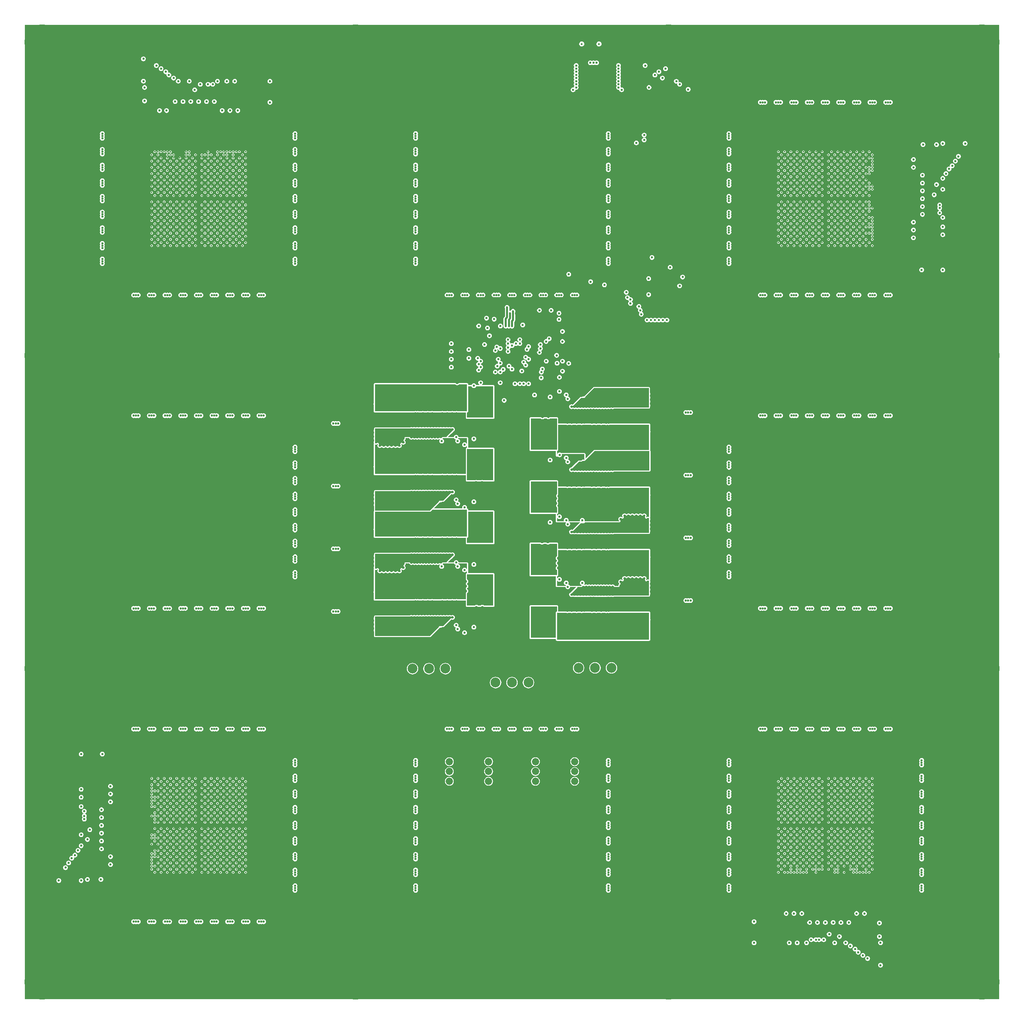
<source format=gbl>
%FSLAX44Y44*%
%MOMM*%
G71*
G01*
G75*
G04 Layer_Physical_Order=4*
G04 Layer_Color=16711680*
%ADD10C,0.4500*%
%ADD11C,1.0000*%
G04:AMPARAMS|DCode=12|XSize=2.7mm|YSize=1.15mm|CornerRadius=0.2013mm|HoleSize=0mm|Usage=FLASHONLY|Rotation=270.000|XOffset=0mm|YOffset=0mm|HoleType=Round|Shape=RoundedRectangle|*
%AMROUNDEDRECTD12*
21,1,2.7000,0.7475,0,0,270.0*
21,1,2.2975,1.1500,0,0,270.0*
1,1,0.4025,-0.3738,-1.1487*
1,1,0.4025,-0.3738,1.1487*
1,1,0.4025,0.3738,1.1487*
1,1,0.4025,0.3738,-1.1487*
%
%ADD12ROUNDEDRECTD12*%
G04:AMPARAMS|DCode=13|XSize=1mm|YSize=0.9mm|CornerRadius=0.198mm|HoleSize=0mm|Usage=FLASHONLY|Rotation=270.000|XOffset=0mm|YOffset=0mm|HoleType=Round|Shape=RoundedRectangle|*
%AMROUNDEDRECTD13*
21,1,1.0000,0.5040,0,0,270.0*
21,1,0.6040,0.9000,0,0,270.0*
1,1,0.3960,-0.2520,-0.3020*
1,1,0.3960,-0.2520,0.3020*
1,1,0.3960,0.2520,0.3020*
1,1,0.3960,0.2520,-0.3020*
%
%ADD13ROUNDEDRECTD13*%
G04:AMPARAMS|DCode=14|XSize=1.6mm|YSize=1.5mm|CornerRadius=0.2475mm|HoleSize=0mm|Usage=FLASHONLY|Rotation=0.000|XOffset=0mm|YOffset=0mm|HoleType=Round|Shape=RoundedRectangle|*
%AMROUNDEDRECTD14*
21,1,1.6000,1.0050,0,0,0.0*
21,1,1.1050,1.5000,0,0,0.0*
1,1,0.4950,0.5525,-0.5025*
1,1,0.4950,-0.5525,-0.5025*
1,1,0.4950,-0.5525,0.5025*
1,1,0.4950,0.5525,0.5025*
%
%ADD14ROUNDEDRECTD14*%
G04:AMPARAMS|DCode=15|XSize=1mm|YSize=0.95mm|CornerRadius=0.1995mm|HoleSize=0mm|Usage=FLASHONLY|Rotation=270.000|XOffset=0mm|YOffset=0mm|HoleType=Round|Shape=RoundedRectangle|*
%AMROUNDEDRECTD15*
21,1,1.0000,0.5510,0,0,270.0*
21,1,0.6010,0.9500,0,0,270.0*
1,1,0.3990,-0.2755,-0.3005*
1,1,0.3990,-0.2755,0.3005*
1,1,0.3990,0.2755,0.3005*
1,1,0.3990,0.2755,-0.3005*
%
%ADD15ROUNDEDRECTD15*%
G04:AMPARAMS|DCode=16|XSize=1.1mm|YSize=1mm|CornerRadius=0.165mm|HoleSize=0mm|Usage=FLASHONLY|Rotation=0.000|XOffset=0mm|YOffset=0mm|HoleType=Round|Shape=RoundedRectangle|*
%AMROUNDEDRECTD16*
21,1,1.1000,0.6700,0,0,0.0*
21,1,0.7700,1.0000,0,0,0.0*
1,1,0.3300,0.3850,-0.3350*
1,1,0.3300,-0.3850,-0.3350*
1,1,0.3300,-0.3850,0.3350*
1,1,0.3300,0.3850,0.3350*
%
%ADD16ROUNDEDRECTD16*%
G04:AMPARAMS|DCode=17|XSize=1.4mm|YSize=1.2mm|CornerRadius=0.198mm|HoleSize=0mm|Usage=FLASHONLY|Rotation=0.000|XOffset=0mm|YOffset=0mm|HoleType=Round|Shape=RoundedRectangle|*
%AMROUNDEDRECTD17*
21,1,1.4000,0.8040,0,0,0.0*
21,1,1.0040,1.2000,0,0,0.0*
1,1,0.3960,0.5020,-0.4020*
1,1,0.3960,-0.5020,-0.4020*
1,1,0.3960,-0.5020,0.4020*
1,1,0.3960,0.5020,0.4020*
%
%ADD17ROUNDEDRECTD17*%
G04:AMPARAMS|DCode=18|XSize=1mm|YSize=0.9mm|CornerRadius=0.198mm|HoleSize=0mm|Usage=FLASHONLY|Rotation=180.000|XOffset=0mm|YOffset=0mm|HoleType=Round|Shape=RoundedRectangle|*
%AMROUNDEDRECTD18*
21,1,1.0000,0.5040,0,0,180.0*
21,1,0.6040,0.9000,0,0,180.0*
1,1,0.3960,-0.3020,0.2520*
1,1,0.3960,0.3020,0.2520*
1,1,0.3960,0.3020,-0.2520*
1,1,0.3960,-0.3020,-0.2520*
%
%ADD18ROUNDEDRECTD18*%
G04:AMPARAMS|DCode=19|XSize=1.6mm|YSize=1.5mm|CornerRadius=0.2475mm|HoleSize=0mm|Usage=FLASHONLY|Rotation=270.000|XOffset=0mm|YOffset=0mm|HoleType=Round|Shape=RoundedRectangle|*
%AMROUNDEDRECTD19*
21,1,1.6000,1.0050,0,0,270.0*
21,1,1.1050,1.5000,0,0,270.0*
1,1,0.4950,-0.5025,-0.5525*
1,1,0.4950,-0.5025,0.5525*
1,1,0.4950,0.5025,0.5525*
1,1,0.4950,0.5025,-0.5525*
%
%ADD19ROUNDEDRECTD19*%
G04:AMPARAMS|DCode=20|XSize=1mm|YSize=0.95mm|CornerRadius=0.1995mm|HoleSize=0mm|Usage=FLASHONLY|Rotation=180.000|XOffset=0mm|YOffset=0mm|HoleType=Round|Shape=RoundedRectangle|*
%AMROUNDEDRECTD20*
21,1,1.0000,0.5510,0,0,180.0*
21,1,0.6010,0.9500,0,0,180.0*
1,1,0.3990,-0.3005,0.2755*
1,1,0.3990,0.3005,0.2755*
1,1,0.3990,0.3005,-0.2755*
1,1,0.3990,-0.3005,-0.2755*
%
%ADD20ROUNDEDRECTD20*%
G04:AMPARAMS|DCode=21|XSize=1.1mm|YSize=1mm|CornerRadius=0.165mm|HoleSize=0mm|Usage=FLASHONLY|Rotation=270.000|XOffset=0mm|YOffset=0mm|HoleType=Round|Shape=RoundedRectangle|*
%AMROUNDEDRECTD21*
21,1,1.1000,0.6700,0,0,270.0*
21,1,0.7700,1.0000,0,0,270.0*
1,1,0.3300,-0.3350,-0.3850*
1,1,0.3300,-0.3350,0.3850*
1,1,0.3300,0.3350,0.3850*
1,1,0.3300,0.3350,-0.3850*
%
%ADD21ROUNDEDRECTD21*%
G04:AMPARAMS|DCode=22|XSize=1.4mm|YSize=1.2mm|CornerRadius=0.198mm|HoleSize=0mm|Usage=FLASHONLY|Rotation=270.000|XOffset=0mm|YOffset=0mm|HoleType=Round|Shape=RoundedRectangle|*
%AMROUNDEDRECTD22*
21,1,1.4000,0.8040,0,0,270.0*
21,1,1.0040,1.2000,0,0,270.0*
1,1,0.3960,-0.4020,-0.5020*
1,1,0.3960,-0.4020,0.5020*
1,1,0.3960,0.4020,0.5020*
1,1,0.3960,0.4020,-0.5020*
%
%ADD22ROUNDEDRECTD22*%
%ADD23R,1.3000X1.3000*%
%ADD24C,1.3000*%
G04:AMPARAMS|DCode=25|XSize=2.7mm|YSize=1.15mm|CornerRadius=0.2013mm|HoleSize=0mm|Usage=FLASHONLY|Rotation=180.000|XOffset=0mm|YOffset=0mm|HoleType=Round|Shape=RoundedRectangle|*
%AMROUNDEDRECTD25*
21,1,2.7000,0.7475,0,0,180.0*
21,1,2.2975,1.1500,0,0,180.0*
1,1,0.4025,-1.1487,0.3738*
1,1,0.4025,1.1487,0.3738*
1,1,0.4025,1.1487,-0.3738*
1,1,0.4025,-1.1487,-0.3738*
%
%ADD25ROUNDEDRECTD25*%
%ADD26C,0.6000*%
G04:AMPARAMS|DCode=27|XSize=0.7mm|YSize=0.25mm|CornerRadius=0.0838mm|HoleSize=0mm|Usage=FLASHONLY|Rotation=270.000|XOffset=0mm|YOffset=0mm|HoleType=Round|Shape=RoundedRectangle|*
%AMROUNDEDRECTD27*
21,1,0.7000,0.0825,0,0,270.0*
21,1,0.5325,0.2500,0,0,270.0*
1,1,0.1675,-0.0413,-0.2662*
1,1,0.1675,-0.0413,0.2662*
1,1,0.1675,0.0413,0.2662*
1,1,0.1675,0.0413,-0.2662*
%
%ADD27ROUNDEDRECTD27*%
G04:AMPARAMS|DCode=28|XSize=1.35mm|YSize=1.65mm|CornerRadius=0.27mm|HoleSize=0mm|Usage=FLASHONLY|Rotation=0.000|XOffset=0mm|YOffset=0mm|HoleType=Round|Shape=RoundedRectangle|*
%AMROUNDEDRECTD28*
21,1,1.3500,1.1100,0,0,0.0*
21,1,0.8100,1.6500,0,0,0.0*
1,1,0.5400,0.4050,-0.5550*
1,1,0.5400,-0.4050,-0.5550*
1,1,0.5400,-0.4050,0.5550*
1,1,0.5400,0.4050,0.5550*
%
%ADD28ROUNDEDRECTD28*%
G04:AMPARAMS|DCode=29|XSize=1.45mm|YSize=1.15mm|CornerRadius=0.2013mm|HoleSize=0mm|Usage=FLASHONLY|Rotation=270.000|XOffset=0mm|YOffset=0mm|HoleType=Round|Shape=RoundedRectangle|*
%AMROUNDEDRECTD29*
21,1,1.4500,0.7475,0,0,270.0*
21,1,1.0475,1.1500,0,0,270.0*
1,1,0.4025,-0.3738,-0.5238*
1,1,0.4025,-0.3738,0.5238*
1,1,0.4025,0.3738,0.5238*
1,1,0.4025,0.3738,-0.5238*
%
%ADD29ROUNDEDRECTD29*%
G04:AMPARAMS|DCode=30|XSize=1.05mm|YSize=0.65mm|CornerRadius=0.2015mm|HoleSize=0mm|Usage=FLASHONLY|Rotation=90.000|XOffset=0mm|YOffset=0mm|HoleType=Round|Shape=RoundedRectangle|*
%AMROUNDEDRECTD30*
21,1,1.0500,0.2470,0,0,90.0*
21,1,0.6470,0.6500,0,0,90.0*
1,1,0.4030,0.1235,0.3235*
1,1,0.4030,0.1235,-0.3235*
1,1,0.4030,-0.1235,-0.3235*
1,1,0.4030,-0.1235,0.3235*
%
%ADD30ROUNDEDRECTD30*%
G04:AMPARAMS|DCode=31|XSize=1.45mm|YSize=1.15mm|CornerRadius=0.2013mm|HoleSize=0mm|Usage=FLASHONLY|Rotation=180.000|XOffset=0mm|YOffset=0mm|HoleType=Round|Shape=RoundedRectangle|*
%AMROUNDEDRECTD31*
21,1,1.4500,0.7475,0,0,180.0*
21,1,1.0475,1.1500,0,0,180.0*
1,1,0.4025,-0.5238,0.3738*
1,1,0.4025,0.5238,0.3738*
1,1,0.4025,0.5238,-0.3738*
1,1,0.4025,-0.5238,-0.3738*
%
%ADD31ROUNDEDRECTD31*%
%ADD32O,1.3500X0.5000*%
G04:AMPARAMS|DCode=33|XSize=6.5mm|YSize=5mm|CornerRadius=0.25mm|HoleSize=0mm|Usage=FLASHONLY|Rotation=0.000|XOffset=0mm|YOffset=0mm|HoleType=Round|Shape=RoundedRectangle|*
%AMROUNDEDRECTD33*
21,1,6.5000,4.5000,0,0,0.0*
21,1,6.0000,5.0000,0,0,0.0*
1,1,0.5000,3.0000,-2.2500*
1,1,0.5000,-3.0000,-2.2500*
1,1,0.5000,-3.0000,2.2500*
1,1,0.5000,3.0000,2.2500*
%
%ADD33ROUNDEDRECTD33*%
%ADD34O,0.5000X1.3500*%
G04:AMPARAMS|DCode=35|XSize=2.5mm|YSize=1.7mm|CornerRadius=0.204mm|HoleSize=0mm|Usage=FLASHONLY|Rotation=270.000|XOffset=0mm|YOffset=0mm|HoleType=Round|Shape=RoundedRectangle|*
%AMROUNDEDRECTD35*
21,1,2.5000,1.2920,0,0,270.0*
21,1,2.0920,1.7000,0,0,270.0*
1,1,0.4080,-0.6460,-1.0460*
1,1,0.4080,-0.6460,1.0460*
1,1,0.4080,0.6460,1.0460*
1,1,0.4080,0.6460,-1.0460*
%
%ADD35ROUNDEDRECTD35*%
G04:AMPARAMS|DCode=36|XSize=1.1mm|YSize=0.8mm|CornerRadius=0.268mm|HoleSize=0mm|Usage=FLASHONLY|Rotation=90.000|XOffset=0mm|YOffset=0mm|HoleType=Round|Shape=RoundedRectangle|*
%AMROUNDEDRECTD36*
21,1,1.1000,0.2640,0,0,90.0*
21,1,0.5640,0.8000,0,0,90.0*
1,1,0.5360,0.1320,0.2820*
1,1,0.5360,0.1320,-0.2820*
1,1,0.5360,-0.1320,-0.2820*
1,1,0.5360,-0.1320,0.2820*
%
%ADD36ROUNDEDRECTD36*%
G04:AMPARAMS|DCode=37|XSize=1.1mm|YSize=0.6mm|CornerRadius=0.201mm|HoleSize=0mm|Usage=FLASHONLY|Rotation=90.000|XOffset=0mm|YOffset=0mm|HoleType=Round|Shape=RoundedRectangle|*
%AMROUNDEDRECTD37*
21,1,1.1000,0.1980,0,0,90.0*
21,1,0.6980,0.6000,0,0,90.0*
1,1,0.4020,0.0990,0.3490*
1,1,0.4020,0.0990,-0.3490*
1,1,0.4020,-0.0990,-0.3490*
1,1,0.4020,-0.0990,0.3490*
%
%ADD37ROUNDEDRECTD37*%
G04:AMPARAMS|DCode=38|XSize=1.2mm|YSize=1.2mm|CornerRadius=0.198mm|HoleSize=0mm|Usage=FLASHONLY|Rotation=0.000|XOffset=0mm|YOffset=0mm|HoleType=Round|Shape=RoundedRectangle|*
%AMROUNDEDRECTD38*
21,1,1.2000,0.8040,0,0,0.0*
21,1,0.8040,1.2000,0,0,0.0*
1,1,0.3960,0.4020,-0.4020*
1,1,0.3960,-0.4020,-0.4020*
1,1,0.3960,-0.4020,0.4020*
1,1,0.3960,0.4020,0.4020*
%
%ADD38ROUNDEDRECTD38*%
G04:AMPARAMS|DCode=39|XSize=3.3mm|YSize=2.5mm|CornerRadius=0.2mm|HoleSize=0mm|Usage=FLASHONLY|Rotation=0.000|XOffset=0mm|YOffset=0mm|HoleType=Round|Shape=RoundedRectangle|*
%AMROUNDEDRECTD39*
21,1,3.3000,2.1000,0,0,0.0*
21,1,2.9000,2.5000,0,0,0.0*
1,1,0.4000,1.4500,-1.0500*
1,1,0.4000,-1.4500,-1.0500*
1,1,0.4000,-1.4500,1.0500*
1,1,0.4000,1.4500,1.0500*
%
%ADD39ROUNDEDRECTD39*%
G04:AMPARAMS|DCode=40|XSize=1.75mm|YSize=1.05mm|CornerRadius=0.1995mm|HoleSize=0mm|Usage=FLASHONLY|Rotation=0.000|XOffset=0mm|YOffset=0mm|HoleType=Round|Shape=RoundedRectangle|*
%AMROUNDEDRECTD40*
21,1,1.7500,0.6510,0,0,0.0*
21,1,1.3510,1.0500,0,0,0.0*
1,1,0.3990,0.6755,-0.3255*
1,1,0.3990,-0.6755,-0.3255*
1,1,0.3990,-0.6755,0.3255*
1,1,0.3990,0.6755,0.3255*
%
%ADD40ROUNDEDRECTD40*%
%ADD41O,1.5500X0.6000*%
G04:AMPARAMS|DCode=42|XSize=3.95mm|YSize=1.2mm|CornerRadius=0.198mm|HoleSize=0mm|Usage=FLASHONLY|Rotation=90.000|XOffset=0mm|YOffset=0mm|HoleType=Round|Shape=RoundedRectangle|*
%AMROUNDEDRECTD42*
21,1,3.9500,0.8040,0,0,90.0*
21,1,3.5540,1.2000,0,0,90.0*
1,1,0.3960,0.4020,1.7770*
1,1,0.3960,0.4020,-1.7770*
1,1,0.3960,-0.4020,-1.7770*
1,1,0.3960,-0.4020,1.7770*
%
%ADD42ROUNDEDRECTD42*%
G04:AMPARAMS|DCode=43|XSize=11.3mm|YSize=10.75mm|CornerRadius=0.215mm|HoleSize=0mm|Usage=FLASHONLY|Rotation=90.000|XOffset=0mm|YOffset=0mm|HoleType=Round|Shape=RoundedRectangle|*
%AMROUNDEDRECTD43*
21,1,11.3000,10.3200,0,0,90.0*
21,1,10.8700,10.7500,0,0,90.0*
1,1,0.4300,5.1600,5.4350*
1,1,0.4300,5.1600,-5.4350*
1,1,0.4300,-5.1600,-5.4350*
1,1,0.4300,-5.1600,5.4350*
%
%ADD43ROUNDEDRECTD43*%
G04:AMPARAMS|DCode=44|XSize=2.85mm|YSize=1mm|CornerRadius=0.2mm|HoleSize=0mm|Usage=FLASHONLY|Rotation=90.000|XOffset=0mm|YOffset=0mm|HoleType=Round|Shape=RoundedRectangle|*
%AMROUNDEDRECTD44*
21,1,2.8500,0.6000,0,0,90.0*
21,1,2.4500,1.0000,0,0,90.0*
1,1,0.4000,0.3000,1.2250*
1,1,0.4000,0.3000,-1.2250*
1,1,0.4000,-0.3000,-1.2250*
1,1,0.4000,-0.3000,1.2250*
%
%ADD44ROUNDEDRECTD44*%
G04:AMPARAMS|DCode=45|XSize=6.45mm|YSize=6mm|CornerRadius=0.21mm|HoleSize=0mm|Usage=FLASHONLY|Rotation=90.000|XOffset=0mm|YOffset=0mm|HoleType=Round|Shape=RoundedRectangle|*
%AMROUNDEDRECTD45*
21,1,6.4500,5.5800,0,0,90.0*
21,1,6.0300,6.0000,0,0,90.0*
1,1,0.4200,2.7900,3.0150*
1,1,0.4200,2.7900,-3.0150*
1,1,0.4200,-2.7900,-3.0150*
1,1,0.4200,-2.7900,3.0150*
%
%ADD45ROUNDEDRECTD45*%
%ADD46O,0.6000X1.5500*%
G04:AMPARAMS|DCode=47|XSize=4.9mm|YSize=1.6mm|CornerRadius=0.2mm|HoleSize=0mm|Usage=FLASHONLY|Rotation=270.000|XOffset=0mm|YOffset=0mm|HoleType=Round|Shape=RoundedRectangle|*
%AMROUNDEDRECTD47*
21,1,4.9000,1.2000,0,0,270.0*
21,1,4.5000,1.6000,0,0,270.0*
1,1,0.4000,-0.6000,-2.2500*
1,1,0.4000,-0.6000,2.2500*
1,1,0.4000,0.6000,2.2500*
1,1,0.4000,0.6000,-2.2500*
%
%ADD47ROUNDEDRECTD47*%
%ADD48O,0.3000X1.5000*%
%ADD49O,1.5000X0.3000*%
G04:AMPARAMS|DCode=50|XSize=2.5mm|YSize=2mm|CornerRadius=0.2mm|HoleSize=0mm|Usage=FLASHONLY|Rotation=270.000|XOffset=0mm|YOffset=0mm|HoleType=Round|Shape=RoundedRectangle|*
%AMROUNDEDRECTD50*
21,1,2.5000,1.6000,0,0,270.0*
21,1,2.1000,2.0000,0,0,270.0*
1,1,0.4000,-0.8000,-1.0500*
1,1,0.4000,-0.8000,1.0500*
1,1,0.4000,0.8000,1.0500*
1,1,0.4000,0.8000,-1.0500*
%
%ADD50ROUNDEDRECTD50*%
G04:AMPARAMS|DCode=51|XSize=2.3mm|YSize=0.5mm|CornerRadius=0.2mm|HoleSize=0mm|Usage=FLASHONLY|Rotation=270.000|XOffset=0mm|YOffset=0mm|HoleType=Round|Shape=RoundedRectangle|*
%AMROUNDEDRECTD51*
21,1,2.3000,0.1000,0,0,270.0*
21,1,1.9000,0.5000,0,0,270.0*
1,1,0.4000,-0.0500,-0.9500*
1,1,0.4000,-0.0500,0.9500*
1,1,0.4000,0.0500,0.9500*
1,1,0.4000,0.0500,-0.9500*
%
%ADD51ROUNDEDRECTD51*%
G04:AMPARAMS|DCode=52|XSize=1.2mm|YSize=1.2mm|CornerRadius=0.198mm|HoleSize=0mm|Usage=FLASHONLY|Rotation=270.000|XOffset=0mm|YOffset=0mm|HoleType=Round|Shape=RoundedRectangle|*
%AMROUNDEDRECTD52*
21,1,1.2000,0.8040,0,0,270.0*
21,1,0.8040,1.2000,0,0,270.0*
1,1,0.3960,-0.4020,-0.4020*
1,1,0.3960,-0.4020,0.4020*
1,1,0.3960,0.4020,0.4020*
1,1,0.3960,0.4020,-0.4020*
%
%ADD52ROUNDEDRECTD52*%
G04:AMPARAMS|DCode=53|XSize=1.6mm|YSize=1.25mm|CornerRadius=0.2mm|HoleSize=0mm|Usage=FLASHONLY|Rotation=90.000|XOffset=0mm|YOffset=0mm|HoleType=Round|Shape=RoundedRectangle|*
%AMROUNDEDRECTD53*
21,1,1.6000,0.8500,0,0,90.0*
21,1,1.2000,1.2500,0,0,90.0*
1,1,0.4000,0.4250,0.6000*
1,1,0.4000,0.4250,-0.6000*
1,1,0.4000,-0.4250,-0.6000*
1,1,0.4000,-0.4250,0.6000*
%
%ADD53ROUNDEDRECTD53*%
G04:AMPARAMS|DCode=54|XSize=1.6mm|YSize=1.25mm|CornerRadius=0.2mm|HoleSize=0mm|Usage=FLASHONLY|Rotation=180.000|XOffset=0mm|YOffset=0mm|HoleType=Round|Shape=RoundedRectangle|*
%AMROUNDEDRECTD54*
21,1,1.6000,0.8500,0,0,180.0*
21,1,1.2000,1.2500,0,0,180.0*
1,1,0.4000,-0.6000,0.4250*
1,1,0.4000,0.6000,0.4250*
1,1,0.4000,0.6000,-0.4250*
1,1,0.4000,-0.6000,-0.4250*
%
%ADD54ROUNDEDRECTD54*%
G04:AMPARAMS|DCode=55|XSize=1.05mm|YSize=0.65mm|CornerRadius=0.2015mm|HoleSize=0mm|Usage=FLASHONLY|Rotation=180.000|XOffset=0mm|YOffset=0mm|HoleType=Round|Shape=RoundedRectangle|*
%AMROUNDEDRECTD55*
21,1,1.0500,0.2470,0,0,180.0*
21,1,0.6470,0.6500,0,0,180.0*
1,1,0.4030,-0.3235,0.1235*
1,1,0.4030,0.3235,0.1235*
1,1,0.4030,0.3235,-0.1235*
1,1,0.4030,-0.3235,-0.1235*
%
%ADD55ROUNDEDRECTD55*%
G04:AMPARAMS|DCode=56|XSize=4.9mm|YSize=1.6mm|CornerRadius=0.2mm|HoleSize=0mm|Usage=FLASHONLY|Rotation=0.000|XOffset=0mm|YOffset=0mm|HoleType=Round|Shape=RoundedRectangle|*
%AMROUNDEDRECTD56*
21,1,4.9000,1.2000,0,0,0.0*
21,1,4.5000,1.6000,0,0,0.0*
1,1,0.4000,2.2500,-0.6000*
1,1,0.4000,-2.2500,-0.6000*
1,1,0.4000,-2.2500,0.6000*
1,1,0.4000,2.2500,0.6000*
%
%ADD56ROUNDEDRECTD56*%
%ADD57C,0.6000*%
%ADD58C,0.4500*%
%ADD59C,0.2000*%
%ADD60C,0.2500*%
%ADD61C,0.5000*%
%ADD62C,0.2540*%
%ADD63C,0.3500*%
%ADD64C,0.3000*%
%ADD65C,0.4000*%
%ADD66C,1.8500*%
%ADD67C,2.5000*%
%ADD68C,9.0000*%
%ADD69C,0.5000*%
%ADD70C,6.0000*%
%ADD71C,0.1000*%
G36*
X2493607Y6393D02*
X6393D01*
Y2493607D01*
X2493607D01*
Y6393D01*
D02*
G37*
%LPC*%
G36*
X338000Y517314D02*
X336732Y517061D01*
X335657Y516343D01*
X334939Y515268D01*
X334686Y514000D01*
X334939Y512732D01*
X335657Y511657D01*
X336732Y510939D01*
X338000Y510686D01*
X339268Y510939D01*
X340343Y511657D01*
X341061Y512732D01*
X341314Y514000D01*
X341061Y515268D01*
X340343Y516343D01*
X339268Y517061D01*
X338000Y517314D01*
D02*
G37*
G36*
X354000D02*
X352732Y517061D01*
X351657Y516343D01*
X350939Y515268D01*
X350686Y514000D01*
X350939Y512732D01*
X351657Y511657D01*
X352732Y510939D01*
X354000Y510686D01*
X355268Y510939D01*
X356343Y511657D01*
X357061Y512732D01*
X357314Y514000D01*
X357061Y515268D01*
X356343Y516343D01*
X355268Y517061D01*
X354000Y517314D01*
D02*
G37*
G36*
X225000Y516118D02*
X222659Y515652D01*
X220674Y514326D01*
X219348Y512341D01*
X218883Y510000D01*
X219348Y507659D01*
X220674Y505674D01*
X222659Y504348D01*
X225000Y503882D01*
X227341Y504348D01*
X229326Y505674D01*
X230652Y507659D01*
X231117Y510000D01*
X230652Y512341D01*
X229326Y514326D01*
X227341Y515652D01*
X225000Y516118D01*
D02*
G37*
G36*
X330000Y517314D02*
X328732Y517061D01*
X327657Y516343D01*
X326939Y515268D01*
X326686Y514000D01*
X326939Y512732D01*
X327657Y511657D01*
X328732Y510939D01*
X330000Y510686D01*
X331268Y510939D01*
X332343Y511657D01*
X333061Y512732D01*
X333314Y514000D01*
X333061Y515268D01*
X332343Y516343D01*
X331268Y517061D01*
X330000Y517314D01*
D02*
G37*
G36*
X402000D02*
X400732Y517061D01*
X399657Y516343D01*
X398939Y515268D01*
X398686Y514000D01*
X398939Y512732D01*
X399657Y511657D01*
X400732Y510939D01*
X402000Y510686D01*
X403268Y510939D01*
X404343Y511657D01*
X405061Y512732D01*
X405314Y514000D01*
X405061Y515268D01*
X404343Y516343D01*
X403268Y517061D01*
X402000Y517314D01*
D02*
G37*
G36*
X418000D02*
X416732Y517061D01*
X415657Y516343D01*
X414939Y515268D01*
X414686Y514000D01*
X414939Y512732D01*
X415657Y511657D01*
X416732Y510939D01*
X418000Y510686D01*
X419268Y510939D01*
X420343Y511657D01*
X421061Y512732D01*
X421314Y514000D01*
X421061Y515268D01*
X420343Y516343D01*
X419268Y517061D01*
X418000Y517314D01*
D02*
G37*
G36*
X370000D02*
X368732Y517061D01*
X367657Y516343D01*
X366939Y515268D01*
X366686Y514000D01*
X366939Y512732D01*
X367657Y511657D01*
X368732Y510939D01*
X370000Y510686D01*
X371268Y510939D01*
X372343Y511657D01*
X373061Y512732D01*
X373314Y514000D01*
X373061Y515268D01*
X372343Y516343D01*
X371268Y517061D01*
X370000Y517314D01*
D02*
G37*
G36*
X386000D02*
X384732Y517061D01*
X383657Y516343D01*
X382939Y515268D01*
X382686Y514000D01*
X382939Y512732D01*
X383657Y511657D01*
X384732Y510939D01*
X386000Y510686D01*
X387268Y510939D01*
X388343Y511657D01*
X389061Y512732D01*
X389314Y514000D01*
X389061Y515268D01*
X388343Y516343D01*
X387268Y517061D01*
X386000Y517314D01*
D02*
G37*
G36*
X2170000Y509314D02*
X2168732Y509061D01*
X2167657Y508343D01*
X2166939Y507268D01*
X2166686Y506000D01*
X2166939Y504732D01*
X2167657Y503657D01*
X2168732Y502939D01*
X2170000Y502686D01*
X2171268Y502939D01*
X2172343Y503657D01*
X2173061Y504732D01*
X2173314Y506000D01*
X2173061Y507268D01*
X2172343Y508343D01*
X2171268Y509061D01*
X2170000Y509314D01*
D02*
G37*
G36*
X2074000D02*
X2072732Y509061D01*
X2071657Y508343D01*
X2070939Y507268D01*
X2070686Y506000D01*
X2070939Y504732D01*
X2071657Y503657D01*
X2072732Y502939D01*
X2074000Y502686D01*
X2075268Y502939D01*
X2076343Y503657D01*
X2077061Y504732D01*
X2077314Y506000D01*
X2077061Y507268D01*
X2076343Y508343D01*
X2075268Y509061D01*
X2074000Y509314D01*
D02*
G37*
G36*
X2090000D02*
X2088732Y509061D01*
X2087657Y508343D01*
X2086939Y507268D01*
X2086686Y506000D01*
X2086939Y504732D01*
X2087657Y503657D01*
X2088732Y502939D01*
X2090000Y502686D01*
X2091268Y502939D01*
X2092343Y503657D01*
X2093061Y504732D01*
X2093314Y506000D01*
X2093061Y507268D01*
X2092343Y508343D01*
X2091268Y509061D01*
X2090000Y509314D01*
D02*
G37*
G36*
X2034000D02*
X2032732Y509061D01*
X2031657Y508343D01*
X2030939Y507268D01*
X2030686Y506000D01*
X2030939Y504732D01*
X2031657Y503657D01*
X2032732Y502939D01*
X2034000Y502686D01*
X2035268Y502939D01*
X2036343Y503657D01*
X2037061Y504732D01*
X2037314Y506000D01*
X2037061Y507268D01*
X2036343Y508343D01*
X2035268Y509061D01*
X2034000Y509314D01*
D02*
G37*
G36*
X2058000D02*
X2056732Y509061D01*
X2055657Y508343D01*
X2054939Y507268D01*
X2054686Y506000D01*
X2054939Y504732D01*
X2055657Y503657D01*
X2056732Y502939D01*
X2058000Y502686D01*
X2059268Y502939D01*
X2060343Y503657D01*
X2061061Y504732D01*
X2061314Y506000D01*
X2061061Y507268D01*
X2060343Y508343D01*
X2059268Y509061D01*
X2058000Y509314D01*
D02*
G37*
G36*
X2138000D02*
X2136732Y509061D01*
X2135657Y508343D01*
X2134939Y507268D01*
X2134686Y506000D01*
X2134939Y504732D01*
X2135657Y503657D01*
X2136732Y502939D01*
X2138000Y502686D01*
X2139268Y502939D01*
X2140343Y503657D01*
X2141061Y504732D01*
X2141314Y506000D01*
X2141061Y507268D01*
X2140343Y508343D01*
X2139268Y509061D01*
X2138000Y509314D01*
D02*
G37*
G36*
X2154000D02*
X2152732Y509061D01*
X2151657Y508343D01*
X2150939Y507268D01*
X2150686Y506000D01*
X2150939Y504732D01*
X2151657Y503657D01*
X2152732Y502939D01*
X2154000Y502686D01*
X2155268Y502939D01*
X2156343Y503657D01*
X2157061Y504732D01*
X2157314Y506000D01*
X2157061Y507268D01*
X2156343Y508343D01*
X2155268Y509061D01*
X2154000Y509314D01*
D02*
G37*
G36*
X2106000D02*
X2104732Y509061D01*
X2103657Y508343D01*
X2102939Y507268D01*
X2102686Y506000D01*
X2102939Y504732D01*
X2103657Y503657D01*
X2104732Y502939D01*
X2106000Y502686D01*
X2107268Y502939D01*
X2108343Y503657D01*
X2109061Y504732D01*
X2109314Y506000D01*
X2109061Y507268D01*
X2108343Y508343D01*
X2107268Y509061D01*
X2106000Y509314D01*
D02*
G37*
G36*
X2122000D02*
X2120732Y509061D01*
X2119657Y508343D01*
X2118939Y507268D01*
X2118686Y506000D01*
X2118939Y504732D01*
X2119657Y503657D01*
X2120732Y502939D01*
X2122000Y502686D01*
X2123268Y502939D01*
X2124343Y503657D01*
X2125061Y504732D01*
X2125314Y506000D01*
X2125061Y507268D01*
X2124343Y508343D01*
X2123268Y509061D01*
X2122000Y509314D01*
D02*
G37*
G36*
X434000Y517314D02*
X432732Y517061D01*
X431657Y516343D01*
X430939Y515268D01*
X430686Y514000D01*
X430939Y512732D01*
X431657Y511657D01*
X432732Y510939D01*
X434000Y510686D01*
X435268Y510939D01*
X436343Y511657D01*
X437061Y512732D01*
X437314Y514000D01*
X437061Y515268D01*
X436343Y516343D01*
X435268Y517061D01*
X434000Y517314D01*
D02*
G37*
G36*
X1978000D02*
X1976732Y517061D01*
X1975657Y516343D01*
X1974939Y515268D01*
X1974686Y514000D01*
X1974939Y512732D01*
X1975657Y511657D01*
X1976732Y510939D01*
X1978000Y510686D01*
X1979268Y510939D01*
X1980343Y511657D01*
X1981061Y512732D01*
X1981314Y514000D01*
X1981061Y515268D01*
X1980343Y516343D01*
X1979268Y517061D01*
X1978000Y517314D01*
D02*
G37*
G36*
X1994000D02*
X1992732Y517061D01*
X1991657Y516343D01*
X1990939Y515268D01*
X1990686Y514000D01*
X1990939Y512732D01*
X1991657Y511657D01*
X1992732Y510939D01*
X1994000Y510686D01*
X1995268Y510939D01*
X1996343Y511657D01*
X1997061Y512732D01*
X1997314Y514000D01*
X1997061Y515268D01*
X1996343Y516343D01*
X1995268Y517061D01*
X1994000Y517314D01*
D02*
G37*
G36*
X1946000D02*
X1944732Y517061D01*
X1943657Y516343D01*
X1942939Y515268D01*
X1942686Y514000D01*
X1942939Y512732D01*
X1943657Y511657D01*
X1944732Y510939D01*
X1946000Y510686D01*
X1947268Y510939D01*
X1948343Y511657D01*
X1949061Y512732D01*
X1949314Y514000D01*
X1949061Y515268D01*
X1948343Y516343D01*
X1947268Y517061D01*
X1946000Y517314D01*
D02*
G37*
G36*
X1962000D02*
X1960732Y517061D01*
X1959657Y516343D01*
X1958939Y515268D01*
X1958686Y514000D01*
X1958939Y512732D01*
X1959657Y511657D01*
X1960732Y510939D01*
X1962000Y510686D01*
X1963268Y510939D01*
X1964343Y511657D01*
X1965061Y512732D01*
X1965314Y514000D01*
X1965061Y515268D01*
X1964343Y516343D01*
X1963268Y517061D01*
X1962000Y517314D01*
D02*
G37*
G36*
X2042000D02*
X2040732Y517061D01*
X2039657Y516343D01*
X2038939Y515268D01*
X2038686Y514000D01*
X2038939Y512732D01*
X2039657Y511657D01*
X2040732Y510939D01*
X2042000Y510686D01*
X2043268Y510939D01*
X2044343Y511657D01*
X2045061Y512732D01*
X2045314Y514000D01*
X2045061Y515268D01*
X2044343Y516343D01*
X2043268Y517061D01*
X2042000Y517314D01*
D02*
G37*
G36*
X2066000D02*
X2064732Y517061D01*
X2063657Y516343D01*
X2062939Y515268D01*
X2062686Y514000D01*
X2062939Y512732D01*
X2063657Y511657D01*
X2064732Y510939D01*
X2066000Y510686D01*
X2067268Y510939D01*
X2068343Y511657D01*
X2069061Y512732D01*
X2069314Y514000D01*
X2069061Y515268D01*
X2068343Y516343D01*
X2067268Y517061D01*
X2066000Y517314D01*
D02*
G37*
G36*
X2010000D02*
X2008732Y517061D01*
X2007657Y516343D01*
X2006939Y515268D01*
X2006686Y514000D01*
X2006939Y512732D01*
X2007657Y511657D01*
X2008732Y510939D01*
X2010000Y510686D01*
X2011268Y510939D01*
X2012343Y511657D01*
X2013061Y512732D01*
X2013314Y514000D01*
X2013061Y515268D01*
X2012343Y516343D01*
X2011268Y517061D01*
X2010000Y517314D01*
D02*
G37*
G36*
X2026000D02*
X2024732Y517061D01*
X2023657Y516343D01*
X2022939Y515268D01*
X2022686Y514000D01*
X2022939Y512732D01*
X2023657Y511657D01*
X2024732Y510939D01*
X2026000Y510686D01*
X2027268Y510939D01*
X2028343Y511657D01*
X2029061Y512732D01*
X2029314Y514000D01*
X2029061Y515268D01*
X2028343Y516343D01*
X2027268Y517061D01*
X2026000Y517314D01*
D02*
G37*
G36*
X1930000D02*
X1928732Y517061D01*
X1927657Y516343D01*
X1926939Y515268D01*
X1926686Y514000D01*
X1926939Y512732D01*
X1927657Y511657D01*
X1928732Y510939D01*
X1930000Y510686D01*
X1931268Y510939D01*
X1932343Y511657D01*
X1933061Y512732D01*
X1933314Y514000D01*
X1933061Y515268D01*
X1932343Y516343D01*
X1931268Y517061D01*
X1930000Y517314D01*
D02*
G37*
G36*
X490000D02*
X488732Y517061D01*
X487657Y516343D01*
X486939Y515268D01*
X486686Y514000D01*
X486939Y512732D01*
X487657Y511657D01*
X488732Y510939D01*
X490000Y510686D01*
X491268Y510939D01*
X492343Y511657D01*
X493061Y512732D01*
X493314Y514000D01*
X493061Y515268D01*
X492343Y516343D01*
X491268Y517061D01*
X490000Y517314D01*
D02*
G37*
G36*
X506000D02*
X504732Y517061D01*
X503657Y516343D01*
X502939Y515268D01*
X502686Y514000D01*
X502939Y512732D01*
X503657Y511657D01*
X504732Y510939D01*
X506000Y510686D01*
X507268Y510939D01*
X508343Y511657D01*
X509061Y512732D01*
X509314Y514000D01*
X509061Y515268D01*
X508343Y516343D01*
X507268Y517061D01*
X506000Y517314D01*
D02*
G37*
G36*
X458000D02*
X456732Y517061D01*
X455657Y516343D01*
X454939Y515268D01*
X454686Y514000D01*
X454939Y512732D01*
X455657Y511657D01*
X456732Y510939D01*
X458000Y510686D01*
X459268Y510939D01*
X460343Y511657D01*
X461061Y512732D01*
X461314Y514000D01*
X461061Y515268D01*
X460343Y516343D01*
X459268Y517061D01*
X458000Y517314D01*
D02*
G37*
G36*
X474000D02*
X472732Y517061D01*
X471657Y516343D01*
X470939Y515268D01*
X470686Y514000D01*
X470939Y512732D01*
X471657Y511657D01*
X472732Y510939D01*
X474000Y510686D01*
X475268Y510939D01*
X476343Y511657D01*
X477061Y512732D01*
X477314Y514000D01*
X477061Y515268D01*
X476343Y516343D01*
X475268Y517061D01*
X474000Y517314D01*
D02*
G37*
G36*
X554000D02*
X552732Y517061D01*
X551657Y516343D01*
X550939Y515268D01*
X550686Y514000D01*
X550939Y512732D01*
X551657Y511657D01*
X552732Y510939D01*
X554000Y510686D01*
X555268Y510939D01*
X556343Y511657D01*
X557061Y512732D01*
X557314Y514000D01*
X557061Y515268D01*
X556343Y516343D01*
X555268Y517061D01*
X554000Y517314D01*
D02*
G37*
G36*
X570000D02*
X568732Y517061D01*
X567657Y516343D01*
X566939Y515268D01*
X566686Y514000D01*
X566939Y512732D01*
X567657Y511657D01*
X568732Y510939D01*
X570000Y510686D01*
X571268Y510939D01*
X572343Y511657D01*
X573061Y512732D01*
X573314Y514000D01*
X573061Y515268D01*
X572343Y516343D01*
X571268Y517061D01*
X570000Y517314D01*
D02*
G37*
G36*
X522000D02*
X520732Y517061D01*
X519657Y516343D01*
X518939Y515268D01*
X518686Y514000D01*
X518939Y512732D01*
X519657Y511657D01*
X520732Y510939D01*
X522000Y510686D01*
X523268Y510939D01*
X524343Y511657D01*
X525061Y512732D01*
X525314Y514000D01*
X525061Y515268D01*
X524343Y516343D01*
X523268Y517061D01*
X522000Y517314D01*
D02*
G37*
G36*
X538000D02*
X536732Y517061D01*
X535657Y516343D01*
X534939Y515268D01*
X534686Y514000D01*
X534939Y512732D01*
X535657Y511657D01*
X536732Y510939D01*
X538000Y510686D01*
X539268Y510939D01*
X540343Y511657D01*
X541061Y512732D01*
X541314Y514000D01*
X541061Y515268D01*
X540343Y516343D01*
X539268Y517061D01*
X538000Y517314D01*
D02*
G37*
G36*
X2018000Y509314D02*
X2016732Y509061D01*
X2015657Y508343D01*
X2014939Y507268D01*
X2014686Y506000D01*
X2014939Y504732D01*
X2015657Y503657D01*
X2016732Y502939D01*
X2018000Y502686D01*
X2019268Y502939D01*
X2020343Y503657D01*
X2021061Y504732D01*
X2021314Y506000D01*
X2021061Y507268D01*
X2020343Y508343D01*
X2019268Y509061D01*
X2018000Y509314D01*
D02*
G37*
G36*
X2114000Y501314D02*
X2112732Y501061D01*
X2111657Y500343D01*
X2110939Y499268D01*
X2110686Y498000D01*
X2110939Y496732D01*
X2111657Y495657D01*
X2112732Y494939D01*
X2114000Y494686D01*
X2115268Y494939D01*
X2116343Y495657D01*
X2117061Y496732D01*
X2117314Y498000D01*
X2117061Y499268D01*
X2116343Y500343D01*
X2115268Y501061D01*
X2114000Y501314D01*
D02*
G37*
G36*
X2130000D02*
X2128732Y501061D01*
X2127657Y500343D01*
X2126939Y499268D01*
X2126686Y498000D01*
X2126939Y496732D01*
X2127657Y495657D01*
X2128732Y494939D01*
X2130000Y494686D01*
X2131268Y494939D01*
X2132343Y495657D01*
X2133061Y496732D01*
X2133314Y498000D01*
X2133061Y499268D01*
X2132343Y500343D01*
X2131268Y501061D01*
X2130000Y501314D01*
D02*
G37*
G36*
X2082000D02*
X2080732Y501061D01*
X2079657Y500343D01*
X2078939Y499268D01*
X2078686Y498000D01*
X2078939Y496732D01*
X2079657Y495657D01*
X2080732Y494939D01*
X2082000Y494686D01*
X2083268Y494939D01*
X2084343Y495657D01*
X2085061Y496732D01*
X2085314Y498000D01*
X2085061Y499268D01*
X2084343Y500343D01*
X2083268Y501061D01*
X2082000Y501314D01*
D02*
G37*
G36*
X2098000D02*
X2096732Y501061D01*
X2095657Y500343D01*
X2094939Y499268D01*
X2094686Y498000D01*
X2094939Y496732D01*
X2095657Y495657D01*
X2096732Y494939D01*
X2098000Y494686D01*
X2099268Y494939D01*
X2100343Y495657D01*
X2101061Y496732D01*
X2101314Y498000D01*
X2101061Y499268D01*
X2100343Y500343D01*
X2099268Y501061D01*
X2098000Y501314D01*
D02*
G37*
G36*
X330000Y509314D02*
X328732Y509061D01*
X327657Y508343D01*
X326939Y507268D01*
X326686Y506000D01*
X326939Y504732D01*
X327657Y503657D01*
X328732Y502939D01*
X330000Y502686D01*
X331268Y502939D01*
X332343Y503657D01*
X333061Y504732D01*
X333314Y506000D01*
X333061Y507268D01*
X332343Y508343D01*
X331268Y509061D01*
X330000Y509314D01*
D02*
G37*
G36*
X346000D02*
X344732Y509061D01*
X343657Y508343D01*
X342939Y507268D01*
X342686Y506000D01*
X342939Y504732D01*
X343657Y503657D01*
X344732Y502939D01*
X346000Y502686D01*
X347268Y502939D01*
X348343Y503657D01*
X349061Y504732D01*
X349314Y506000D01*
X349061Y507268D01*
X348343Y508343D01*
X347268Y509061D01*
X346000Y509314D01*
D02*
G37*
G36*
X2146000Y501314D02*
X2144732Y501061D01*
X2143657Y500343D01*
X2142939Y499268D01*
X2142686Y498000D01*
X2142939Y496732D01*
X2143657Y495657D01*
X2144732Y494939D01*
X2146000Y494686D01*
X2147268Y494939D01*
X2148343Y495657D01*
X2149061Y496732D01*
X2149314Y498000D01*
X2149061Y499268D01*
X2148343Y500343D01*
X2147268Y501061D01*
X2146000Y501314D01*
D02*
G37*
G36*
X2162000D02*
X2160732Y501061D01*
X2159657Y500343D01*
X2158939Y499268D01*
X2158686Y498000D01*
X2158939Y496732D01*
X2159657Y495657D01*
X2160732Y494939D01*
X2162000Y494686D01*
X2163268Y494939D01*
X2164343Y495657D01*
X2165061Y496732D01*
X2165314Y498000D01*
X2165061Y499268D01*
X2164343Y500343D01*
X2163268Y501061D01*
X2162000Y501314D01*
D02*
G37*
G36*
X2066000D02*
X2064732Y501061D01*
X2063657Y500343D01*
X2062939Y499268D01*
X2062686Y498000D01*
X2062939Y496732D01*
X2063657Y495657D01*
X2064732Y494939D01*
X2066000Y494686D01*
X2067268Y494939D01*
X2068343Y495657D01*
X2069061Y496732D01*
X2069314Y498000D01*
X2069061Y499268D01*
X2068343Y500343D01*
X2067268Y501061D01*
X2066000Y501314D01*
D02*
G37*
G36*
X1962000D02*
X1960732Y501061D01*
X1959657Y500343D01*
X1958939Y499268D01*
X1958686Y498000D01*
X1958939Y496732D01*
X1959657Y495657D01*
X1960732Y494939D01*
X1962000Y494686D01*
X1963268Y494939D01*
X1964343Y495657D01*
X1965061Y496732D01*
X1965314Y498000D01*
X1965061Y499268D01*
X1964343Y500343D01*
X1963268Y501061D01*
X1962000Y501314D01*
D02*
G37*
G36*
X1978000D02*
X1976732Y501061D01*
X1975657Y500343D01*
X1974939Y499268D01*
X1974686Y498000D01*
X1974939Y496732D01*
X1975657Y495657D01*
X1976732Y494939D01*
X1978000Y494686D01*
X1979268Y494939D01*
X1980343Y495657D01*
X1981061Y496732D01*
X1981314Y498000D01*
X1981061Y499268D01*
X1980343Y500343D01*
X1979268Y501061D01*
X1978000Y501314D01*
D02*
G37*
G36*
X1930000D02*
X1928732Y501061D01*
X1927657Y500343D01*
X1926939Y499268D01*
X1926686Y498000D01*
X1926939Y496732D01*
X1927657Y495657D01*
X1928732Y494939D01*
X1930000Y494686D01*
X1931268Y494939D01*
X1932343Y495657D01*
X1933061Y496732D01*
X1933314Y498000D01*
X1933061Y499268D01*
X1932343Y500343D01*
X1931268Y501061D01*
X1930000Y501314D01*
D02*
G37*
G36*
X1946000D02*
X1944732Y501061D01*
X1943657Y500343D01*
X1942939Y499268D01*
X1942686Y498000D01*
X1942939Y496732D01*
X1943657Y495657D01*
X1944732Y494939D01*
X1946000Y494686D01*
X1947268Y494939D01*
X1948343Y495657D01*
X1949061Y496732D01*
X1949314Y498000D01*
X1949061Y499268D01*
X1948343Y500343D01*
X1947268Y501061D01*
X1946000Y501314D01*
D02*
G37*
G36*
X2026000D02*
X2024732Y501061D01*
X2023657Y500343D01*
X2022939Y499268D01*
X2022686Y498000D01*
X2022939Y496732D01*
X2023657Y495657D01*
X2024732Y494939D01*
X2026000Y494686D01*
X2027268Y494939D01*
X2028343Y495657D01*
X2029061Y496732D01*
X2029314Y498000D01*
X2029061Y499268D01*
X2028343Y500343D01*
X2027268Y501061D01*
X2026000Y501314D01*
D02*
G37*
G36*
X2042000D02*
X2040732Y501061D01*
X2039657Y500343D01*
X2038939Y499268D01*
X2038686Y498000D01*
X2038939Y496732D01*
X2039657Y495657D01*
X2040732Y494939D01*
X2042000Y494686D01*
X2043268Y494939D01*
X2044343Y495657D01*
X2045061Y496732D01*
X2045314Y498000D01*
X2045061Y499268D01*
X2044343Y500343D01*
X2043268Y501061D01*
X2042000Y501314D01*
D02*
G37*
G36*
X1994000D02*
X1992732Y501061D01*
X1991657Y500343D01*
X1990939Y499268D01*
X1990686Y498000D01*
X1990939Y496732D01*
X1991657Y495657D01*
X1992732Y494939D01*
X1994000Y494686D01*
X1995268Y494939D01*
X1996343Y495657D01*
X1997061Y496732D01*
X1997314Y498000D01*
X1997061Y499268D01*
X1996343Y500343D01*
X1995268Y501061D01*
X1994000Y501314D01*
D02*
G37*
G36*
X2010000D02*
X2008732Y501061D01*
X2007657Y500343D01*
X2006939Y499268D01*
X2006686Y498000D01*
X2006939Y496732D01*
X2007657Y495657D01*
X2008732Y494939D01*
X2010000Y494686D01*
X2011268Y494939D01*
X2012343Y495657D01*
X2013061Y496732D01*
X2013314Y498000D01*
X2013061Y499268D01*
X2012343Y500343D01*
X2011268Y501061D01*
X2010000Y501314D01*
D02*
G37*
G36*
X362000Y509314D02*
X360732Y509061D01*
X359657Y508343D01*
X358939Y507268D01*
X358686Y506000D01*
X358939Y504732D01*
X359657Y503657D01*
X360732Y502939D01*
X362000Y502686D01*
X363268Y502939D01*
X364343Y503657D01*
X365061Y504732D01*
X365314Y506000D01*
X365061Y507268D01*
X364343Y508343D01*
X363268Y509061D01*
X362000Y509314D01*
D02*
G37*
G36*
X562000D02*
X560732Y509061D01*
X559657Y508343D01*
X558939Y507268D01*
X558686Y506000D01*
X558939Y504732D01*
X559657Y503657D01*
X560732Y502939D01*
X562000Y502686D01*
X563268Y502939D01*
X564343Y503657D01*
X565061Y504732D01*
X565314Y506000D01*
X565061Y507268D01*
X564343Y508343D01*
X563268Y509061D01*
X562000Y509314D01*
D02*
G37*
G36*
X1938000D02*
X1936732Y509061D01*
X1935657Y508343D01*
X1934939Y507268D01*
X1934686Y506000D01*
X1934939Y504732D01*
X1935657Y503657D01*
X1936732Y502939D01*
X1938000Y502686D01*
X1939268Y502939D01*
X1940343Y503657D01*
X1941061Y504732D01*
X1941314Y506000D01*
X1941061Y507268D01*
X1940343Y508343D01*
X1939268Y509061D01*
X1938000Y509314D01*
D02*
G37*
G36*
X530000D02*
X528732Y509061D01*
X527657Y508343D01*
X526939Y507268D01*
X526686Y506000D01*
X526939Y504732D01*
X527657Y503657D01*
X528732Y502939D01*
X530000Y502686D01*
X531268Y502939D01*
X532343Y503657D01*
X533061Y504732D01*
X533314Y506000D01*
X533061Y507268D01*
X532343Y508343D01*
X531268Y509061D01*
X530000Y509314D01*
D02*
G37*
G36*
X546000D02*
X544732Y509061D01*
X543657Y508343D01*
X542939Y507268D01*
X542686Y506000D01*
X542939Y504732D01*
X543657Y503657D01*
X544732Y502939D01*
X546000Y502686D01*
X547268Y502939D01*
X548343Y503657D01*
X549061Y504732D01*
X549314Y506000D01*
X549061Y507268D01*
X548343Y508343D01*
X547268Y509061D01*
X546000Y509314D01*
D02*
G37*
G36*
X1986000D02*
X1984732Y509061D01*
X1983657Y508343D01*
X1982939Y507268D01*
X1982686Y506000D01*
X1982939Y504732D01*
X1983657Y503657D01*
X1984732Y502939D01*
X1986000Y502686D01*
X1987268Y502939D01*
X1988343Y503657D01*
X1989061Y504732D01*
X1989314Y506000D01*
X1989061Y507268D01*
X1988343Y508343D01*
X1987268Y509061D01*
X1986000Y509314D01*
D02*
G37*
G36*
X2002000D02*
X2000732Y509061D01*
X1999657Y508343D01*
X1998939Y507268D01*
X1998686Y506000D01*
X1998939Y504732D01*
X1999657Y503657D01*
X2000732Y502939D01*
X2002000Y502686D01*
X2003268Y502939D01*
X2004343Y503657D01*
X2005061Y504732D01*
X2005314Y506000D01*
X2005061Y507268D01*
X2004343Y508343D01*
X2003268Y509061D01*
X2002000Y509314D01*
D02*
G37*
G36*
X1954000D02*
X1952732Y509061D01*
X1951657Y508343D01*
X1950939Y507268D01*
X1950686Y506000D01*
X1950939Y504732D01*
X1951657Y503657D01*
X1952732Y502939D01*
X1954000Y502686D01*
X1955268Y502939D01*
X1956343Y503657D01*
X1957061Y504732D01*
X1957314Y506000D01*
X1957061Y507268D01*
X1956343Y508343D01*
X1955268Y509061D01*
X1954000Y509314D01*
D02*
G37*
G36*
X1970000D02*
X1968732Y509061D01*
X1967657Y508343D01*
X1966939Y507268D01*
X1966686Y506000D01*
X1966939Y504732D01*
X1967657Y503657D01*
X1968732Y502939D01*
X1970000Y502686D01*
X1971268Y502939D01*
X1972343Y503657D01*
X1973061Y504732D01*
X1973314Y506000D01*
X1973061Y507268D01*
X1972343Y508343D01*
X1971268Y509061D01*
X1970000Y509314D01*
D02*
G37*
G36*
X514000D02*
X512732Y509061D01*
X511657Y508343D01*
X510939Y507268D01*
X510686Y506000D01*
X510939Y504732D01*
X511657Y503657D01*
X512732Y502939D01*
X514000Y502686D01*
X515268Y502939D01*
X516343Y503657D01*
X517061Y504732D01*
X517314Y506000D01*
X517061Y507268D01*
X516343Y508343D01*
X515268Y509061D01*
X514000Y509314D01*
D02*
G37*
G36*
X410000D02*
X408732Y509061D01*
X407657Y508343D01*
X406939Y507268D01*
X406686Y506000D01*
X406939Y504732D01*
X407657Y503657D01*
X408732Y502939D01*
X410000Y502686D01*
X411268Y502939D01*
X412343Y503657D01*
X413061Y504732D01*
X413314Y506000D01*
X413061Y507268D01*
X412343Y508343D01*
X411268Y509061D01*
X410000Y509314D01*
D02*
G37*
G36*
X426000D02*
X424732Y509061D01*
X423657Y508343D01*
X422939Y507268D01*
X422686Y506000D01*
X422939Y504732D01*
X423657Y503657D01*
X424732Y502939D01*
X426000Y502686D01*
X427268Y502939D01*
X428343Y503657D01*
X429061Y504732D01*
X429314Y506000D01*
X429061Y507268D01*
X428343Y508343D01*
X427268Y509061D01*
X426000Y509314D01*
D02*
G37*
G36*
X378000D02*
X376732Y509061D01*
X375657Y508343D01*
X374939Y507268D01*
X374686Y506000D01*
X374939Y504732D01*
X375657Y503657D01*
X376732Y502939D01*
X378000Y502686D01*
X379268Y502939D01*
X380343Y503657D01*
X381061Y504732D01*
X381314Y506000D01*
X381061Y507268D01*
X380343Y508343D01*
X379268Y509061D01*
X378000Y509314D01*
D02*
G37*
G36*
X394000D02*
X392732Y509061D01*
X391657Y508343D01*
X390939Y507268D01*
X390686Y506000D01*
X390939Y504732D01*
X391657Y503657D01*
X392732Y502939D01*
X394000Y502686D01*
X395268Y502939D01*
X396343Y503657D01*
X397061Y504732D01*
X397314Y506000D01*
X397061Y507268D01*
X396343Y508343D01*
X395268Y509061D01*
X394000Y509314D01*
D02*
G37*
G36*
X482000D02*
X480732Y509061D01*
X479657Y508343D01*
X478939Y507268D01*
X478686Y506000D01*
X478939Y504732D01*
X479657Y503657D01*
X480732Y502939D01*
X482000Y502686D01*
X483268Y502939D01*
X484343Y503657D01*
X485061Y504732D01*
X485314Y506000D01*
X485061Y507268D01*
X484343Y508343D01*
X483268Y509061D01*
X482000Y509314D01*
D02*
G37*
G36*
X498000D02*
X496732Y509061D01*
X495657Y508343D01*
X494939Y507268D01*
X494686Y506000D01*
X494939Y504732D01*
X495657Y503657D01*
X496732Y502939D01*
X498000Y502686D01*
X499268Y502939D01*
X500343Y503657D01*
X501061Y504732D01*
X501314Y506000D01*
X501061Y507268D01*
X500343Y508343D01*
X499268Y509061D01*
X498000Y509314D01*
D02*
G37*
G36*
X442000D02*
X440732Y509061D01*
X439657Y508343D01*
X438939Y507268D01*
X438686Y506000D01*
X438939Y504732D01*
X439657Y503657D01*
X440732Y502939D01*
X442000Y502686D01*
X443268Y502939D01*
X444343Y503657D01*
X445061Y504732D01*
X445314Y506000D01*
X445061Y507268D01*
X444343Y508343D01*
X443268Y509061D01*
X442000Y509314D01*
D02*
G37*
G36*
X466000D02*
X464732Y509061D01*
X463657Y508343D01*
X462939Y507268D01*
X462686Y506000D01*
X462939Y504732D01*
X463657Y503657D01*
X464732Y502939D01*
X466000Y502686D01*
X467268Y502939D01*
X468343Y503657D01*
X469061Y504732D01*
X469314Y506000D01*
X469061Y507268D01*
X468343Y508343D01*
X467268Y509061D01*
X466000Y509314D01*
D02*
G37*
G36*
X2082000Y517314D02*
X2080732Y517061D01*
X2079657Y516343D01*
X2078939Y515268D01*
X2078686Y514000D01*
X2078939Y512732D01*
X2079657Y511657D01*
X2080732Y510939D01*
X2082000Y510686D01*
X2083268Y510939D01*
X2084343Y511657D01*
X2085061Y512732D01*
X2085314Y514000D01*
X2085061Y515268D01*
X2084343Y516343D01*
X2083268Y517061D01*
X2082000Y517314D01*
D02*
G37*
G36*
X402000Y533314D02*
X400732Y533061D01*
X399657Y532343D01*
X398939Y531268D01*
X398686Y530000D01*
X398939Y528732D01*
X399657Y527657D01*
X400732Y526939D01*
X402000Y526686D01*
X403268Y526939D01*
X404343Y527657D01*
X405061Y528732D01*
X405314Y530000D01*
X405061Y531268D01*
X404343Y532343D01*
X403268Y533061D01*
X402000Y533314D01*
D02*
G37*
G36*
X418000D02*
X416732Y533061D01*
X415657Y532343D01*
X414939Y531268D01*
X414686Y530000D01*
X414939Y528732D01*
X415657Y527657D01*
X416732Y526939D01*
X418000Y526686D01*
X419268Y526939D01*
X420343Y527657D01*
X421061Y528732D01*
X421314Y530000D01*
X421061Y531268D01*
X420343Y532343D01*
X419268Y533061D01*
X418000Y533314D01*
D02*
G37*
G36*
X370000D02*
X368732Y533061D01*
X367657Y532343D01*
X366939Y531268D01*
X366686Y530000D01*
X366939Y528732D01*
X367657Y527657D01*
X368732Y526939D01*
X370000Y526686D01*
X371268Y526939D01*
X372343Y527657D01*
X373061Y528732D01*
X373314Y530000D01*
X373061Y531268D01*
X372343Y532343D01*
X371268Y533061D01*
X370000Y533314D01*
D02*
G37*
G36*
X386000D02*
X384732Y533061D01*
X383657Y532343D01*
X382939Y531268D01*
X382686Y530000D01*
X382939Y528732D01*
X383657Y527657D01*
X384732Y526939D01*
X386000Y526686D01*
X387268Y526939D01*
X388343Y527657D01*
X389061Y528732D01*
X389314Y530000D01*
X389061Y531268D01*
X388343Y532343D01*
X387268Y533061D01*
X386000Y533314D01*
D02*
G37*
G36*
X474000D02*
X472732Y533061D01*
X471657Y532343D01*
X470939Y531268D01*
X470686Y530000D01*
X470939Y528732D01*
X471657Y527657D01*
X472732Y526939D01*
X474000Y526686D01*
X475268Y526939D01*
X476343Y527657D01*
X477061Y528732D01*
X477314Y530000D01*
X477061Y531268D01*
X476343Y532343D01*
X475268Y533061D01*
X474000Y533314D01*
D02*
G37*
G36*
X490000D02*
X488732Y533061D01*
X487657Y532343D01*
X486939Y531268D01*
X486686Y530000D01*
X486939Y528732D01*
X487657Y527657D01*
X488732Y526939D01*
X490000Y526686D01*
X491268Y526939D01*
X492343Y527657D01*
X493061Y528732D01*
X493314Y530000D01*
X493061Y531268D01*
X492343Y532343D01*
X491268Y533061D01*
X490000Y533314D01*
D02*
G37*
G36*
X434000D02*
X432732Y533061D01*
X431657Y532343D01*
X430939Y531268D01*
X430686Y530000D01*
X430939Y528732D01*
X431657Y527657D01*
X432732Y526939D01*
X434000Y526686D01*
X435268Y526939D01*
X436343Y527657D01*
X437061Y528732D01*
X437314Y530000D01*
X437061Y531268D01*
X436343Y532343D01*
X435268Y533061D01*
X434000Y533314D01*
D02*
G37*
G36*
X458000D02*
X456732Y533061D01*
X455657Y532343D01*
X454939Y531268D01*
X454686Y530000D01*
X454939Y528732D01*
X455657Y527657D01*
X456732Y526939D01*
X458000Y526686D01*
X459268Y526939D01*
X460343Y527657D01*
X461061Y528732D01*
X461314Y530000D01*
X461061Y531268D01*
X460343Y532343D01*
X459268Y533061D01*
X458000Y533314D01*
D02*
G37*
G36*
X354000D02*
X352732Y533061D01*
X351657Y532343D01*
X350939Y531268D01*
X350686Y530000D01*
X350939Y528732D01*
X351657Y527657D01*
X352732Y526939D01*
X354000Y526686D01*
X355268Y526939D01*
X356343Y527657D01*
X357061Y528732D01*
X357314Y530000D01*
X357061Y531268D01*
X356343Y532343D01*
X355268Y533061D01*
X354000Y533314D01*
D02*
G37*
G36*
X2122000Y525314D02*
X2120732Y525061D01*
X2119657Y524343D01*
X2118939Y523268D01*
X2118686Y522000D01*
X2118939Y520732D01*
X2119657Y519657D01*
X2120732Y518939D01*
X2122000Y518686D01*
X2123268Y518939D01*
X2124343Y519657D01*
X2125061Y520732D01*
X2125314Y522000D01*
X2125061Y523268D01*
X2124343Y524343D01*
X2123268Y525061D01*
X2122000Y525314D01*
D02*
G37*
G36*
X2138000D02*
X2136732Y525061D01*
X2135657Y524343D01*
X2134939Y523268D01*
X2134686Y522000D01*
X2134939Y520732D01*
X2135657Y519657D01*
X2136732Y518939D01*
X2138000Y518686D01*
X2139268Y518939D01*
X2140343Y519657D01*
X2141061Y520732D01*
X2141314Y522000D01*
X2141061Y523268D01*
X2140343Y524343D01*
X2139268Y525061D01*
X2138000Y525314D01*
D02*
G37*
G36*
X2090000D02*
X2088732Y525061D01*
X2087657Y524343D01*
X2086939Y523268D01*
X2086686Y522000D01*
X2086939Y520732D01*
X2087657Y519657D01*
X2088732Y518939D01*
X2090000Y518686D01*
X2091268Y518939D01*
X2092343Y519657D01*
X2093061Y520732D01*
X2093314Y522000D01*
X2093061Y523268D01*
X2092343Y524343D01*
X2091268Y525061D01*
X2090000Y525314D01*
D02*
G37*
G36*
X2106000D02*
X2104732Y525061D01*
X2103657Y524343D01*
X2102939Y523268D01*
X2102686Y522000D01*
X2102939Y520732D01*
X2103657Y519657D01*
X2104732Y518939D01*
X2106000Y518686D01*
X2107268Y518939D01*
X2108343Y519657D01*
X2109061Y520732D01*
X2109314Y522000D01*
X2109061Y523268D01*
X2108343Y524343D01*
X2107268Y525061D01*
X2106000Y525314D01*
D02*
G37*
G36*
X225000Y536118D02*
X222659Y535652D01*
X220674Y534326D01*
X219348Y532341D01*
X218883Y530000D01*
X219348Y527659D01*
X220674Y525674D01*
X222659Y524348D01*
X225000Y523882D01*
X227341Y524348D01*
X229326Y525674D01*
X230652Y527659D01*
X231117Y530000D01*
X230652Y532341D01*
X229326Y534326D01*
X227341Y535652D01*
X225000Y536118D01*
D02*
G37*
G36*
X330000Y533314D02*
X328732Y533061D01*
X327657Y532343D01*
X326939Y531268D01*
X326686Y530000D01*
X326939Y528732D01*
X327657Y527657D01*
X328732Y526939D01*
X330000Y526686D01*
X331268Y526939D01*
X332343Y527657D01*
X333061Y528732D01*
X333314Y530000D01*
X333061Y531268D01*
X332343Y532343D01*
X331268Y533061D01*
X330000Y533314D01*
D02*
G37*
G36*
X2154000Y525314D02*
X2152732Y525061D01*
X2151657Y524343D01*
X2150939Y523268D01*
X2150686Y522000D01*
X2150939Y520732D01*
X2151657Y519657D01*
X2152732Y518939D01*
X2154000Y518686D01*
X2155268Y518939D01*
X2156343Y519657D01*
X2157061Y520732D01*
X2157314Y522000D01*
X2157061Y523268D01*
X2156343Y524343D01*
X2155268Y525061D01*
X2154000Y525314D01*
D02*
G37*
G36*
X2170000D02*
X2168732Y525061D01*
X2167657Y524343D01*
X2166939Y523268D01*
X2166686Y522000D01*
X2166939Y520732D01*
X2167657Y519657D01*
X2168732Y518939D01*
X2170000Y518686D01*
X2171268Y518939D01*
X2172343Y519657D01*
X2173061Y520732D01*
X2173314Y522000D01*
X2173061Y523268D01*
X2172343Y524343D01*
X2171268Y525061D01*
X2170000Y525314D01*
D02*
G37*
G36*
X506000Y533314D02*
X504732Y533061D01*
X503657Y532343D01*
X502939Y531268D01*
X502686Y530000D01*
X502939Y528732D01*
X503657Y527657D01*
X504732Y526939D01*
X506000Y526686D01*
X507268Y526939D01*
X508343Y527657D01*
X509061Y528732D01*
X509314Y530000D01*
X509061Y531268D01*
X508343Y532343D01*
X507268Y533061D01*
X506000Y533314D01*
D02*
G37*
G36*
X2042000D02*
X2040732Y533061D01*
X2039657Y532343D01*
X2038939Y531268D01*
X2038686Y530000D01*
X2038939Y528732D01*
X2039657Y527657D01*
X2040732Y526939D01*
X2042000Y526686D01*
X2043268Y526939D01*
X2044343Y527657D01*
X2045061Y528732D01*
X2045314Y530000D01*
X2045061Y531268D01*
X2044343Y532343D01*
X2043268Y533061D01*
X2042000Y533314D01*
D02*
G37*
G36*
X2066000D02*
X2064732Y533061D01*
X2063657Y532343D01*
X2062939Y531268D01*
X2062686Y530000D01*
X2062939Y528732D01*
X2063657Y527657D01*
X2064732Y526939D01*
X2066000Y526686D01*
X2067268Y526939D01*
X2068343Y527657D01*
X2069061Y528732D01*
X2069314Y530000D01*
X2069061Y531268D01*
X2068343Y532343D01*
X2067268Y533061D01*
X2066000Y533314D01*
D02*
G37*
G36*
X2010000D02*
X2008732Y533061D01*
X2007657Y532343D01*
X2006939Y531268D01*
X2006686Y530000D01*
X2006939Y528732D01*
X2007657Y527657D01*
X2008732Y526939D01*
X2010000Y526686D01*
X2011268Y526939D01*
X2012343Y527657D01*
X2013061Y528732D01*
X2013314Y530000D01*
X2013061Y531268D01*
X2012343Y532343D01*
X2011268Y533061D01*
X2010000Y533314D01*
D02*
G37*
G36*
X2026000D02*
X2024732Y533061D01*
X2023657Y532343D01*
X2022939Y531268D01*
X2022686Y530000D01*
X2022939Y528732D01*
X2023657Y527657D01*
X2024732Y526939D01*
X2026000Y526686D01*
X2027268Y526939D01*
X2028343Y527657D01*
X2029061Y528732D01*
X2029314Y530000D01*
X2029061Y531268D01*
X2028343Y532343D01*
X2027268Y533061D01*
X2026000Y533314D01*
D02*
G37*
G36*
X2114000D02*
X2112732Y533061D01*
X2111657Y532343D01*
X2110939Y531268D01*
X2110686Y530000D01*
X2110939Y528732D01*
X2111657Y527657D01*
X2112732Y526939D01*
X2114000Y526686D01*
X2115268Y526939D01*
X2116343Y527657D01*
X2117061Y528732D01*
X2117314Y530000D01*
X2117061Y531268D01*
X2116343Y532343D01*
X2115268Y533061D01*
X2114000Y533314D01*
D02*
G37*
G36*
X2130000D02*
X2128732Y533061D01*
X2127657Y532343D01*
X2126939Y531268D01*
X2126686Y530000D01*
X2126939Y528732D01*
X2127657Y527657D01*
X2128732Y526939D01*
X2130000Y526686D01*
X2131268Y526939D01*
X2132343Y527657D01*
X2133061Y528732D01*
X2133314Y530000D01*
X2133061Y531268D01*
X2132343Y532343D01*
X2131268Y533061D01*
X2130000Y533314D01*
D02*
G37*
G36*
X2082000D02*
X2080732Y533061D01*
X2079657Y532343D01*
X2078939Y531268D01*
X2078686Y530000D01*
X2078939Y528732D01*
X2079657Y527657D01*
X2080732Y526939D01*
X2082000Y526686D01*
X2083268Y526939D01*
X2084343Y527657D01*
X2085061Y528732D01*
X2085314Y530000D01*
X2085061Y531268D01*
X2084343Y532343D01*
X2083268Y533061D01*
X2082000Y533314D01*
D02*
G37*
G36*
X2098000D02*
X2096732Y533061D01*
X2095657Y532343D01*
X2094939Y531268D01*
X2094686Y530000D01*
X2094939Y528732D01*
X2095657Y527657D01*
X2096732Y526939D01*
X2098000Y526686D01*
X2099268Y526939D01*
X2100343Y527657D01*
X2101061Y528732D01*
X2101314Y530000D01*
X2101061Y531268D01*
X2100343Y532343D01*
X2099268Y533061D01*
X2098000Y533314D01*
D02*
G37*
G36*
X1994000D02*
X1992732Y533061D01*
X1991657Y532343D01*
X1990939Y531268D01*
X1990686Y530000D01*
X1990939Y528732D01*
X1991657Y527657D01*
X1992732Y526939D01*
X1994000Y526686D01*
X1995268Y526939D01*
X1996343Y527657D01*
X1997061Y528732D01*
X1997314Y530000D01*
X1997061Y531268D01*
X1996343Y532343D01*
X1995268Y533061D01*
X1994000Y533314D01*
D02*
G37*
G36*
X554000D02*
X552732Y533061D01*
X551657Y532343D01*
X550939Y531268D01*
X550686Y530000D01*
X550939Y528732D01*
X551657Y527657D01*
X552732Y526939D01*
X554000Y526686D01*
X555268Y526939D01*
X556343Y527657D01*
X557061Y528732D01*
X557314Y530000D01*
X557061Y531268D01*
X556343Y532343D01*
X555268Y533061D01*
X554000Y533314D01*
D02*
G37*
G36*
X570000D02*
X568732Y533061D01*
X567657Y532343D01*
X566939Y531268D01*
X566686Y530000D01*
X566939Y528732D01*
X567657Y527657D01*
X568732Y526939D01*
X570000Y526686D01*
X571268Y526939D01*
X572343Y527657D01*
X573061Y528732D01*
X573314Y530000D01*
X573061Y531268D01*
X572343Y532343D01*
X571268Y533061D01*
X570000Y533314D01*
D02*
G37*
G36*
X522000D02*
X520732Y533061D01*
X519657Y532343D01*
X518939Y531268D01*
X518686Y530000D01*
X518939Y528732D01*
X519657Y527657D01*
X520732Y526939D01*
X522000Y526686D01*
X523268Y526939D01*
X524343Y527657D01*
X525061Y528732D01*
X525314Y530000D01*
X525061Y531268D01*
X524343Y532343D01*
X523268Y533061D01*
X522000Y533314D01*
D02*
G37*
G36*
X538000D02*
X536732Y533061D01*
X535657Y532343D01*
X534939Y531268D01*
X534686Y530000D01*
X534939Y528732D01*
X535657Y527657D01*
X536732Y526939D01*
X538000Y526686D01*
X539268Y526939D01*
X540343Y527657D01*
X541061Y528732D01*
X541314Y530000D01*
X541061Y531268D01*
X540343Y532343D01*
X539268Y533061D01*
X538000Y533314D01*
D02*
G37*
G36*
X1962000D02*
X1960732Y533061D01*
X1959657Y532343D01*
X1958939Y531268D01*
X1958686Y530000D01*
X1958939Y528732D01*
X1959657Y527657D01*
X1960732Y526939D01*
X1962000Y526686D01*
X1963268Y526939D01*
X1964343Y527657D01*
X1965061Y528732D01*
X1965314Y530000D01*
X1965061Y531268D01*
X1964343Y532343D01*
X1963268Y533061D01*
X1962000Y533314D01*
D02*
G37*
G36*
X1978000D02*
X1976732Y533061D01*
X1975657Y532343D01*
X1974939Y531268D01*
X1974686Y530000D01*
X1974939Y528732D01*
X1975657Y527657D01*
X1976732Y526939D01*
X1978000Y526686D01*
X1979268Y526939D01*
X1980343Y527657D01*
X1981061Y528732D01*
X1981314Y530000D01*
X1981061Y531268D01*
X1980343Y532343D01*
X1979268Y533061D01*
X1978000Y533314D01*
D02*
G37*
G36*
X1930000D02*
X1928732Y533061D01*
X1927657Y532343D01*
X1926939Y531268D01*
X1926686Y530000D01*
X1926939Y528732D01*
X1927657Y527657D01*
X1928732Y526939D01*
X1930000Y526686D01*
X1931268Y526939D01*
X1932343Y527657D01*
X1933061Y528732D01*
X1933314Y530000D01*
X1933061Y531268D01*
X1932343Y532343D01*
X1931268Y533061D01*
X1930000Y533314D01*
D02*
G37*
G36*
X1946000D02*
X1944732Y533061D01*
X1943657Y532343D01*
X1942939Y531268D01*
X1942686Y530000D01*
X1942939Y528732D01*
X1943657Y527657D01*
X1944732Y526939D01*
X1946000Y526686D01*
X1947268Y526939D01*
X1948343Y527657D01*
X1949061Y528732D01*
X1949314Y530000D01*
X1949061Y531268D01*
X1948343Y532343D01*
X1947268Y533061D01*
X1946000Y533314D01*
D02*
G37*
G36*
X2074000Y525314D02*
X2072732Y525061D01*
X2071657Y524343D01*
X2070939Y523268D01*
X2070686Y522000D01*
X2070939Y520732D01*
X2071657Y519657D01*
X2072732Y518939D01*
X2074000Y518686D01*
X2075268Y518939D01*
X2076343Y519657D01*
X2077061Y520732D01*
X2077314Y522000D01*
X2077061Y523268D01*
X2076343Y524343D01*
X2075268Y525061D01*
X2074000Y525314D01*
D02*
G37*
G36*
X330000D02*
X328732Y525061D01*
X327657Y524343D01*
X326939Y523268D01*
X326686Y522000D01*
X326939Y520732D01*
X327657Y519657D01*
X328732Y518939D01*
X330000Y518686D01*
X331268Y518939D01*
X332343Y519657D01*
X333061Y520732D01*
X333314Y522000D01*
X333061Y523268D01*
X332343Y524343D01*
X331268Y525061D01*
X330000Y525314D01*
D02*
G37*
G36*
X338000D02*
X336732Y525061D01*
X335657Y524343D01*
X334939Y523268D01*
X334686Y522000D01*
X334939Y520732D01*
X335657Y519657D01*
X336732Y518939D01*
X338000Y518686D01*
X339268Y518939D01*
X340343Y519657D01*
X341061Y520732D01*
X341314Y522000D01*
X341061Y523268D01*
X340343Y524343D01*
X339268Y525061D01*
X338000Y525314D01*
D02*
G37*
G36*
X1496000Y542118D02*
X1493659Y541652D01*
X1491674Y540326D01*
X1490348Y538341D01*
X1489883Y536000D01*
X1490348Y533659D01*
X1490788Y533000D01*
X1490348Y532341D01*
X1489883Y530000D01*
X1490348Y527659D01*
X1490788Y527000D01*
X1490348Y526341D01*
X1489883Y524000D01*
X1490348Y521659D01*
X1491674Y519674D01*
X1493659Y518348D01*
X1496000Y517882D01*
X1498341Y518348D01*
X1500326Y519674D01*
X1501652Y521659D01*
X1502117Y524000D01*
X1501652Y526341D01*
X1501212Y527000D01*
X1501652Y527659D01*
X1502117Y530000D01*
X1501652Y532341D01*
X1501212Y533000D01*
X1501652Y533659D01*
X1502117Y536000D01*
X1501652Y538341D01*
X1500326Y540326D01*
X1498341Y541652D01*
X1496000Y542118D01*
D02*
G37*
G36*
X2296000D02*
X2293659Y541652D01*
X2291674Y540326D01*
X2290348Y538341D01*
X2289883Y536000D01*
X2290348Y533659D01*
X2290788Y533000D01*
X2290348Y532341D01*
X2289883Y530000D01*
X2290348Y527659D01*
X2290788Y527000D01*
X2290348Y526341D01*
X2289883Y524000D01*
X2290348Y521659D01*
X2291674Y519674D01*
X2293659Y518348D01*
X2296000Y517882D01*
X2298341Y518348D01*
X2300326Y519674D01*
X2301652Y521659D01*
X2302117Y524000D01*
X2301652Y526341D01*
X2301212Y527000D01*
X2301652Y527659D01*
X2302117Y530000D01*
X2301652Y532341D01*
X2301212Y533000D01*
X2301652Y533659D01*
X2302117Y536000D01*
X2301652Y538341D01*
X2300326Y540326D01*
X2298341Y541652D01*
X2296000Y542118D01*
D02*
G37*
G36*
X378000Y525314D02*
X376732Y525061D01*
X375657Y524343D01*
X374939Y523268D01*
X374686Y522000D01*
X374939Y520732D01*
X375657Y519657D01*
X376732Y518939D01*
X378000Y518686D01*
X379268Y518939D01*
X380343Y519657D01*
X381061Y520732D01*
X381314Y522000D01*
X381061Y523268D01*
X380343Y524343D01*
X379268Y525061D01*
X378000Y525314D01*
D02*
G37*
G36*
X394000D02*
X392732Y525061D01*
X391657Y524343D01*
X390939Y523268D01*
X390686Y522000D01*
X390939Y520732D01*
X391657Y519657D01*
X392732Y518939D01*
X394000Y518686D01*
X395268Y518939D01*
X396343Y519657D01*
X397061Y520732D01*
X397314Y522000D01*
X397061Y523268D01*
X396343Y524343D01*
X395268Y525061D01*
X394000Y525314D01*
D02*
G37*
G36*
X346000D02*
X344732Y525061D01*
X343657Y524343D01*
X342939Y523268D01*
X342686Y522000D01*
X342939Y520732D01*
X343657Y519657D01*
X344732Y518939D01*
X346000Y518686D01*
X347268Y518939D01*
X348343Y519657D01*
X349061Y520732D01*
X349314Y522000D01*
X349061Y523268D01*
X348343Y524343D01*
X347268Y525061D01*
X346000Y525314D01*
D02*
G37*
G36*
X362000D02*
X360732Y525061D01*
X359657Y524343D01*
X358939Y523268D01*
X358686Y522000D01*
X358939Y520732D01*
X359657Y519657D01*
X360732Y518939D01*
X362000Y518686D01*
X363268Y518939D01*
X364343Y519657D01*
X365061Y520732D01*
X365314Y522000D01*
X365061Y523268D01*
X364343Y524343D01*
X363268Y525061D01*
X362000Y525314D01*
D02*
G37*
G36*
X696000Y542118D02*
X693659Y541652D01*
X691674Y540326D01*
X690348Y538341D01*
X689883Y536000D01*
X690348Y533659D01*
X690788Y533000D01*
X690348Y532341D01*
X689883Y530000D01*
X690348Y527659D01*
X690788Y527000D01*
X690348Y526341D01*
X689883Y524000D01*
X690348Y521659D01*
X691674Y519674D01*
X693659Y518348D01*
X696000Y517882D01*
X698341Y518348D01*
X700326Y519674D01*
X701652Y521659D01*
X702117Y524000D01*
X701652Y526341D01*
X701212Y527000D01*
X701652Y527659D01*
X702117Y530000D01*
X701652Y532341D01*
X701212Y533000D01*
X701652Y533659D01*
X702117Y536000D01*
X701652Y538341D01*
X700326Y540326D01*
X698341Y541652D01*
X696000Y542118D01*
D02*
G37*
G36*
X2130000Y517314D02*
X2128732Y517061D01*
X2127657Y516343D01*
X2126939Y515268D01*
X2126686Y514000D01*
X2126939Y512732D01*
X2127657Y511657D01*
X2128732Y510939D01*
X2130000Y510686D01*
X2131268Y510939D01*
X2132343Y511657D01*
X2133061Y512732D01*
X2133314Y514000D01*
X2133061Y515268D01*
X2132343Y516343D01*
X2131268Y517061D01*
X2130000Y517314D01*
D02*
G37*
G36*
X2146000D02*
X2144732Y517061D01*
X2143657Y516343D01*
X2142939Y515268D01*
X2142686Y514000D01*
X2142939Y512732D01*
X2143657Y511657D01*
X2144732Y510939D01*
X2146000Y510686D01*
X2147268Y510939D01*
X2148343Y511657D01*
X2149061Y512732D01*
X2149314Y514000D01*
X2149061Y515268D01*
X2148343Y516343D01*
X2147268Y517061D01*
X2146000Y517314D01*
D02*
G37*
G36*
X2098000D02*
X2096732Y517061D01*
X2095657Y516343D01*
X2094939Y515268D01*
X2094686Y514000D01*
X2094939Y512732D01*
X2095657Y511657D01*
X2096732Y510939D01*
X2098000Y510686D01*
X2099268Y510939D01*
X2100343Y511657D01*
X2101061Y512732D01*
X2101314Y514000D01*
X2101061Y515268D01*
X2100343Y516343D01*
X2099268Y517061D01*
X2098000Y517314D01*
D02*
G37*
G36*
X2114000D02*
X2112732Y517061D01*
X2111657Y516343D01*
X2110939Y515268D01*
X2110686Y514000D01*
X2110939Y512732D01*
X2111657Y511657D01*
X2112732Y510939D01*
X2114000Y510686D01*
X2115268Y510939D01*
X2116343Y511657D01*
X2117061Y512732D01*
X2117314Y514000D01*
X2117061Y515268D01*
X2116343Y516343D01*
X2115268Y517061D01*
X2114000Y517314D01*
D02*
G37*
G36*
X1004000Y542118D02*
X1001659Y541652D01*
X999674Y540326D01*
X998348Y538341D01*
X997882Y536000D01*
X998348Y533659D01*
X998788Y533000D01*
X998348Y532341D01*
X997882Y530000D01*
X998348Y527659D01*
X998788Y527000D01*
X998348Y526341D01*
X997882Y524000D01*
X998348Y521659D01*
X999674Y519674D01*
X1001659Y518348D01*
X1004000Y517882D01*
X1006341Y518348D01*
X1008326Y519674D01*
X1009652Y521659D01*
X1010117Y524000D01*
X1009652Y526341D01*
X1009212Y527000D01*
X1009652Y527659D01*
X1010117Y530000D01*
X1009652Y532341D01*
X1009212Y533000D01*
X1009652Y533659D01*
X1010117Y536000D01*
X1009652Y538341D01*
X1008326Y540326D01*
X1006341Y541652D01*
X1004000Y542118D01*
D02*
G37*
G36*
X1804000D02*
X1801659Y541652D01*
X1799674Y540326D01*
X1798348Y538341D01*
X1797882Y536000D01*
X1798348Y533659D01*
X1798788Y533000D01*
X1798348Y532341D01*
X1797882Y530000D01*
X1798348Y527659D01*
X1798788Y527000D01*
X1798348Y526341D01*
X1797882Y524000D01*
X1798348Y521659D01*
X1799674Y519674D01*
X1801659Y518348D01*
X1804000Y517882D01*
X1806341Y518348D01*
X1808326Y519674D01*
X1809652Y521659D01*
X1810117Y524000D01*
X1809652Y526341D01*
X1809212Y527000D01*
X1809652Y527659D01*
X1810117Y530000D01*
X1809652Y532341D01*
X1809212Y533000D01*
X1809652Y533659D01*
X1810117Y536000D01*
X1809652Y538341D01*
X1808326Y540326D01*
X1806341Y541652D01*
X1804000Y542118D01*
D02*
G37*
G36*
X2162000Y517314D02*
X2160732Y517061D01*
X2159657Y516343D01*
X2158939Y515268D01*
X2158686Y514000D01*
X2158939Y512732D01*
X2159657Y511657D01*
X2160732Y510939D01*
X2162000Y510686D01*
X2163268Y510939D01*
X2164343Y511657D01*
X2165061Y512732D01*
X2165314Y514000D01*
X2165061Y515268D01*
X2164343Y516343D01*
X2163268Y517061D01*
X2162000Y517314D01*
D02*
G37*
G36*
X150000Y528117D02*
X147659Y527652D01*
X145674Y526326D01*
X144348Y524341D01*
X143882Y522000D01*
X144348Y519659D01*
X145674Y517674D01*
X147659Y516348D01*
X150000Y515882D01*
X152341Y516348D01*
X154326Y517674D01*
X155652Y519659D01*
X156117Y522000D01*
X155652Y524341D01*
X154326Y526326D01*
X152341Y527652D01*
X150000Y528117D01*
D02*
G37*
G36*
X410000Y525314D02*
X408732Y525061D01*
X407657Y524343D01*
X406939Y523268D01*
X406686Y522000D01*
X406939Y520732D01*
X407657Y519657D01*
X408732Y518939D01*
X410000Y518686D01*
X411268Y518939D01*
X412343Y519657D01*
X413061Y520732D01*
X413314Y522000D01*
X413061Y523268D01*
X412343Y524343D01*
X411268Y525061D01*
X410000Y525314D01*
D02*
G37*
G36*
X1970000D02*
X1968732Y525061D01*
X1967657Y524343D01*
X1966939Y523268D01*
X1966686Y522000D01*
X1966939Y520732D01*
X1967657Y519657D01*
X1968732Y518939D01*
X1970000Y518686D01*
X1971268Y518939D01*
X1972343Y519657D01*
X1973061Y520732D01*
X1973314Y522000D01*
X1973061Y523268D01*
X1972343Y524343D01*
X1971268Y525061D01*
X1970000Y525314D01*
D02*
G37*
G36*
X1986000D02*
X1984732Y525061D01*
X1983657Y524343D01*
X1982939Y523268D01*
X1982686Y522000D01*
X1982939Y520732D01*
X1983657Y519657D01*
X1984732Y518939D01*
X1986000Y518686D01*
X1987268Y518939D01*
X1988343Y519657D01*
X1989061Y520732D01*
X1989314Y522000D01*
X1989061Y523268D01*
X1988343Y524343D01*
X1987268Y525061D01*
X1986000Y525314D01*
D02*
G37*
G36*
X1938000D02*
X1936732Y525061D01*
X1935657Y524343D01*
X1934939Y523268D01*
X1934686Y522000D01*
X1934939Y520732D01*
X1935657Y519657D01*
X1936732Y518939D01*
X1938000Y518686D01*
X1939268Y518939D01*
X1940343Y519657D01*
X1941061Y520732D01*
X1941314Y522000D01*
X1941061Y523268D01*
X1940343Y524343D01*
X1939268Y525061D01*
X1938000Y525314D01*
D02*
G37*
G36*
X1954000D02*
X1952732Y525061D01*
X1951657Y524343D01*
X1950939Y523268D01*
X1950686Y522000D01*
X1950939Y520732D01*
X1951657Y519657D01*
X1952732Y518939D01*
X1954000Y518686D01*
X1955268Y518939D01*
X1956343Y519657D01*
X1957061Y520732D01*
X1957314Y522000D01*
X1957061Y523268D01*
X1956343Y524343D01*
X1955268Y525061D01*
X1954000Y525314D01*
D02*
G37*
G36*
X2034000D02*
X2032732Y525061D01*
X2031657Y524343D01*
X2030939Y523268D01*
X2030686Y522000D01*
X2030939Y520732D01*
X2031657Y519657D01*
X2032732Y518939D01*
X2034000Y518686D01*
X2035268Y518939D01*
X2036343Y519657D01*
X2037061Y520732D01*
X2037314Y522000D01*
X2037061Y523268D01*
X2036343Y524343D01*
X2035268Y525061D01*
X2034000Y525314D01*
D02*
G37*
G36*
X2058000D02*
X2056732Y525061D01*
X2055657Y524343D01*
X2054939Y523268D01*
X2054686Y522000D01*
X2054939Y520732D01*
X2055657Y519657D01*
X2056732Y518939D01*
X2058000Y518686D01*
X2059268Y518939D01*
X2060343Y519657D01*
X2061061Y520732D01*
X2061314Y522000D01*
X2061061Y523268D01*
X2060343Y524343D01*
X2059268Y525061D01*
X2058000Y525314D01*
D02*
G37*
G36*
X2002000D02*
X2000732Y525061D01*
X1999657Y524343D01*
X1998939Y523268D01*
X1998686Y522000D01*
X1998939Y520732D01*
X1999657Y519657D01*
X2000732Y518939D01*
X2002000Y518686D01*
X2003268Y518939D01*
X2004343Y519657D01*
X2005061Y520732D01*
X2005314Y522000D01*
X2005061Y523268D01*
X2004343Y524343D01*
X2003268Y525061D01*
X2002000Y525314D01*
D02*
G37*
G36*
X2018000D02*
X2016732Y525061D01*
X2015657Y524343D01*
X2014939Y523268D01*
X2014686Y522000D01*
X2014939Y520732D01*
X2015657Y519657D01*
X2016732Y518939D01*
X2018000Y518686D01*
X2019268Y518939D01*
X2020343Y519657D01*
X2021061Y520732D01*
X2021314Y522000D01*
X2021061Y523268D01*
X2020343Y524343D01*
X2019268Y525061D01*
X2018000Y525314D01*
D02*
G37*
G36*
X562000D02*
X560732Y525061D01*
X559657Y524343D01*
X558939Y523268D01*
X558686Y522000D01*
X558939Y520732D01*
X559657Y519657D01*
X560732Y518939D01*
X562000Y518686D01*
X563268Y518939D01*
X564343Y519657D01*
X565061Y520732D01*
X565314Y522000D01*
X565061Y523268D01*
X564343Y524343D01*
X563268Y525061D01*
X562000Y525314D01*
D02*
G37*
G36*
X466000D02*
X464732Y525061D01*
X463657Y524343D01*
X462939Y523268D01*
X462686Y522000D01*
X462939Y520732D01*
X463657Y519657D01*
X464732Y518939D01*
X466000Y518686D01*
X467268Y518939D01*
X468343Y519657D01*
X469061Y520732D01*
X469314Y522000D01*
X469061Y523268D01*
X468343Y524343D01*
X467268Y525061D01*
X466000Y525314D01*
D02*
G37*
G36*
X482000D02*
X480732Y525061D01*
X479657Y524343D01*
X478939Y523268D01*
X478686Y522000D01*
X478939Y520732D01*
X479657Y519657D01*
X480732Y518939D01*
X482000Y518686D01*
X483268Y518939D01*
X484343Y519657D01*
X485061Y520732D01*
X485314Y522000D01*
X485061Y523268D01*
X484343Y524343D01*
X483268Y525061D01*
X482000Y525314D01*
D02*
G37*
G36*
X426000D02*
X424732Y525061D01*
X423657Y524343D01*
X422939Y523268D01*
X422686Y522000D01*
X422939Y520732D01*
X423657Y519657D01*
X424732Y518939D01*
X426000Y518686D01*
X427268Y518939D01*
X428343Y519657D01*
X429061Y520732D01*
X429314Y522000D01*
X429061Y523268D01*
X428343Y524343D01*
X427268Y525061D01*
X426000Y525314D01*
D02*
G37*
G36*
X442000D02*
X440732Y525061D01*
X439657Y524343D01*
X438939Y523268D01*
X438686Y522000D01*
X438939Y520732D01*
X439657Y519657D01*
X440732Y518939D01*
X442000Y518686D01*
X443268Y518939D01*
X444343Y519657D01*
X445061Y520732D01*
X445314Y522000D01*
X445061Y523268D01*
X444343Y524343D01*
X443268Y525061D01*
X442000Y525314D01*
D02*
G37*
G36*
X530000D02*
X528732Y525061D01*
X527657Y524343D01*
X526939Y523268D01*
X526686Y522000D01*
X526939Y520732D01*
X527657Y519657D01*
X528732Y518939D01*
X530000Y518686D01*
X531268Y518939D01*
X532343Y519657D01*
X533061Y520732D01*
X533314Y522000D01*
X533061Y523268D01*
X532343Y524343D01*
X531268Y525061D01*
X530000Y525314D01*
D02*
G37*
G36*
X546000D02*
X544732Y525061D01*
X543657Y524343D01*
X542939Y523268D01*
X542686Y522000D01*
X542939Y520732D01*
X543657Y519657D01*
X544732Y518939D01*
X546000Y518686D01*
X547268Y518939D01*
X548343Y519657D01*
X549061Y520732D01*
X549314Y522000D01*
X549061Y523268D01*
X548343Y524343D01*
X547268Y525061D01*
X546000Y525314D01*
D02*
G37*
G36*
X498000D02*
X496732Y525061D01*
X495657Y524343D01*
X494939Y523268D01*
X494686Y522000D01*
X494939Y520732D01*
X495657Y519657D01*
X496732Y518939D01*
X498000Y518686D01*
X499268Y518939D01*
X500343Y519657D01*
X501061Y520732D01*
X501314Y522000D01*
X501061Y523268D01*
X500343Y524343D01*
X499268Y525061D01*
X498000Y525314D01*
D02*
G37*
G36*
X514000D02*
X512732Y525061D01*
X511657Y524343D01*
X510939Y523268D01*
X510686Y522000D01*
X510939Y520732D01*
X511657Y519657D01*
X512732Y518939D01*
X514000Y518686D01*
X515268Y518939D01*
X516343Y519657D01*
X517061Y520732D01*
X517314Y522000D01*
X517061Y523268D01*
X516343Y524343D01*
X515268Y525061D01*
X514000Y525314D01*
D02*
G37*
G36*
X1954000Y477314D02*
X1952732Y477061D01*
X1951657Y476343D01*
X1950939Y475268D01*
X1950686Y474000D01*
X1950939Y472732D01*
X1951657Y471657D01*
X1952732Y470939D01*
X1954000Y470686D01*
X1955268Y470939D01*
X1956343Y471657D01*
X1957061Y472732D01*
X1957314Y474000D01*
X1957061Y475268D01*
X1956343Y476343D01*
X1955268Y477061D01*
X1954000Y477314D01*
D02*
G37*
G36*
X1970000D02*
X1968732Y477061D01*
X1967657Y476343D01*
X1966939Y475268D01*
X1966686Y474000D01*
X1966939Y472732D01*
X1967657Y471657D01*
X1968732Y470939D01*
X1970000Y470686D01*
X1971268Y470939D01*
X1972343Y471657D01*
X1973061Y472732D01*
X1973314Y474000D01*
X1973061Y475268D01*
X1972343Y476343D01*
X1971268Y477061D01*
X1970000Y477314D01*
D02*
G37*
G36*
X562000D02*
X560732Y477061D01*
X559657Y476343D01*
X558939Y475268D01*
X558686Y474000D01*
X558939Y472732D01*
X559657Y471657D01*
X560732Y470939D01*
X562000Y470686D01*
X563268Y470939D01*
X564343Y471657D01*
X565061Y472732D01*
X565314Y474000D01*
X565061Y475268D01*
X564343Y476343D01*
X563268Y477061D01*
X562000Y477314D01*
D02*
G37*
G36*
X1938000D02*
X1936732Y477061D01*
X1935657Y476343D01*
X1934939Y475268D01*
X1934686Y474000D01*
X1934939Y472732D01*
X1935657Y471657D01*
X1936732Y470939D01*
X1938000Y470686D01*
X1939268Y470939D01*
X1940343Y471657D01*
X1941061Y472732D01*
X1941314Y474000D01*
X1941061Y475268D01*
X1940343Y476343D01*
X1939268Y477061D01*
X1938000Y477314D01*
D02*
G37*
G36*
X2018000D02*
X2016732Y477061D01*
X2015657Y476343D01*
X2014939Y475268D01*
X2014686Y474000D01*
X2014939Y472732D01*
X2015657Y471657D01*
X2016732Y470939D01*
X2018000Y470686D01*
X2019268Y470939D01*
X2020343Y471657D01*
X2021061Y472732D01*
X2021314Y474000D01*
X2021061Y475268D01*
X2020343Y476343D01*
X2019268Y477061D01*
X2018000Y477314D01*
D02*
G37*
G36*
X2034000D02*
X2032732Y477061D01*
X2031657Y476343D01*
X2030939Y475268D01*
X2030686Y474000D01*
X2030939Y472732D01*
X2031657Y471657D01*
X2032732Y470939D01*
X2034000Y470686D01*
X2035268Y470939D01*
X2036343Y471657D01*
X2037061Y472732D01*
X2037314Y474000D01*
X2037061Y475268D01*
X2036343Y476343D01*
X2035268Y477061D01*
X2034000Y477314D01*
D02*
G37*
G36*
X1986000D02*
X1984732Y477061D01*
X1983657Y476343D01*
X1982939Y475268D01*
X1982686Y474000D01*
X1982939Y472732D01*
X1983657Y471657D01*
X1984732Y470939D01*
X1986000Y470686D01*
X1987268Y470939D01*
X1988343Y471657D01*
X1989061Y472732D01*
X1989314Y474000D01*
X1989061Y475268D01*
X1988343Y476343D01*
X1987268Y477061D01*
X1986000Y477314D01*
D02*
G37*
G36*
X2002000D02*
X2000732Y477061D01*
X1999657Y476343D01*
X1998939Y475268D01*
X1998686Y474000D01*
X1998939Y472732D01*
X1999657Y471657D01*
X2000732Y470939D01*
X2002000Y470686D01*
X2003268Y470939D01*
X2004343Y471657D01*
X2005061Y472732D01*
X2005314Y474000D01*
X2005061Y475268D01*
X2004343Y476343D01*
X2003268Y477061D01*
X2002000Y477314D01*
D02*
G37*
G36*
X546000D02*
X544732Y477061D01*
X543657Y476343D01*
X542939Y475268D01*
X542686Y474000D01*
X542939Y472732D01*
X543657Y471657D01*
X544732Y470939D01*
X546000Y470686D01*
X547268Y470939D01*
X548343Y471657D01*
X549061Y472732D01*
X549314Y474000D01*
X549061Y475268D01*
X548343Y476343D01*
X547268Y477061D01*
X546000Y477314D01*
D02*
G37*
G36*
X442000D02*
X440732Y477061D01*
X439657Y476343D01*
X438939Y475268D01*
X438686Y474000D01*
X438939Y472732D01*
X439657Y471657D01*
X440732Y470939D01*
X442000Y470686D01*
X443268Y470939D01*
X444343Y471657D01*
X445061Y472732D01*
X445314Y474000D01*
X445061Y475268D01*
X444343Y476343D01*
X443268Y477061D01*
X442000Y477314D01*
D02*
G37*
G36*
X466000D02*
X464732Y477061D01*
X463657Y476343D01*
X462939Y475268D01*
X462686Y474000D01*
X462939Y472732D01*
X463657Y471657D01*
X464732Y470939D01*
X466000Y470686D01*
X467268Y470939D01*
X468343Y471657D01*
X469061Y472732D01*
X469314Y474000D01*
X469061Y475268D01*
X468343Y476343D01*
X467268Y477061D01*
X466000Y477314D01*
D02*
G37*
G36*
X410000D02*
X408732Y477061D01*
X407657Y476343D01*
X406939Y475268D01*
X406686Y474000D01*
X406939Y472732D01*
X407657Y471657D01*
X408732Y470939D01*
X410000Y470686D01*
X411268Y470939D01*
X412343Y471657D01*
X413061Y472732D01*
X413314Y474000D01*
X413061Y475268D01*
X412343Y476343D01*
X411268Y477061D01*
X410000Y477314D01*
D02*
G37*
G36*
X426000D02*
X424732Y477061D01*
X423657Y476343D01*
X422939Y475268D01*
X422686Y474000D01*
X422939Y472732D01*
X423657Y471657D01*
X424732Y470939D01*
X426000Y470686D01*
X427268Y470939D01*
X428343Y471657D01*
X429061Y472732D01*
X429314Y474000D01*
X429061Y475268D01*
X428343Y476343D01*
X427268Y477061D01*
X426000Y477314D01*
D02*
G37*
G36*
X514000D02*
X512732Y477061D01*
X511657Y476343D01*
X510939Y475268D01*
X510686Y474000D01*
X510939Y472732D01*
X511657Y471657D01*
X512732Y470939D01*
X514000Y470686D01*
X515268Y470939D01*
X516343Y471657D01*
X517061Y472732D01*
X517314Y474000D01*
X517061Y475268D01*
X516343Y476343D01*
X515268Y477061D01*
X514000Y477314D01*
D02*
G37*
G36*
X530000D02*
X528732Y477061D01*
X527657Y476343D01*
X526939Y475268D01*
X526686Y474000D01*
X526939Y472732D01*
X527657Y471657D01*
X528732Y470939D01*
X530000Y470686D01*
X531268Y470939D01*
X532343Y471657D01*
X533061Y472732D01*
X533314Y474000D01*
X533061Y475268D01*
X532343Y476343D01*
X531268Y477061D01*
X530000Y477314D01*
D02*
G37*
G36*
X482000D02*
X480732Y477061D01*
X479657Y476343D01*
X478939Y475268D01*
X478686Y474000D01*
X478939Y472732D01*
X479657Y471657D01*
X480732Y470939D01*
X482000Y470686D01*
X483268Y470939D01*
X484343Y471657D01*
X485061Y472732D01*
X485314Y474000D01*
X485061Y475268D01*
X484343Y476343D01*
X483268Y477061D01*
X482000Y477314D01*
D02*
G37*
G36*
X498000D02*
X496732Y477061D01*
X495657Y476343D01*
X494939Y475268D01*
X494686Y474000D01*
X494939Y472732D01*
X495657Y471657D01*
X496732Y470939D01*
X498000Y470686D01*
X499268Y470939D01*
X500343Y471657D01*
X501061Y472732D01*
X501314Y474000D01*
X501061Y475268D01*
X500343Y476343D01*
X499268Y477061D01*
X498000Y477314D01*
D02*
G37*
G36*
X2058000D02*
X2056732Y477061D01*
X2055657Y476343D01*
X2054939Y475268D01*
X2054686Y474000D01*
X2054939Y472732D01*
X2055657Y471657D01*
X2056732Y470939D01*
X2058000Y470686D01*
X2059268Y470939D01*
X2060343Y471657D01*
X2061061Y472732D01*
X2061314Y474000D01*
X2061061Y475268D01*
X2060343Y476343D01*
X2059268Y477061D01*
X2058000Y477314D01*
D02*
G37*
G36*
X2296000Y502118D02*
X2293659Y501652D01*
X2291674Y500326D01*
X2290348Y498341D01*
X2289883Y496000D01*
X2290348Y493659D01*
X2290788Y493000D01*
X2290348Y492341D01*
X2289883Y490000D01*
X2290348Y487659D01*
X2290788Y487000D01*
X2290348Y486341D01*
X2289883Y484000D01*
X2290348Y481659D01*
X2291674Y479674D01*
X2293659Y478348D01*
X2296000Y477882D01*
X2298341Y478348D01*
X2300326Y479674D01*
X2301652Y481659D01*
X2302117Y484000D01*
X2301652Y486341D01*
X2301212Y487000D01*
X2301652Y487659D01*
X2302117Y490000D01*
X2301652Y492341D01*
X2301212Y493000D01*
X2301652Y493659D01*
X2302117Y496000D01*
X2301652Y498341D01*
X2300326Y500326D01*
X2298341Y501652D01*
X2296000Y502118D01*
D02*
G37*
G36*
X338000Y485314D02*
X336732Y485061D01*
X335657Y484343D01*
X334939Y483268D01*
X334686Y482000D01*
X334939Y480732D01*
X335657Y479657D01*
X336732Y478939D01*
X338000Y478686D01*
X339268Y478939D01*
X340343Y479657D01*
X341061Y480732D01*
X341314Y482000D01*
X341061Y483268D01*
X340343Y484343D01*
X339268Y485061D01*
X338000Y485314D01*
D02*
G37*
G36*
X696000Y502118D02*
X693659Y501652D01*
X691674Y500326D01*
X690348Y498341D01*
X689883Y496000D01*
X690348Y493659D01*
X690788Y493000D01*
X690348Y492341D01*
X689883Y490000D01*
X690348Y487659D01*
X690788Y487000D01*
X690348Y486341D01*
X689883Y484000D01*
X690348Y481659D01*
X691674Y479674D01*
X693659Y478348D01*
X696000Y477882D01*
X698341Y478348D01*
X700326Y479674D01*
X701652Y481659D01*
X702117Y484000D01*
X701652Y486341D01*
X701212Y487000D01*
X701652Y487659D01*
X702117Y490000D01*
X701652Y492341D01*
X701212Y493000D01*
X701652Y493659D01*
X702117Y496000D01*
X701652Y498341D01*
X700326Y500326D01*
X698341Y501652D01*
X696000Y502118D01*
D02*
G37*
G36*
X1496000D02*
X1493659Y501652D01*
X1491674Y500326D01*
X1490348Y498341D01*
X1489883Y496000D01*
X1490348Y493659D01*
X1490788Y493000D01*
X1490348Y492341D01*
X1489883Y490000D01*
X1490348Y487659D01*
X1490788Y487000D01*
X1490348Y486341D01*
X1489883Y484000D01*
X1490348Y481659D01*
X1491674Y479674D01*
X1493659Y478348D01*
X1496000Y477882D01*
X1498341Y478348D01*
X1500326Y479674D01*
X1501652Y481659D01*
X1502117Y484000D01*
X1501652Y486341D01*
X1501212Y487000D01*
X1501652Y487659D01*
X1502117Y490000D01*
X1501652Y492341D01*
X1501212Y493000D01*
X1501652Y493659D01*
X1502117Y496000D01*
X1501652Y498341D01*
X1500326Y500326D01*
X1498341Y501652D01*
X1496000Y502118D01*
D02*
G37*
G36*
X386000Y485314D02*
X384732Y485061D01*
X383657Y484343D01*
X382939Y483268D01*
X382686Y482000D01*
X382939Y480732D01*
X383657Y479657D01*
X384732Y478939D01*
X386000Y478686D01*
X387268Y478939D01*
X388343Y479657D01*
X389061Y480732D01*
X389314Y482000D01*
X389061Y483268D01*
X388343Y484343D01*
X387268Y485061D01*
X386000Y485314D01*
D02*
G37*
G36*
X402000D02*
X400732Y485061D01*
X399657Y484343D01*
X398939Y483268D01*
X398686Y482000D01*
X398939Y480732D01*
X399657Y479657D01*
X400732Y478939D01*
X402000Y478686D01*
X403268Y478939D01*
X404343Y479657D01*
X405061Y480732D01*
X405314Y482000D01*
X405061Y483268D01*
X404343Y484343D01*
X403268Y485061D01*
X402000Y485314D01*
D02*
G37*
G36*
X354000D02*
X352732Y485061D01*
X351657Y484343D01*
X350939Y483268D01*
X350686Y482000D01*
X350939Y480732D01*
X351657Y479657D01*
X352732Y478939D01*
X354000Y478686D01*
X355268Y478939D01*
X356343Y479657D01*
X357061Y480732D01*
X357314Y482000D01*
X357061Y483268D01*
X356343Y484343D01*
X355268Y485061D01*
X354000Y485314D01*
D02*
G37*
G36*
X370000D02*
X368732Y485061D01*
X367657Y484343D01*
X366939Y483268D01*
X366686Y482000D01*
X366939Y480732D01*
X367657Y479657D01*
X368732Y478939D01*
X370000Y478686D01*
X371268Y478939D01*
X372343Y479657D01*
X373061Y480732D01*
X373314Y482000D01*
X373061Y483268D01*
X372343Y484343D01*
X371268Y485061D01*
X370000Y485314D01*
D02*
G37*
G36*
X1804000Y502118D02*
X1801659Y501652D01*
X1799674Y500326D01*
X1798348Y498341D01*
X1797882Y496000D01*
X1798348Y493659D01*
X1798788Y493000D01*
X1798348Y492341D01*
X1797882Y490000D01*
X1798348Y487659D01*
X1798788Y487000D01*
X1798348Y486341D01*
X1797882Y484000D01*
X1798348Y481659D01*
X1799674Y479674D01*
X1801659Y478348D01*
X1804000Y477882D01*
X1806341Y478348D01*
X1808326Y479674D01*
X1809652Y481659D01*
X1810117Y484000D01*
X1809652Y486341D01*
X1809212Y487000D01*
X1809652Y487659D01*
X1810117Y490000D01*
X1809652Y492341D01*
X1809212Y493000D01*
X1809652Y493659D01*
X1810117Y496000D01*
X1809652Y498341D01*
X1808326Y500326D01*
X1806341Y501652D01*
X1804000Y502118D01*
D02*
G37*
G36*
X2106000Y477314D02*
X2104732Y477061D01*
X2103657Y476343D01*
X2102939Y475268D01*
X2102686Y474000D01*
X2102939Y472732D01*
X2103657Y471657D01*
X2104732Y470939D01*
X2106000Y470686D01*
X2107268Y470939D01*
X2108343Y471657D01*
X2109061Y472732D01*
X2109314Y474000D01*
X2109061Y475268D01*
X2108343Y476343D01*
X2107268Y477061D01*
X2106000Y477314D01*
D02*
G37*
G36*
X2122000D02*
X2120732Y477061D01*
X2119657Y476343D01*
X2118939Y475268D01*
X2118686Y474000D01*
X2118939Y472732D01*
X2119657Y471657D01*
X2120732Y470939D01*
X2122000Y470686D01*
X2123268Y470939D01*
X2124343Y471657D01*
X2125061Y472732D01*
X2125314Y474000D01*
X2125061Y475268D01*
X2124343Y476343D01*
X2123268Y477061D01*
X2122000Y477314D01*
D02*
G37*
G36*
X2074000D02*
X2072732Y477061D01*
X2071657Y476343D01*
X2070939Y475268D01*
X2070686Y474000D01*
X2070939Y472732D01*
X2071657Y471657D01*
X2072732Y470939D01*
X2074000Y470686D01*
X2075268Y470939D01*
X2076343Y471657D01*
X2077061Y472732D01*
X2077314Y474000D01*
X2077061Y475268D01*
X2076343Y476343D01*
X2075268Y477061D01*
X2074000Y477314D01*
D02*
G37*
G36*
X2090000D02*
X2088732Y477061D01*
X2087657Y476343D01*
X2086939Y475268D01*
X2086686Y474000D01*
X2086939Y472732D01*
X2087657Y471657D01*
X2088732Y470939D01*
X2090000Y470686D01*
X2091268Y470939D01*
X2092343Y471657D01*
X2093061Y472732D01*
X2093314Y474000D01*
X2093061Y475268D01*
X2092343Y476343D01*
X2091268Y477061D01*
X2090000Y477314D01*
D02*
G37*
G36*
X2170000D02*
X2168732Y477061D01*
X2167657Y476343D01*
X2166939Y475268D01*
X2166686Y474000D01*
X2166939Y472732D01*
X2167657Y471657D01*
X2168732Y470939D01*
X2170000Y470686D01*
X2171268Y470939D01*
X2172343Y471657D01*
X2173061Y472732D01*
X2173314Y474000D01*
X2173061Y475268D01*
X2172343Y476343D01*
X2171268Y477061D01*
X2170000Y477314D01*
D02*
G37*
G36*
X1004000Y502118D02*
X1001659Y501652D01*
X999674Y500326D01*
X998348Y498341D01*
X997882Y496000D01*
X998348Y493659D01*
X998788Y493000D01*
X998348Y492341D01*
X997882Y490000D01*
X998348Y487659D01*
X998788Y487000D01*
X998348Y486341D01*
X997882Y484000D01*
X998348Y481659D01*
X999674Y479674D01*
X1001659Y478348D01*
X1004000Y477882D01*
X1006341Y478348D01*
X1008326Y479674D01*
X1009652Y481659D01*
X1010117Y484000D01*
X1009652Y486341D01*
X1009212Y487000D01*
X1009652Y487659D01*
X1010117Y490000D01*
X1009652Y492341D01*
X1009212Y493000D01*
X1009652Y493659D01*
X1010117Y496000D01*
X1009652Y498341D01*
X1008326Y500326D01*
X1006341Y501652D01*
X1004000Y502118D01*
D02*
G37*
G36*
X2138000Y477314D02*
X2136732Y477061D01*
X2135657Y476343D01*
X2134939Y475268D01*
X2134686Y474000D01*
X2134939Y472732D01*
X2135657Y471657D01*
X2136732Y470939D01*
X2138000Y470686D01*
X2139268Y470939D01*
X2140343Y471657D01*
X2141061Y472732D01*
X2141314Y474000D01*
X2141061Y475268D01*
X2140343Y476343D01*
X2139268Y477061D01*
X2138000Y477314D01*
D02*
G37*
G36*
X2154000D02*
X2152732Y477061D01*
X2151657Y476343D01*
X2150939Y475268D01*
X2150686Y474000D01*
X2150939Y472732D01*
X2151657Y471657D01*
X2152732Y470939D01*
X2154000Y470686D01*
X2155268Y470939D01*
X2156343Y471657D01*
X2157061Y472732D01*
X2157314Y474000D01*
X2157061Y475268D01*
X2156343Y476343D01*
X2155268Y477061D01*
X2154000Y477314D01*
D02*
G37*
G36*
X394000D02*
X392732Y477061D01*
X391657Y476343D01*
X390939Y475268D01*
X390686Y474000D01*
X390939Y472732D01*
X391657Y471657D01*
X392732Y470939D01*
X394000Y470686D01*
X395268Y470939D01*
X396343Y471657D01*
X397061Y472732D01*
X397314Y474000D01*
X397061Y475268D01*
X396343Y476343D01*
X395268Y477061D01*
X394000Y477314D01*
D02*
G37*
G36*
X538000Y469314D02*
X536732Y469061D01*
X535657Y468343D01*
X534939Y467268D01*
X534686Y466000D01*
X534939Y464732D01*
X535657Y463657D01*
X536732Y462939D01*
X538000Y462686D01*
X539268Y462939D01*
X540343Y463657D01*
X541061Y464732D01*
X541314Y466000D01*
X541061Y467268D01*
X540343Y468343D01*
X539268Y469061D01*
X538000Y469314D01*
D02*
G37*
G36*
X554000D02*
X552732Y469061D01*
X551657Y468343D01*
X550939Y467268D01*
X550686Y466000D01*
X550939Y464732D01*
X551657Y463657D01*
X552732Y462939D01*
X554000Y462686D01*
X555268Y462939D01*
X556343Y463657D01*
X557061Y464732D01*
X557314Y466000D01*
X557061Y467268D01*
X556343Y468343D01*
X555268Y469061D01*
X554000Y469314D01*
D02*
G37*
G36*
X506000D02*
X504732Y469061D01*
X503657Y468343D01*
X502939Y467268D01*
X502686Y466000D01*
X502939Y464732D01*
X503657Y463657D01*
X504732Y462939D01*
X506000Y462686D01*
X507268Y462939D01*
X508343Y463657D01*
X509061Y464732D01*
X509314Y466000D01*
X509061Y467268D01*
X508343Y468343D01*
X507268Y469061D01*
X506000Y469314D01*
D02*
G37*
G36*
X522000D02*
X520732Y469061D01*
X519657Y468343D01*
X518939Y467268D01*
X518686Y466000D01*
X518939Y464732D01*
X519657Y463657D01*
X520732Y462939D01*
X522000Y462686D01*
X523268Y462939D01*
X524343Y463657D01*
X525061Y464732D01*
X525314Y466000D01*
X525061Y467268D01*
X524343Y468343D01*
X523268Y469061D01*
X522000Y469314D01*
D02*
G37*
G36*
X1946000D02*
X1944732Y469061D01*
X1943657Y468343D01*
X1942939Y467268D01*
X1942686Y466000D01*
X1942939Y464732D01*
X1943657Y463657D01*
X1944732Y462939D01*
X1946000Y462686D01*
X1947268Y462939D01*
X1948343Y463657D01*
X1949061Y464732D01*
X1949314Y466000D01*
X1949061Y467268D01*
X1948343Y468343D01*
X1947268Y469061D01*
X1946000Y469314D01*
D02*
G37*
G36*
X1962000D02*
X1960732Y469061D01*
X1959657Y468343D01*
X1958939Y467268D01*
X1958686Y466000D01*
X1958939Y464732D01*
X1959657Y463657D01*
X1960732Y462939D01*
X1962000Y462686D01*
X1963268Y462939D01*
X1964343Y463657D01*
X1965061Y464732D01*
X1965314Y466000D01*
X1965061Y467268D01*
X1964343Y468343D01*
X1963268Y469061D01*
X1962000Y469314D01*
D02*
G37*
G36*
X570000D02*
X568732Y469061D01*
X567657Y468343D01*
X566939Y467268D01*
X566686Y466000D01*
X566939Y464732D01*
X567657Y463657D01*
X568732Y462939D01*
X570000Y462686D01*
X571268Y462939D01*
X572343Y463657D01*
X573061Y464732D01*
X573314Y466000D01*
X573061Y467268D01*
X572343Y468343D01*
X571268Y469061D01*
X570000Y469314D01*
D02*
G37*
G36*
X1930000D02*
X1928732Y469061D01*
X1927657Y468343D01*
X1926939Y467268D01*
X1926686Y466000D01*
X1926939Y464732D01*
X1927657Y463657D01*
X1928732Y462939D01*
X1930000Y462686D01*
X1931268Y462939D01*
X1932343Y463657D01*
X1933061Y464732D01*
X1933314Y466000D01*
X1933061Y467268D01*
X1932343Y468343D01*
X1931268Y469061D01*
X1930000Y469314D01*
D02*
G37*
G36*
X490000D02*
X488732Y469061D01*
X487657Y468343D01*
X486939Y467268D01*
X486686Y466000D01*
X486939Y464732D01*
X487657Y463657D01*
X488732Y462939D01*
X490000Y462686D01*
X491268Y462939D01*
X492343Y463657D01*
X493061Y464732D01*
X493314Y466000D01*
X493061Y467268D01*
X492343Y468343D01*
X491268Y469061D01*
X490000Y469314D01*
D02*
G37*
G36*
X386000D02*
X384732Y469061D01*
X383657Y468343D01*
X382939Y467268D01*
X382686Y466000D01*
X382939Y464732D01*
X383657Y463657D01*
X384732Y462939D01*
X386000Y462686D01*
X387268Y462939D01*
X388343Y463657D01*
X389061Y464732D01*
X389314Y466000D01*
X389061Y467268D01*
X388343Y468343D01*
X387268Y469061D01*
X386000Y469314D01*
D02*
G37*
G36*
X402000D02*
X400732Y469061D01*
X399657Y468343D01*
X398939Y467268D01*
X398686Y466000D01*
X398939Y464732D01*
X399657Y463657D01*
X400732Y462939D01*
X402000Y462686D01*
X403268Y462939D01*
X404343Y463657D01*
X405061Y464732D01*
X405314Y466000D01*
X405061Y467268D01*
X404343Y468343D01*
X403268Y469061D01*
X402000Y469314D01*
D02*
G37*
G36*
X354000D02*
X352732Y469061D01*
X351657Y468343D01*
X350939Y467268D01*
X350686Y466000D01*
X350939Y464732D01*
X351657Y463657D01*
X352732Y462939D01*
X354000Y462686D01*
X355268Y462939D01*
X356343Y463657D01*
X357061Y464732D01*
X357314Y466000D01*
X357061Y467268D01*
X356343Y468343D01*
X355268Y469061D01*
X354000Y469314D01*
D02*
G37*
G36*
X370000D02*
X368732Y469061D01*
X367657Y468343D01*
X366939Y467268D01*
X366686Y466000D01*
X366939Y464732D01*
X367657Y463657D01*
X368732Y462939D01*
X370000Y462686D01*
X371268Y462939D01*
X372343Y463657D01*
X373061Y464732D01*
X373314Y466000D01*
X373061Y467268D01*
X372343Y468343D01*
X371268Y469061D01*
X370000Y469314D01*
D02*
G37*
G36*
X458000D02*
X456732Y469061D01*
X455657Y468343D01*
X454939Y467268D01*
X454686Y466000D01*
X454939Y464732D01*
X455657Y463657D01*
X456732Y462939D01*
X458000Y462686D01*
X459268Y462939D01*
X460343Y463657D01*
X461061Y464732D01*
X461314Y466000D01*
X461061Y467268D01*
X460343Y468343D01*
X459268Y469061D01*
X458000Y469314D01*
D02*
G37*
G36*
X474000D02*
X472732Y469061D01*
X471657Y468343D01*
X470939Y467268D01*
X470686Y466000D01*
X470939Y464732D01*
X471657Y463657D01*
X472732Y462939D01*
X474000Y462686D01*
X475268Y462939D01*
X476343Y463657D01*
X477061Y464732D01*
X477314Y466000D01*
X477061Y467268D01*
X476343Y468343D01*
X475268Y469061D01*
X474000Y469314D01*
D02*
G37*
G36*
X418000D02*
X416732Y469061D01*
X415657Y468343D01*
X414939Y467268D01*
X414686Y466000D01*
X414939Y464732D01*
X415657Y463657D01*
X416732Y462939D01*
X418000Y462686D01*
X419268Y462939D01*
X420343Y463657D01*
X421061Y464732D01*
X421314Y466000D01*
X421061Y467268D01*
X420343Y468343D01*
X419268Y469061D01*
X418000Y469314D01*
D02*
G37*
G36*
X434000D02*
X432732Y469061D01*
X431657Y468343D01*
X430939Y467268D01*
X430686Y466000D01*
X430939Y464732D01*
X431657Y463657D01*
X432732Y462939D01*
X434000Y462686D01*
X435268Y462939D01*
X436343Y463657D01*
X437061Y464732D01*
X437314Y466000D01*
X437061Y467268D01*
X436343Y468343D01*
X435268Y469061D01*
X434000Y469314D01*
D02*
G37*
G36*
X1978000D02*
X1976732Y469061D01*
X1975657Y468343D01*
X1974939Y467268D01*
X1974686Y466000D01*
X1974939Y464732D01*
X1975657Y463657D01*
X1976732Y462939D01*
X1978000Y462686D01*
X1979268Y462939D01*
X1980343Y463657D01*
X1981061Y464732D01*
X1981314Y466000D01*
X1981061Y467268D01*
X1980343Y468343D01*
X1979268Y469061D01*
X1978000Y469314D01*
D02*
G37*
G36*
X202000Y476118D02*
X199659Y475652D01*
X197674Y474326D01*
X196348Y472341D01*
X195882Y470000D01*
X196348Y467659D01*
X197674Y465674D01*
X199659Y464348D01*
X202000Y463882D01*
X204341Y464348D01*
X206326Y465674D01*
X207652Y467659D01*
X208118Y470000D01*
X207652Y472341D01*
X206326Y474326D01*
X204341Y475652D01*
X202000Y476118D01*
D02*
G37*
G36*
X330000Y477314D02*
X328732Y477061D01*
X327657Y476343D01*
X326939Y475268D01*
X326686Y474000D01*
X326939Y472732D01*
X327657Y471657D01*
X328732Y470939D01*
X330000Y470686D01*
X331268Y470939D01*
X332343Y471657D01*
X333061Y472732D01*
X333314Y474000D01*
X333061Y475268D01*
X332343Y476343D01*
X331268Y477061D01*
X330000Y477314D01*
D02*
G37*
G36*
X2146000Y469314D02*
X2144732Y469061D01*
X2143657Y468343D01*
X2142939Y467268D01*
X2142686Y466000D01*
X2142939Y464732D01*
X2143657Y463657D01*
X2144732Y462939D01*
X2146000Y462686D01*
X2147268Y462939D01*
X2148343Y463657D01*
X2149061Y464732D01*
X2149314Y466000D01*
X2149061Y467268D01*
X2148343Y468343D01*
X2147268Y469061D01*
X2146000Y469314D01*
D02*
G37*
G36*
X2162000D02*
X2160732Y469061D01*
X2159657Y468343D01*
X2158939Y467268D01*
X2158686Y466000D01*
X2158939Y464732D01*
X2159657Y463657D01*
X2160732Y462939D01*
X2162000Y462686D01*
X2163268Y462939D01*
X2164343Y463657D01*
X2165061Y464732D01*
X2165314Y466000D01*
X2165061Y467268D01*
X2164343Y468343D01*
X2163268Y469061D01*
X2162000Y469314D01*
D02*
G37*
G36*
X362000Y477314D02*
X360732Y477061D01*
X359657Y476343D01*
X358939Y475268D01*
X358686Y474000D01*
X358939Y472732D01*
X359657Y471657D01*
X360732Y470939D01*
X362000Y470686D01*
X363268Y470939D01*
X364343Y471657D01*
X365061Y472732D01*
X365314Y474000D01*
X365061Y475268D01*
X364343Y476343D01*
X363268Y477061D01*
X362000Y477314D01*
D02*
G37*
G36*
X378000D02*
X376732Y477061D01*
X375657Y476343D01*
X374939Y475268D01*
X374686Y474000D01*
X374939Y472732D01*
X375657Y471657D01*
X376732Y470939D01*
X378000Y470686D01*
X379268Y470939D01*
X380343Y471657D01*
X381061Y472732D01*
X381314Y474000D01*
X381061Y475268D01*
X380343Y476343D01*
X379268Y477061D01*
X378000Y477314D01*
D02*
G37*
G36*
X338000D02*
X336732Y477061D01*
X335657Y476343D01*
X334939Y475268D01*
X334686Y474000D01*
X334939Y472732D01*
X335657Y471657D01*
X336732Y470939D01*
X338000Y470686D01*
X339268Y470939D01*
X340343Y471657D01*
X341061Y472732D01*
X341314Y474000D01*
X341061Y475268D01*
X340343Y476343D01*
X339268Y477061D01*
X338000Y477314D01*
D02*
G37*
G36*
X346000D02*
X344732Y477061D01*
X343657Y476343D01*
X342939Y475268D01*
X342686Y474000D01*
X342939Y472732D01*
X343657Y471657D01*
X344732Y470939D01*
X346000Y470686D01*
X347268Y470939D01*
X348343Y471657D01*
X349061Y472732D01*
X349314Y474000D01*
X349061Y475268D01*
X348343Y476343D01*
X347268Y477061D01*
X346000Y477314D01*
D02*
G37*
G36*
X2130000Y469314D02*
X2128732Y469061D01*
X2127657Y468343D01*
X2126939Y467268D01*
X2126686Y466000D01*
X2126939Y464732D01*
X2127657Y463657D01*
X2128732Y462939D01*
X2130000Y462686D01*
X2131268Y462939D01*
X2132343Y463657D01*
X2133061Y464732D01*
X2133314Y466000D01*
X2133061Y467268D01*
X2132343Y468343D01*
X2131268Y469061D01*
X2130000Y469314D01*
D02*
G37*
G36*
X2026000D02*
X2024732Y469061D01*
X2023657Y468343D01*
X2022939Y467268D01*
X2022686Y466000D01*
X2022939Y464732D01*
X2023657Y463657D01*
X2024732Y462939D01*
X2026000Y462686D01*
X2027268Y462939D01*
X2028343Y463657D01*
X2029061Y464732D01*
X2029314Y466000D01*
X2029061Y467268D01*
X2028343Y468343D01*
X2027268Y469061D01*
X2026000Y469314D01*
D02*
G37*
G36*
X2042000D02*
X2040732Y469061D01*
X2039657Y468343D01*
X2038939Y467268D01*
X2038686Y466000D01*
X2038939Y464732D01*
X2039657Y463657D01*
X2040732Y462939D01*
X2042000Y462686D01*
X2043268Y462939D01*
X2044343Y463657D01*
X2045061Y464732D01*
X2045314Y466000D01*
X2045061Y467268D01*
X2044343Y468343D01*
X2043268Y469061D01*
X2042000Y469314D01*
D02*
G37*
G36*
X1994000D02*
X1992732Y469061D01*
X1991657Y468343D01*
X1990939Y467268D01*
X1990686Y466000D01*
X1990939Y464732D01*
X1991657Y463657D01*
X1992732Y462939D01*
X1994000Y462686D01*
X1995268Y462939D01*
X1996343Y463657D01*
X1997061Y464732D01*
X1997314Y466000D01*
X1997061Y467268D01*
X1996343Y468343D01*
X1995268Y469061D01*
X1994000Y469314D01*
D02*
G37*
G36*
X2010000D02*
X2008732Y469061D01*
X2007657Y468343D01*
X2006939Y467268D01*
X2006686Y466000D01*
X2006939Y464732D01*
X2007657Y463657D01*
X2008732Y462939D01*
X2010000Y462686D01*
X2011268Y462939D01*
X2012343Y463657D01*
X2013061Y464732D01*
X2013314Y466000D01*
X2013061Y467268D01*
X2012343Y468343D01*
X2011268Y469061D01*
X2010000Y469314D01*
D02*
G37*
G36*
X2098000D02*
X2096732Y469061D01*
X2095657Y468343D01*
X2094939Y467268D01*
X2094686Y466000D01*
X2094939Y464732D01*
X2095657Y463657D01*
X2096732Y462939D01*
X2098000Y462686D01*
X2099268Y462939D01*
X2100343Y463657D01*
X2101061Y464732D01*
X2101314Y466000D01*
X2101061Y467268D01*
X2100343Y468343D01*
X2099268Y469061D01*
X2098000Y469314D01*
D02*
G37*
G36*
X2114000D02*
X2112732Y469061D01*
X2111657Y468343D01*
X2110939Y467268D01*
X2110686Y466000D01*
X2110939Y464732D01*
X2111657Y463657D01*
X2112732Y462939D01*
X2114000Y462686D01*
X2115268Y462939D01*
X2116343Y463657D01*
X2117061Y464732D01*
X2117314Y466000D01*
X2117061Y467268D01*
X2116343Y468343D01*
X2115268Y469061D01*
X2114000Y469314D01*
D02*
G37*
G36*
X2066000D02*
X2064732Y469061D01*
X2063657Y468343D01*
X2062939Y467268D01*
X2062686Y466000D01*
X2062939Y464732D01*
X2063657Y463657D01*
X2064732Y462939D01*
X2066000Y462686D01*
X2067268Y462939D01*
X2068343Y463657D01*
X2069061Y464732D01*
X2069314Y466000D01*
X2069061Y467268D01*
X2068343Y468343D01*
X2067268Y469061D01*
X2066000Y469314D01*
D02*
G37*
G36*
X2082000D02*
X2080732Y469061D01*
X2079657Y468343D01*
X2078939Y467268D01*
X2078686Y466000D01*
X2078939Y464732D01*
X2079657Y463657D01*
X2080732Y462939D01*
X2082000Y462686D01*
X2083268Y462939D01*
X2084343Y463657D01*
X2085061Y464732D01*
X2085314Y466000D01*
X2085061Y467268D01*
X2084343Y468343D01*
X2083268Y469061D01*
X2082000Y469314D01*
D02*
G37*
G36*
X418000Y485314D02*
X416732Y485061D01*
X415657Y484343D01*
X414939Y483268D01*
X414686Y482000D01*
X414939Y480732D01*
X415657Y479657D01*
X416732Y478939D01*
X418000Y478686D01*
X419268Y478939D01*
X420343Y479657D01*
X421061Y480732D01*
X421314Y482000D01*
X421061Y483268D01*
X420343Y484343D01*
X419268Y485061D01*
X418000Y485314D01*
D02*
G37*
G36*
X2074000Y493314D02*
X2072732Y493061D01*
X2071657Y492343D01*
X2070939Y491268D01*
X2070686Y490000D01*
X2070939Y488732D01*
X2071657Y487657D01*
X2072732Y486939D01*
X2074000Y486686D01*
X2075268Y486939D01*
X2076343Y487657D01*
X2077061Y488732D01*
X2077314Y490000D01*
X2077061Y491268D01*
X2076343Y492343D01*
X2075268Y493061D01*
X2074000Y493314D01*
D02*
G37*
G36*
X2090000D02*
X2088732Y493061D01*
X2087657Y492343D01*
X2086939Y491268D01*
X2086686Y490000D01*
X2086939Y488732D01*
X2087657Y487657D01*
X2088732Y486939D01*
X2090000Y486686D01*
X2091268Y486939D01*
X2092343Y487657D01*
X2093061Y488732D01*
X2093314Y490000D01*
X2093061Y491268D01*
X2092343Y492343D01*
X2091268Y493061D01*
X2090000Y493314D01*
D02*
G37*
G36*
X2034000D02*
X2032732Y493061D01*
X2031657Y492343D01*
X2030939Y491268D01*
X2030686Y490000D01*
X2030939Y488732D01*
X2031657Y487657D01*
X2032732Y486939D01*
X2034000Y486686D01*
X2035268Y486939D01*
X2036343Y487657D01*
X2037061Y488732D01*
X2037314Y490000D01*
X2037061Y491268D01*
X2036343Y492343D01*
X2035268Y493061D01*
X2034000Y493314D01*
D02*
G37*
G36*
X2058000D02*
X2056732Y493061D01*
X2055657Y492343D01*
X2054939Y491268D01*
X2054686Y490000D01*
X2054939Y488732D01*
X2055657Y487657D01*
X2056732Y486939D01*
X2058000Y486686D01*
X2059268Y486939D01*
X2060343Y487657D01*
X2061061Y488732D01*
X2061314Y490000D01*
X2061061Y491268D01*
X2060343Y492343D01*
X2059268Y493061D01*
X2058000Y493314D01*
D02*
G37*
G36*
X2138000D02*
X2136732Y493061D01*
X2135657Y492343D01*
X2134939Y491268D01*
X2134686Y490000D01*
X2134939Y488732D01*
X2135657Y487657D01*
X2136732Y486939D01*
X2138000Y486686D01*
X2139268Y486939D01*
X2140343Y487657D01*
X2141061Y488732D01*
X2141314Y490000D01*
X2141061Y491268D01*
X2140343Y492343D01*
X2139268Y493061D01*
X2138000Y493314D01*
D02*
G37*
G36*
X2154000D02*
X2152732Y493061D01*
X2151657Y492343D01*
X2150939Y491268D01*
X2150686Y490000D01*
X2150939Y488732D01*
X2151657Y487657D01*
X2152732Y486939D01*
X2154000Y486686D01*
X2155268Y486939D01*
X2156343Y487657D01*
X2157061Y488732D01*
X2157314Y490000D01*
X2157061Y491268D01*
X2156343Y492343D01*
X2155268Y493061D01*
X2154000Y493314D01*
D02*
G37*
G36*
X2106000D02*
X2104732Y493061D01*
X2103657Y492343D01*
X2102939Y491268D01*
X2102686Y490000D01*
X2102939Y488732D01*
X2103657Y487657D01*
X2104732Y486939D01*
X2106000Y486686D01*
X2107268Y486939D01*
X2108343Y487657D01*
X2109061Y488732D01*
X2109314Y490000D01*
X2109061Y491268D01*
X2108343Y492343D01*
X2107268Y493061D01*
X2106000Y493314D01*
D02*
G37*
G36*
X2122000D02*
X2120732Y493061D01*
X2119657Y492343D01*
X2118939Y491268D01*
X2118686Y490000D01*
X2118939Y488732D01*
X2119657Y487657D01*
X2120732Y486939D01*
X2122000Y486686D01*
X2123268Y486939D01*
X2124343Y487657D01*
X2125061Y488732D01*
X2125314Y490000D01*
X2125061Y491268D01*
X2124343Y492343D01*
X2123268Y493061D01*
X2122000Y493314D01*
D02*
G37*
G36*
X2018000D02*
X2016732Y493061D01*
X2015657Y492343D01*
X2014939Y491268D01*
X2014686Y490000D01*
X2014939Y488732D01*
X2015657Y487657D01*
X2016732Y486939D01*
X2018000Y486686D01*
X2019268Y486939D01*
X2020343Y487657D01*
X2021061Y488732D01*
X2021314Y490000D01*
X2021061Y491268D01*
X2020343Y492343D01*
X2019268Y493061D01*
X2018000Y493314D01*
D02*
G37*
G36*
X562000D02*
X560732Y493061D01*
X559657Y492343D01*
X558939Y491268D01*
X558686Y490000D01*
X558939Y488732D01*
X559657Y487657D01*
X560732Y486939D01*
X562000Y486686D01*
X563268Y486939D01*
X564343Y487657D01*
X565061Y488732D01*
X565314Y490000D01*
X565061Y491268D01*
X564343Y492343D01*
X563268Y493061D01*
X562000Y493314D01*
D02*
G37*
G36*
X1938000D02*
X1936732Y493061D01*
X1935657Y492343D01*
X1934939Y491268D01*
X1934686Y490000D01*
X1934939Y488732D01*
X1935657Y487657D01*
X1936732Y486939D01*
X1938000Y486686D01*
X1939268Y486939D01*
X1940343Y487657D01*
X1941061Y488732D01*
X1941314Y490000D01*
X1941061Y491268D01*
X1940343Y492343D01*
X1939268Y493061D01*
X1938000Y493314D01*
D02*
G37*
G36*
X530000D02*
X528732Y493061D01*
X527657Y492343D01*
X526939Y491268D01*
X526686Y490000D01*
X526939Y488732D01*
X527657Y487657D01*
X528732Y486939D01*
X530000Y486686D01*
X531268Y486939D01*
X532343Y487657D01*
X533061Y488732D01*
X533314Y490000D01*
X533061Y491268D01*
X532343Y492343D01*
X531268Y493061D01*
X530000Y493314D01*
D02*
G37*
G36*
X546000D02*
X544732Y493061D01*
X543657Y492343D01*
X542939Y491268D01*
X542686Y490000D01*
X542939Y488732D01*
X543657Y487657D01*
X544732Y486939D01*
X546000Y486686D01*
X547268Y486939D01*
X548343Y487657D01*
X549061Y488732D01*
X549314Y490000D01*
X549061Y491268D01*
X548343Y492343D01*
X547268Y493061D01*
X546000Y493314D01*
D02*
G37*
G36*
X1986000D02*
X1984732Y493061D01*
X1983657Y492343D01*
X1982939Y491268D01*
X1982686Y490000D01*
X1982939Y488732D01*
X1983657Y487657D01*
X1984732Y486939D01*
X1986000Y486686D01*
X1987268Y486939D01*
X1988343Y487657D01*
X1989061Y488732D01*
X1989314Y490000D01*
X1989061Y491268D01*
X1988343Y492343D01*
X1987268Y493061D01*
X1986000Y493314D01*
D02*
G37*
G36*
X2002000D02*
X2000732Y493061D01*
X1999657Y492343D01*
X1998939Y491268D01*
X1998686Y490000D01*
X1998939Y488732D01*
X1999657Y487657D01*
X2000732Y486939D01*
X2002000Y486686D01*
X2003268Y486939D01*
X2004343Y487657D01*
X2005061Y488732D01*
X2005314Y490000D01*
X2005061Y491268D01*
X2004343Y492343D01*
X2003268Y493061D01*
X2002000Y493314D01*
D02*
G37*
G36*
X1954000D02*
X1952732Y493061D01*
X1951657Y492343D01*
X1950939Y491268D01*
X1950686Y490000D01*
X1950939Y488732D01*
X1951657Y487657D01*
X1952732Y486939D01*
X1954000Y486686D01*
X1955268Y486939D01*
X1956343Y487657D01*
X1957061Y488732D01*
X1957314Y490000D01*
X1957061Y491268D01*
X1956343Y492343D01*
X1955268Y493061D01*
X1954000Y493314D01*
D02*
G37*
G36*
X1970000D02*
X1968732Y493061D01*
X1967657Y492343D01*
X1966939Y491268D01*
X1966686Y490000D01*
X1966939Y488732D01*
X1967657Y487657D01*
X1968732Y486939D01*
X1970000Y486686D01*
X1971268Y486939D01*
X1972343Y487657D01*
X1973061Y488732D01*
X1973314Y490000D01*
X1973061Y491268D01*
X1972343Y492343D01*
X1971268Y493061D01*
X1970000Y493314D01*
D02*
G37*
G36*
X2170000D02*
X2168732Y493061D01*
X2167657Y492343D01*
X2166939Y491268D01*
X2166686Y490000D01*
X2166939Y488732D01*
X2167657Y487657D01*
X2168732Y486939D01*
X2170000Y486686D01*
X2171268Y486939D01*
X2172343Y487657D01*
X2173061Y488732D01*
X2173314Y490000D01*
X2173061Y491268D01*
X2172343Y492343D01*
X2171268Y493061D01*
X2170000Y493314D01*
D02*
G37*
G36*
X490000Y501314D02*
X488732Y501061D01*
X487657Y500343D01*
X486939Y499268D01*
X486686Y498000D01*
X486939Y496732D01*
X487657Y495657D01*
X488732Y494939D01*
X490000Y494686D01*
X491268Y494939D01*
X492343Y495657D01*
X493061Y496732D01*
X493314Y498000D01*
X493061Y499268D01*
X492343Y500343D01*
X491268Y501061D01*
X490000Y501314D01*
D02*
G37*
G36*
X506000D02*
X504732Y501061D01*
X503657Y500343D01*
X502939Y499268D01*
X502686Y498000D01*
X502939Y496732D01*
X503657Y495657D01*
X504732Y494939D01*
X506000Y494686D01*
X507268Y494939D01*
X508343Y495657D01*
X509061Y496732D01*
X509314Y498000D01*
X509061Y499268D01*
X508343Y500343D01*
X507268Y501061D01*
X506000Y501314D01*
D02*
G37*
G36*
X458000D02*
X456732Y501061D01*
X455657Y500343D01*
X454939Y499268D01*
X454686Y498000D01*
X454939Y496732D01*
X455657Y495657D01*
X456732Y494939D01*
X458000Y494686D01*
X459268Y494939D01*
X460343Y495657D01*
X461061Y496732D01*
X461314Y498000D01*
X461061Y499268D01*
X460343Y500343D01*
X459268Y501061D01*
X458000Y501314D01*
D02*
G37*
G36*
X474000D02*
X472732Y501061D01*
X471657Y500343D01*
X470939Y499268D01*
X470686Y498000D01*
X470939Y496732D01*
X471657Y495657D01*
X472732Y494939D01*
X474000Y494686D01*
X475268Y494939D01*
X476343Y495657D01*
X477061Y496732D01*
X477314Y498000D01*
X477061Y499268D01*
X476343Y500343D01*
X475268Y501061D01*
X474000Y501314D01*
D02*
G37*
G36*
X554000D02*
X552732Y501061D01*
X551657Y500343D01*
X550939Y499268D01*
X550686Y498000D01*
X550939Y496732D01*
X551657Y495657D01*
X552732Y494939D01*
X554000Y494686D01*
X555268Y494939D01*
X556343Y495657D01*
X557061Y496732D01*
X557314Y498000D01*
X557061Y499268D01*
X556343Y500343D01*
X555268Y501061D01*
X554000Y501314D01*
D02*
G37*
G36*
X570000D02*
X568732Y501061D01*
X567657Y500343D01*
X566939Y499268D01*
X566686Y498000D01*
X566939Y496732D01*
X567657Y495657D01*
X568732Y494939D01*
X570000Y494686D01*
X571268Y494939D01*
X572343Y495657D01*
X573061Y496732D01*
X573314Y498000D01*
X573061Y499268D01*
X572343Y500343D01*
X571268Y501061D01*
X570000Y501314D01*
D02*
G37*
G36*
X522000D02*
X520732Y501061D01*
X519657Y500343D01*
X518939Y499268D01*
X518686Y498000D01*
X518939Y496732D01*
X519657Y495657D01*
X520732Y494939D01*
X522000Y494686D01*
X523268Y494939D01*
X524343Y495657D01*
X525061Y496732D01*
X525314Y498000D01*
X525061Y499268D01*
X524343Y500343D01*
X523268Y501061D01*
X522000Y501314D01*
D02*
G37*
G36*
X538000D02*
X536732Y501061D01*
X535657Y500343D01*
X534939Y499268D01*
X534686Y498000D01*
X534939Y496732D01*
X535657Y495657D01*
X536732Y494939D01*
X538000Y494686D01*
X539268Y494939D01*
X540343Y495657D01*
X541061Y496732D01*
X541314Y498000D01*
X541061Y499268D01*
X540343Y500343D01*
X539268Y501061D01*
X538000Y501314D01*
D02*
G37*
G36*
X434000D02*
X432732Y501061D01*
X431657Y500343D01*
X430939Y499268D01*
X430686Y498000D01*
X430939Y496732D01*
X431657Y495657D01*
X432732Y494939D01*
X434000Y494686D01*
X435268Y494939D01*
X436343Y495657D01*
X437061Y496732D01*
X437314Y498000D01*
X437061Y499268D01*
X436343Y500343D01*
X435268Y501061D01*
X434000Y501314D01*
D02*
G37*
G36*
X338000D02*
X336732Y501061D01*
X335657Y500343D01*
X334939Y499268D01*
X334686Y498000D01*
X334939Y496732D01*
X335657Y495657D01*
X336732Y494939D01*
X338000Y494686D01*
X339268Y494939D01*
X340343Y495657D01*
X341061Y496732D01*
X341314Y498000D01*
X341061Y499268D01*
X340343Y500343D01*
X339268Y501061D01*
X338000Y501314D01*
D02*
G37*
G36*
X354000D02*
X352732Y501061D01*
X351657Y500343D01*
X350939Y499268D01*
X350686Y498000D01*
X350939Y496732D01*
X351657Y495657D01*
X352732Y494939D01*
X354000Y494686D01*
X355268Y494939D01*
X356343Y495657D01*
X357061Y496732D01*
X357314Y498000D01*
X357061Y499268D01*
X356343Y500343D01*
X355268Y501061D01*
X354000Y501314D01*
D02*
G37*
G36*
X150000Y504118D02*
X147659Y503652D01*
X145674Y502326D01*
X144348Y500341D01*
X143883Y498000D01*
X144348Y495659D01*
X145674Y493674D01*
X147659Y492348D01*
X150000Y491882D01*
X152341Y492348D01*
X154326Y493674D01*
X155652Y495659D01*
X156117Y498000D01*
X155652Y500341D01*
X154326Y502326D01*
X152341Y503652D01*
X150000Y504118D01*
D02*
G37*
G36*
X330000Y501314D02*
X328732Y501061D01*
X327657Y500343D01*
X326939Y499268D01*
X326686Y498000D01*
X326939Y496732D01*
X327657Y495657D01*
X328732Y494939D01*
X330000Y494686D01*
X331268Y494939D01*
X332343Y495657D01*
X333061Y496732D01*
X333314Y498000D01*
X333061Y499268D01*
X332343Y500343D01*
X331268Y501061D01*
X330000Y501314D01*
D02*
G37*
G36*
X402000D02*
X400732Y501061D01*
X399657Y500343D01*
X398939Y499268D01*
X398686Y498000D01*
X398939Y496732D01*
X399657Y495657D01*
X400732Y494939D01*
X402000Y494686D01*
X403268Y494939D01*
X404343Y495657D01*
X405061Y496732D01*
X405314Y498000D01*
X405061Y499268D01*
X404343Y500343D01*
X403268Y501061D01*
X402000Y501314D01*
D02*
G37*
G36*
X418000D02*
X416732Y501061D01*
X415657Y500343D01*
X414939Y499268D01*
X414686Y498000D01*
X414939Y496732D01*
X415657Y495657D01*
X416732Y494939D01*
X418000Y494686D01*
X419268Y494939D01*
X420343Y495657D01*
X421061Y496732D01*
X421314Y498000D01*
X421061Y499268D01*
X420343Y500343D01*
X419268Y501061D01*
X418000Y501314D01*
D02*
G37*
G36*
X370000D02*
X368732Y501061D01*
X367657Y500343D01*
X366939Y499268D01*
X366686Y498000D01*
X366939Y496732D01*
X367657Y495657D01*
X368732Y494939D01*
X370000Y494686D01*
X371268Y494939D01*
X372343Y495657D01*
X373061Y496732D01*
X373314Y498000D01*
X373061Y499268D01*
X372343Y500343D01*
X371268Y501061D01*
X370000Y501314D01*
D02*
G37*
G36*
X386000D02*
X384732Y501061D01*
X383657Y500343D01*
X382939Y499268D01*
X382686Y498000D01*
X382939Y496732D01*
X383657Y495657D01*
X384732Y494939D01*
X386000Y494686D01*
X387268Y494939D01*
X388343Y495657D01*
X389061Y496732D01*
X389314Y498000D01*
X389061Y499268D01*
X388343Y500343D01*
X387268Y501061D01*
X386000Y501314D01*
D02*
G37*
G36*
X514000Y493314D02*
X512732Y493061D01*
X511657Y492343D01*
X510939Y491268D01*
X510686Y490000D01*
X510939Y488732D01*
X511657Y487657D01*
X512732Y486939D01*
X514000Y486686D01*
X515268Y486939D01*
X516343Y487657D01*
X517061Y488732D01*
X517314Y490000D01*
X517061Y491268D01*
X516343Y492343D01*
X515268Y493061D01*
X514000Y493314D01*
D02*
G37*
G36*
X1962000Y485314D02*
X1960732Y485061D01*
X1959657Y484343D01*
X1958939Y483268D01*
X1958686Y482000D01*
X1958939Y480732D01*
X1959657Y479657D01*
X1960732Y478939D01*
X1962000Y478686D01*
X1963268Y478939D01*
X1964343Y479657D01*
X1965061Y480732D01*
X1965314Y482000D01*
X1965061Y483268D01*
X1964343Y484343D01*
X1963268Y485061D01*
X1962000Y485314D01*
D02*
G37*
G36*
X1978000D02*
X1976732Y485061D01*
X1975657Y484343D01*
X1974939Y483268D01*
X1974686Y482000D01*
X1974939Y480732D01*
X1975657Y479657D01*
X1976732Y478939D01*
X1978000Y478686D01*
X1979268Y478939D01*
X1980343Y479657D01*
X1981061Y480732D01*
X1981314Y482000D01*
X1981061Y483268D01*
X1980343Y484343D01*
X1979268Y485061D01*
X1978000Y485314D01*
D02*
G37*
G36*
X1930000D02*
X1928732Y485061D01*
X1927657Y484343D01*
X1926939Y483268D01*
X1926686Y482000D01*
X1926939Y480732D01*
X1927657Y479657D01*
X1928732Y478939D01*
X1930000Y478686D01*
X1931268Y478939D01*
X1932343Y479657D01*
X1933061Y480732D01*
X1933314Y482000D01*
X1933061Y483268D01*
X1932343Y484343D01*
X1931268Y485061D01*
X1930000Y485314D01*
D02*
G37*
G36*
X1946000D02*
X1944732Y485061D01*
X1943657Y484343D01*
X1942939Y483268D01*
X1942686Y482000D01*
X1942939Y480732D01*
X1943657Y479657D01*
X1944732Y478939D01*
X1946000Y478686D01*
X1947268Y478939D01*
X1948343Y479657D01*
X1949061Y480732D01*
X1949314Y482000D01*
X1949061Y483268D01*
X1948343Y484343D01*
X1947268Y485061D01*
X1946000Y485314D01*
D02*
G37*
G36*
X2026000D02*
X2024732Y485061D01*
X2023657Y484343D01*
X2022939Y483268D01*
X2022686Y482000D01*
X2022939Y480732D01*
X2023657Y479657D01*
X2024732Y478939D01*
X2026000Y478686D01*
X2027268Y478939D01*
X2028343Y479657D01*
X2029061Y480732D01*
X2029314Y482000D01*
X2029061Y483268D01*
X2028343Y484343D01*
X2027268Y485061D01*
X2026000Y485314D01*
D02*
G37*
G36*
X2042000D02*
X2040732Y485061D01*
X2039657Y484343D01*
X2038939Y483268D01*
X2038686Y482000D01*
X2038939Y480732D01*
X2039657Y479657D01*
X2040732Y478939D01*
X2042000Y478686D01*
X2043268Y478939D01*
X2044343Y479657D01*
X2045061Y480732D01*
X2045314Y482000D01*
X2045061Y483268D01*
X2044343Y484343D01*
X2043268Y485061D01*
X2042000Y485314D01*
D02*
G37*
G36*
X1994000D02*
X1992732Y485061D01*
X1991657Y484343D01*
X1990939Y483268D01*
X1990686Y482000D01*
X1990939Y480732D01*
X1991657Y479657D01*
X1992732Y478939D01*
X1994000Y478686D01*
X1995268Y478939D01*
X1996343Y479657D01*
X1997061Y480732D01*
X1997314Y482000D01*
X1997061Y483268D01*
X1996343Y484343D01*
X1995268Y485061D01*
X1994000Y485314D01*
D02*
G37*
G36*
X2010000D02*
X2008732Y485061D01*
X2007657Y484343D01*
X2006939Y483268D01*
X2006686Y482000D01*
X2006939Y480732D01*
X2007657Y479657D01*
X2008732Y478939D01*
X2010000Y478686D01*
X2011268Y478939D01*
X2012343Y479657D01*
X2013061Y480732D01*
X2013314Y482000D01*
X2013061Y483268D01*
X2012343Y484343D01*
X2011268Y485061D01*
X2010000Y485314D01*
D02*
G37*
G36*
X570000D02*
X568732Y485061D01*
X567657Y484343D01*
X566939Y483268D01*
X566686Y482000D01*
X566939Y480732D01*
X567657Y479657D01*
X568732Y478939D01*
X570000Y478686D01*
X571268Y478939D01*
X572343Y479657D01*
X573061Y480732D01*
X573314Y482000D01*
X573061Y483268D01*
X572343Y484343D01*
X571268Y485061D01*
X570000Y485314D01*
D02*
G37*
G36*
X474000D02*
X472732Y485061D01*
X471657Y484343D01*
X470939Y483268D01*
X470686Y482000D01*
X470939Y480732D01*
X471657Y479657D01*
X472732Y478939D01*
X474000Y478686D01*
X475268Y478939D01*
X476343Y479657D01*
X477061Y480732D01*
X477314Y482000D01*
X477061Y483268D01*
X476343Y484343D01*
X475268Y485061D01*
X474000Y485314D01*
D02*
G37*
G36*
X490000D02*
X488732Y485061D01*
X487657Y484343D01*
X486939Y483268D01*
X486686Y482000D01*
X486939Y480732D01*
X487657Y479657D01*
X488732Y478939D01*
X490000Y478686D01*
X491268Y478939D01*
X492343Y479657D01*
X493061Y480732D01*
X493314Y482000D01*
X493061Y483268D01*
X492343Y484343D01*
X491268Y485061D01*
X490000Y485314D01*
D02*
G37*
G36*
X434000D02*
X432732Y485061D01*
X431657Y484343D01*
X430939Y483268D01*
X430686Y482000D01*
X430939Y480732D01*
X431657Y479657D01*
X432732Y478939D01*
X434000Y478686D01*
X435268Y478939D01*
X436343Y479657D01*
X437061Y480732D01*
X437314Y482000D01*
X437061Y483268D01*
X436343Y484343D01*
X435268Y485061D01*
X434000Y485314D01*
D02*
G37*
G36*
X458000D02*
X456732Y485061D01*
X455657Y484343D01*
X454939Y483268D01*
X454686Y482000D01*
X454939Y480732D01*
X455657Y479657D01*
X456732Y478939D01*
X458000Y478686D01*
X459268Y478939D01*
X460343Y479657D01*
X461061Y480732D01*
X461314Y482000D01*
X461061Y483268D01*
X460343Y484343D01*
X459268Y485061D01*
X458000Y485314D01*
D02*
G37*
G36*
X538000D02*
X536732Y485061D01*
X535657Y484343D01*
X534939Y483268D01*
X534686Y482000D01*
X534939Y480732D01*
X535657Y479657D01*
X536732Y478939D01*
X538000Y478686D01*
X539268Y478939D01*
X540343Y479657D01*
X541061Y480732D01*
X541314Y482000D01*
X541061Y483268D01*
X540343Y484343D01*
X539268Y485061D01*
X538000Y485314D01*
D02*
G37*
G36*
X554000D02*
X552732Y485061D01*
X551657Y484343D01*
X550939Y483268D01*
X550686Y482000D01*
X550939Y480732D01*
X551657Y479657D01*
X552732Y478939D01*
X554000Y478686D01*
X555268Y478939D01*
X556343Y479657D01*
X557061Y480732D01*
X557314Y482000D01*
X557061Y483268D01*
X556343Y484343D01*
X555268Y485061D01*
X554000Y485314D01*
D02*
G37*
G36*
X506000D02*
X504732Y485061D01*
X503657Y484343D01*
X502939Y483268D01*
X502686Y482000D01*
X502939Y480732D01*
X503657Y479657D01*
X504732Y478939D01*
X506000Y478686D01*
X507268Y478939D01*
X508343Y479657D01*
X509061Y480732D01*
X509314Y482000D01*
X509061Y483268D01*
X508343Y484343D01*
X507268Y485061D01*
X506000Y485314D01*
D02*
G37*
G36*
X522000D02*
X520732Y485061D01*
X519657Y484343D01*
X518939Y483268D01*
X518686Y482000D01*
X518939Y480732D01*
X519657Y479657D01*
X520732Y478939D01*
X522000Y478686D01*
X523268Y478939D01*
X524343Y479657D01*
X525061Y480732D01*
X525314Y482000D01*
X525061Y483268D01*
X524343Y484343D01*
X523268Y485061D01*
X522000Y485314D01*
D02*
G37*
G36*
X2066000D02*
X2064732Y485061D01*
X2063657Y484343D01*
X2062939Y483268D01*
X2062686Y482000D01*
X2062939Y480732D01*
X2063657Y479657D01*
X2064732Y478939D01*
X2066000Y478686D01*
X2067268Y478939D01*
X2068343Y479657D01*
X2069061Y480732D01*
X2069314Y482000D01*
X2069061Y483268D01*
X2068343Y484343D01*
X2067268Y485061D01*
X2066000Y485314D01*
D02*
G37*
G36*
X410000Y493314D02*
X408732Y493061D01*
X407657Y492343D01*
X406939Y491268D01*
X406686Y490000D01*
X406939Y488732D01*
X407657Y487657D01*
X408732Y486939D01*
X410000Y486686D01*
X411268Y486939D01*
X412343Y487657D01*
X413061Y488732D01*
X413314Y490000D01*
X413061Y491268D01*
X412343Y492343D01*
X411268Y493061D01*
X410000Y493314D01*
D02*
G37*
G36*
X426000D02*
X424732Y493061D01*
X423657Y492343D01*
X422939Y491268D01*
X422686Y490000D01*
X422939Y488732D01*
X423657Y487657D01*
X424732Y486939D01*
X426000Y486686D01*
X427268Y486939D01*
X428343Y487657D01*
X429061Y488732D01*
X429314Y490000D01*
X429061Y491268D01*
X428343Y492343D01*
X427268Y493061D01*
X426000Y493314D01*
D02*
G37*
G36*
X378000D02*
X376732Y493061D01*
X375657Y492343D01*
X374939Y491268D01*
X374686Y490000D01*
X374939Y488732D01*
X375657Y487657D01*
X376732Y486939D01*
X378000Y486686D01*
X379268Y486939D01*
X380343Y487657D01*
X381061Y488732D01*
X381314Y490000D01*
X381061Y491268D01*
X380343Y492343D01*
X379268Y493061D01*
X378000Y493314D01*
D02*
G37*
G36*
X394000D02*
X392732Y493061D01*
X391657Y492343D01*
X390939Y491268D01*
X390686Y490000D01*
X390939Y488732D01*
X391657Y487657D01*
X392732Y486939D01*
X394000Y486686D01*
X395268Y486939D01*
X396343Y487657D01*
X397061Y488732D01*
X397314Y490000D01*
X397061Y491268D01*
X396343Y492343D01*
X395268Y493061D01*
X394000Y493314D01*
D02*
G37*
G36*
X482000D02*
X480732Y493061D01*
X479657Y492343D01*
X478939Y491268D01*
X478686Y490000D01*
X478939Y488732D01*
X479657Y487657D01*
X480732Y486939D01*
X482000Y486686D01*
X483268Y486939D01*
X484343Y487657D01*
X485061Y488732D01*
X485314Y490000D01*
X485061Y491268D01*
X484343Y492343D01*
X483268Y493061D01*
X482000Y493314D01*
D02*
G37*
G36*
X498000D02*
X496732Y493061D01*
X495657Y492343D01*
X494939Y491268D01*
X494686Y490000D01*
X494939Y488732D01*
X495657Y487657D01*
X496732Y486939D01*
X498000Y486686D01*
X499268Y486939D01*
X500343Y487657D01*
X501061Y488732D01*
X501314Y490000D01*
X501061Y491268D01*
X500343Y492343D01*
X499268Y493061D01*
X498000Y493314D01*
D02*
G37*
G36*
X442000D02*
X440732Y493061D01*
X439657Y492343D01*
X438939Y491268D01*
X438686Y490000D01*
X438939Y488732D01*
X439657Y487657D01*
X440732Y486939D01*
X442000Y486686D01*
X443268Y486939D01*
X444343Y487657D01*
X445061Y488732D01*
X445314Y490000D01*
X445061Y491268D01*
X444343Y492343D01*
X443268Y493061D01*
X442000Y493314D01*
D02*
G37*
G36*
X466000D02*
X464732Y493061D01*
X463657Y492343D01*
X462939Y491268D01*
X462686Y490000D01*
X462939Y488732D01*
X463657Y487657D01*
X464732Y486939D01*
X466000Y486686D01*
X467268Y486939D01*
X468343Y487657D01*
X469061Y488732D01*
X469314Y490000D01*
X469061Y491268D01*
X468343Y492343D01*
X467268Y493061D01*
X466000Y493314D01*
D02*
G37*
G36*
X362000D02*
X360732Y493061D01*
X359657Y492343D01*
X358939Y491268D01*
X358686Y490000D01*
X358939Y488732D01*
X359657Y487657D01*
X360732Y486939D01*
X362000Y486686D01*
X363268Y486939D01*
X364343Y487657D01*
X365061Y488732D01*
X365314Y490000D01*
X365061Y491268D01*
X364343Y492343D01*
X363268Y493061D01*
X362000Y493314D01*
D02*
G37*
G36*
X2114000Y485314D02*
X2112732Y485061D01*
X2111657Y484343D01*
X2110939Y483268D01*
X2110686Y482000D01*
X2110939Y480732D01*
X2111657Y479657D01*
X2112732Y478939D01*
X2114000Y478686D01*
X2115268Y478939D01*
X2116343Y479657D01*
X2117061Y480732D01*
X2117314Y482000D01*
X2117061Y483268D01*
X2116343Y484343D01*
X2115268Y485061D01*
X2114000Y485314D01*
D02*
G37*
G36*
X2130000D02*
X2128732Y485061D01*
X2127657Y484343D01*
X2126939Y483268D01*
X2126686Y482000D01*
X2126939Y480732D01*
X2127657Y479657D01*
X2128732Y478939D01*
X2130000Y478686D01*
X2131268Y478939D01*
X2132343Y479657D01*
X2133061Y480732D01*
X2133314Y482000D01*
X2133061Y483268D01*
X2132343Y484343D01*
X2131268Y485061D01*
X2130000Y485314D01*
D02*
G37*
G36*
X2082000D02*
X2080732Y485061D01*
X2079657Y484343D01*
X2078939Y483268D01*
X2078686Y482000D01*
X2078939Y480732D01*
X2079657Y479657D01*
X2080732Y478939D01*
X2082000Y478686D01*
X2083268Y478939D01*
X2084343Y479657D01*
X2085061Y480732D01*
X2085314Y482000D01*
X2085061Y483268D01*
X2084343Y484343D01*
X2083268Y485061D01*
X2082000Y485314D01*
D02*
G37*
G36*
X2098000D02*
X2096732Y485061D01*
X2095657Y484343D01*
X2094939Y483268D01*
X2094686Y482000D01*
X2094939Y480732D01*
X2095657Y479657D01*
X2096732Y478939D01*
X2098000Y478686D01*
X2099268Y478939D01*
X2100343Y479657D01*
X2101061Y480732D01*
X2101314Y482000D01*
X2101061Y483268D01*
X2100343Y484343D01*
X2099268Y485061D01*
X2098000Y485314D01*
D02*
G37*
G36*
X202000Y496118D02*
X199659Y495652D01*
X197674Y494326D01*
X196348Y492341D01*
X195882Y490000D01*
X196348Y487659D01*
X197674Y485674D01*
X199659Y484348D01*
X202000Y483882D01*
X204341Y484348D01*
X206326Y485674D01*
X207652Y487659D01*
X208118Y490000D01*
X207652Y492341D01*
X206326Y494326D01*
X204341Y495652D01*
X202000Y496118D01*
D02*
G37*
G36*
X346000Y493314D02*
X344732Y493061D01*
X343657Y492343D01*
X342939Y491268D01*
X342686Y490000D01*
X342939Y488732D01*
X343657Y487657D01*
X344732Y486939D01*
X346000Y486686D01*
X347268Y486939D01*
X348343Y487657D01*
X349061Y488732D01*
X349314Y490000D01*
X349061Y491268D01*
X348343Y492343D01*
X347268Y493061D01*
X346000Y493314D01*
D02*
G37*
G36*
X2146000Y485314D02*
X2144732Y485061D01*
X2143657Y484343D01*
X2142939Y483268D01*
X2142686Y482000D01*
X2142939Y480732D01*
X2143657Y479657D01*
X2144732Y478939D01*
X2146000Y478686D01*
X2147268Y478939D01*
X2148343Y479657D01*
X2149061Y480732D01*
X2149314Y482000D01*
X2149061Y483268D01*
X2148343Y484343D01*
X2147268Y485061D01*
X2146000Y485314D01*
D02*
G37*
G36*
X2162000D02*
X2160732Y485061D01*
X2159657Y484343D01*
X2158939Y483268D01*
X2158686Y482000D01*
X2158939Y480732D01*
X2159657Y479657D01*
X2160732Y478939D01*
X2162000Y478686D01*
X2163268Y478939D01*
X2164343Y479657D01*
X2165061Y480732D01*
X2165314Y482000D01*
X2165061Y483268D01*
X2164343Y484343D01*
X2163268Y485061D01*
X2162000Y485314D01*
D02*
G37*
G36*
X1176000Y702117D02*
X1173659Y701652D01*
X1173000Y701212D01*
X1172341Y701652D01*
X1170000Y702117D01*
X1167659Y701652D01*
X1167000Y701212D01*
X1166341Y701652D01*
X1164000Y702117D01*
X1161659Y701652D01*
X1159674Y700326D01*
X1158348Y698341D01*
X1157882Y696000D01*
X1158348Y693659D01*
X1159674Y691674D01*
X1161659Y690348D01*
X1164000Y689883D01*
X1166341Y690348D01*
X1167000Y690788D01*
X1167659Y690348D01*
X1170000Y689883D01*
X1172341Y690348D01*
X1173000Y690788D01*
X1173659Y690348D01*
X1176000Y689883D01*
X1178341Y690348D01*
X1180326Y691674D01*
X1181652Y693659D01*
X1182117Y696000D01*
X1181652Y698341D01*
X1180326Y700326D01*
X1178341Y701652D01*
X1176000Y702117D01*
D02*
G37*
G36*
X1216000D02*
X1213659Y701652D01*
X1213000Y701212D01*
X1212341Y701652D01*
X1210000Y702117D01*
X1207659Y701652D01*
X1207000Y701212D01*
X1206341Y701652D01*
X1204000Y702117D01*
X1201659Y701652D01*
X1199674Y700326D01*
X1198348Y698341D01*
X1197882Y696000D01*
X1198348Y693659D01*
X1199674Y691674D01*
X1201659Y690348D01*
X1204000Y689883D01*
X1206341Y690348D01*
X1207000Y690788D01*
X1207659Y690348D01*
X1210000Y689883D01*
X1212341Y690348D01*
X1213000Y690788D01*
X1213659Y690348D01*
X1216000Y689883D01*
X1218341Y690348D01*
X1220326Y691674D01*
X1221652Y693659D01*
X1222117Y696000D01*
X1221652Y698341D01*
X1220326Y700326D01*
X1218341Y701652D01*
X1216000Y702117D01*
D02*
G37*
G36*
X1096000D02*
X1093659Y701652D01*
X1093000Y701212D01*
X1092341Y701652D01*
X1090000Y702117D01*
X1087659Y701652D01*
X1087000Y701212D01*
X1086341Y701652D01*
X1084000Y702117D01*
X1081659Y701652D01*
X1079674Y700326D01*
X1078348Y698341D01*
X1077882Y696000D01*
X1078348Y693659D01*
X1079674Y691674D01*
X1081659Y690348D01*
X1084000Y689883D01*
X1086341Y690348D01*
X1087000Y690788D01*
X1087659Y690348D01*
X1090000Y689883D01*
X1092341Y690348D01*
X1093000Y690788D01*
X1093659Y690348D01*
X1096000Y689883D01*
X1098341Y690348D01*
X1100326Y691674D01*
X1101652Y693659D01*
X1102117Y696000D01*
X1101652Y698341D01*
X1100326Y700326D01*
X1098341Y701652D01*
X1096000Y702117D01*
D02*
G37*
G36*
X1136000D02*
X1133659Y701652D01*
X1133000Y701212D01*
X1132341Y701652D01*
X1130000Y702117D01*
X1127659Y701652D01*
X1127000Y701212D01*
X1126341Y701652D01*
X1124000Y702117D01*
X1121659Y701652D01*
X1119674Y700326D01*
X1118348Y698341D01*
X1117882Y696000D01*
X1118348Y693659D01*
X1119674Y691674D01*
X1121659Y690348D01*
X1124000Y689883D01*
X1126341Y690348D01*
X1127000Y690788D01*
X1127659Y690348D01*
X1130000Y689883D01*
X1132341Y690348D01*
X1133000Y690788D01*
X1133659Y690348D01*
X1136000Y689883D01*
X1138341Y690348D01*
X1140326Y691674D01*
X1141652Y693659D01*
X1142117Y696000D01*
X1141652Y698341D01*
X1140326Y700326D01*
X1138341Y701652D01*
X1136000Y702117D01*
D02*
G37*
G36*
X1336000D02*
X1333659Y701652D01*
X1333000Y701212D01*
X1332341Y701652D01*
X1330000Y702117D01*
X1327659Y701652D01*
X1327000Y701212D01*
X1326341Y701652D01*
X1324000Y702117D01*
X1321659Y701652D01*
X1319674Y700326D01*
X1318348Y698341D01*
X1317882Y696000D01*
X1318348Y693659D01*
X1319674Y691674D01*
X1321659Y690348D01*
X1324000Y689883D01*
X1326341Y690348D01*
X1327000Y690788D01*
X1327659Y690348D01*
X1330000Y689883D01*
X1332341Y690348D01*
X1333000Y690788D01*
X1333659Y690348D01*
X1336000Y689883D01*
X1338341Y690348D01*
X1340326Y691674D01*
X1341652Y693659D01*
X1342117Y696000D01*
X1341652Y698341D01*
X1340326Y700326D01*
X1338341Y701652D01*
X1336000Y702117D01*
D02*
G37*
G36*
X1376000D02*
X1373659Y701652D01*
X1373000Y701212D01*
X1372341Y701652D01*
X1370000Y702117D01*
X1367659Y701652D01*
X1367000Y701212D01*
X1366341Y701652D01*
X1364000Y702117D01*
X1361659Y701652D01*
X1359674Y700326D01*
X1358348Y698341D01*
X1357882Y696000D01*
X1358348Y693659D01*
X1359674Y691674D01*
X1361659Y690348D01*
X1364000Y689883D01*
X1366341Y690348D01*
X1367000Y690788D01*
X1367659Y690348D01*
X1370000Y689883D01*
X1372341Y690348D01*
X1373000Y690788D01*
X1373659Y690348D01*
X1376000Y689883D01*
X1378341Y690348D01*
X1380326Y691674D01*
X1381652Y693659D01*
X1382117Y696000D01*
X1381652Y698341D01*
X1380326Y700326D01*
X1378341Y701652D01*
X1376000Y702117D01*
D02*
G37*
G36*
X1256000D02*
X1253659Y701652D01*
X1253000Y701212D01*
X1252341Y701652D01*
X1250000Y702117D01*
X1247659Y701652D01*
X1247000Y701212D01*
X1246341Y701652D01*
X1244000Y702117D01*
X1241659Y701652D01*
X1239674Y700326D01*
X1238348Y698341D01*
X1237882Y696000D01*
X1238348Y693659D01*
X1239674Y691674D01*
X1241659Y690348D01*
X1244000Y689883D01*
X1246341Y690348D01*
X1247000Y690788D01*
X1247659Y690348D01*
X1250000Y689883D01*
X1252341Y690348D01*
X1253000Y690788D01*
X1253659Y690348D01*
X1256000Y689883D01*
X1258341Y690348D01*
X1260326Y691674D01*
X1261652Y693659D01*
X1262117Y696000D01*
X1261652Y698341D01*
X1260326Y700326D01*
X1258341Y701652D01*
X1256000Y702117D01*
D02*
G37*
G36*
X1296000D02*
X1293659Y701652D01*
X1293000Y701212D01*
X1292341Y701652D01*
X1290000Y702117D01*
X1287659Y701652D01*
X1287000Y701212D01*
X1286341Y701652D01*
X1284000Y702117D01*
X1281659Y701652D01*
X1279674Y700326D01*
X1278348Y698341D01*
X1277882Y696000D01*
X1278348Y693659D01*
X1279674Y691674D01*
X1281659Y690348D01*
X1284000Y689883D01*
X1286341Y690348D01*
X1287000Y690788D01*
X1287659Y690348D01*
X1290000Y689883D01*
X1292341Y690348D01*
X1293000Y690788D01*
X1293659Y690348D01*
X1296000Y689883D01*
X1298341Y690348D01*
X1300326Y691674D01*
X1301652Y693659D01*
X1302117Y696000D01*
X1301652Y698341D01*
X1300326Y700326D01*
X1298341Y701652D01*
X1296000Y702117D01*
D02*
G37*
G36*
X616000D02*
X613659Y701652D01*
X613000Y701212D01*
X612341Y701652D01*
X610000Y702117D01*
X607659Y701652D01*
X607000Y701212D01*
X606341Y701652D01*
X604000Y702117D01*
X601659Y701652D01*
X599674Y700326D01*
X598348Y698341D01*
X597882Y696000D01*
X598348Y693659D01*
X599674Y691674D01*
X601659Y690348D01*
X604000Y689883D01*
X606341Y690348D01*
X607000Y690788D01*
X607659Y690348D01*
X610000Y689883D01*
X612341Y690348D01*
X613000Y690788D01*
X613659Y690348D01*
X616000Y689883D01*
X618341Y690348D01*
X620326Y691674D01*
X621652Y693659D01*
X622118Y696000D01*
X621652Y698341D01*
X620326Y700326D01*
X618341Y701652D01*
X616000Y702117D01*
D02*
G37*
G36*
X376000D02*
X373659Y701652D01*
X373000Y701212D01*
X372341Y701652D01*
X370000Y702117D01*
X367659Y701652D01*
X367000Y701212D01*
X366341Y701652D01*
X364000Y702117D01*
X361659Y701652D01*
X359674Y700326D01*
X358348Y698341D01*
X357882Y696000D01*
X358348Y693659D01*
X359674Y691674D01*
X361659Y690348D01*
X364000Y689883D01*
X366341Y690348D01*
X367000Y690788D01*
X367659Y690348D01*
X370000Y689883D01*
X372341Y690348D01*
X373000Y690788D01*
X373659Y690348D01*
X376000Y689883D01*
X378341Y690348D01*
X380326Y691674D01*
X381652Y693659D01*
X382118Y696000D01*
X381652Y698341D01*
X380326Y700326D01*
X378341Y701652D01*
X376000Y702117D01*
D02*
G37*
G36*
X416000D02*
X413659Y701652D01*
X413000Y701212D01*
X412341Y701652D01*
X410000Y702117D01*
X407659Y701652D01*
X407000Y701212D01*
X406341Y701652D01*
X404000Y702117D01*
X401659Y701652D01*
X399674Y700326D01*
X398348Y698341D01*
X397882Y696000D01*
X398348Y693659D01*
X399674Y691674D01*
X401659Y690348D01*
X404000Y689883D01*
X406341Y690348D01*
X407000Y690788D01*
X407659Y690348D01*
X410000Y689883D01*
X412341Y690348D01*
X413000Y690788D01*
X413659Y690348D01*
X416000Y689883D01*
X418341Y690348D01*
X420326Y691674D01*
X421652Y693659D01*
X422118Y696000D01*
X421652Y698341D01*
X420326Y700326D01*
X418341Y701652D01*
X416000Y702117D01*
D02*
G37*
G36*
X296000D02*
X293659Y701652D01*
X293000Y701212D01*
X292341Y701652D01*
X290000Y702117D01*
X287659Y701652D01*
X287000Y701212D01*
X286341Y701652D01*
X284000Y702117D01*
X281659Y701652D01*
X279674Y700326D01*
X278348Y698341D01*
X277882Y696000D01*
X278348Y693659D01*
X279674Y691674D01*
X281659Y690348D01*
X284000Y689883D01*
X286341Y690348D01*
X287000Y690788D01*
X287659Y690348D01*
X290000Y689883D01*
X292341Y690348D01*
X293000Y690788D01*
X293659Y690348D01*
X296000Y689883D01*
X298341Y690348D01*
X300326Y691674D01*
X301652Y693659D01*
X302118Y696000D01*
X301652Y698341D01*
X300326Y700326D01*
X298341Y701652D01*
X296000Y702117D01*
D02*
G37*
G36*
X336000D02*
X333659Y701652D01*
X333000Y701212D01*
X332341Y701652D01*
X330000Y702117D01*
X327659Y701652D01*
X327000Y701212D01*
X326341Y701652D01*
X324000Y702117D01*
X321659Y701652D01*
X319674Y700326D01*
X318348Y698341D01*
X317882Y696000D01*
X318348Y693659D01*
X319674Y691674D01*
X321659Y690348D01*
X324000Y689883D01*
X326341Y690348D01*
X327000Y690788D01*
X327659Y690348D01*
X330000Y689883D01*
X332341Y690348D01*
X333000Y690788D01*
X333659Y690348D01*
X336000Y689883D01*
X338341Y690348D01*
X340326Y691674D01*
X341652Y693659D01*
X342118Y696000D01*
X341652Y698341D01*
X340326Y700326D01*
X338341Y701652D01*
X336000Y702117D01*
D02*
G37*
G36*
X536000D02*
X533659Y701652D01*
X533000Y701212D01*
X532341Y701652D01*
X530000Y702117D01*
X527659Y701652D01*
X527000Y701212D01*
X526341Y701652D01*
X524000Y702117D01*
X521659Y701652D01*
X519674Y700326D01*
X518348Y698341D01*
X517882Y696000D01*
X518348Y693659D01*
X519674Y691674D01*
X521659Y690348D01*
X524000Y689883D01*
X526341Y690348D01*
X527000Y690788D01*
X527659Y690348D01*
X530000Y689883D01*
X532341Y690348D01*
X533000Y690788D01*
X533659Y690348D01*
X536000Y689883D01*
X538341Y690348D01*
X540326Y691674D01*
X541652Y693659D01*
X542118Y696000D01*
X541652Y698341D01*
X540326Y700326D01*
X538341Y701652D01*
X536000Y702117D01*
D02*
G37*
G36*
X576000D02*
X573659Y701652D01*
X573000Y701212D01*
X572341Y701652D01*
X570000Y702117D01*
X567659Y701652D01*
X567000Y701212D01*
X566341Y701652D01*
X564000Y702117D01*
X561659Y701652D01*
X559674Y700326D01*
X558348Y698341D01*
X557882Y696000D01*
X558348Y693659D01*
X559674Y691674D01*
X561659Y690348D01*
X564000Y689883D01*
X566341Y690348D01*
X567000Y690788D01*
X567659Y690348D01*
X570000Y689883D01*
X572341Y690348D01*
X573000Y690788D01*
X573659Y690348D01*
X576000Y689883D01*
X578341Y690348D01*
X580326Y691674D01*
X581652Y693659D01*
X582118Y696000D01*
X581652Y698341D01*
X580326Y700326D01*
X578341Y701652D01*
X576000Y702117D01*
D02*
G37*
G36*
X456000D02*
X453659Y701652D01*
X453000Y701212D01*
X452341Y701652D01*
X450000Y702117D01*
X447659Y701652D01*
X447000Y701212D01*
X446341Y701652D01*
X444000Y702117D01*
X441659Y701652D01*
X439674Y700326D01*
X438348Y698341D01*
X437882Y696000D01*
X438348Y693659D01*
X439674Y691674D01*
X441659Y690348D01*
X444000Y689883D01*
X446341Y690348D01*
X447000Y690788D01*
X447659Y690348D01*
X450000Y689883D01*
X452341Y690348D01*
X453000Y690788D01*
X453659Y690348D01*
X456000Y689883D01*
X458341Y690348D01*
X460326Y691674D01*
X461652Y693659D01*
X462118Y696000D01*
X461652Y698341D01*
X460326Y700326D01*
X458341Y701652D01*
X456000Y702117D01*
D02*
G37*
G36*
X496000D02*
X493659Y701652D01*
X493000Y701212D01*
X492341Y701652D01*
X490000Y702117D01*
X487659Y701652D01*
X487000Y701212D01*
X486341Y701652D01*
X484000Y702117D01*
X481659Y701652D01*
X479674Y700326D01*
X478348Y698341D01*
X477882Y696000D01*
X478348Y693659D01*
X479674Y691674D01*
X481659Y690348D01*
X484000Y689883D01*
X486341Y690348D01*
X487000Y690788D01*
X487659Y690348D01*
X490000Y689883D01*
X492341Y690348D01*
X493000Y690788D01*
X493659Y690348D01*
X496000Y689883D01*
X498341Y690348D01*
X500326Y691674D01*
X501652Y693659D01*
X502118Y696000D01*
X501652Y698341D01*
X500326Y700326D01*
X498341Y701652D01*
X496000Y702117D01*
D02*
G37*
G36*
X1416000D02*
X1413659Y701652D01*
X1413000Y701212D01*
X1412341Y701652D01*
X1410000Y702117D01*
X1407659Y701652D01*
X1407000Y701212D01*
X1406341Y701652D01*
X1404000Y702117D01*
X1401659Y701652D01*
X1399674Y700326D01*
X1398348Y698341D01*
X1397882Y696000D01*
X1398348Y693659D01*
X1399674Y691674D01*
X1401659Y690348D01*
X1404000Y689883D01*
X1406341Y690348D01*
X1407000Y690788D01*
X1407659Y690348D01*
X1410000Y689883D01*
X1412341Y690348D01*
X1413000Y690788D01*
X1413659Y690348D01*
X1416000Y689883D01*
X1418341Y690348D01*
X1420326Y691674D01*
X1421652Y693659D01*
X1422117Y696000D01*
X1421652Y698341D01*
X1420326Y700326D01*
X1418341Y701652D01*
X1416000Y702117D01*
D02*
G37*
G36*
X1292000Y829125D02*
X1288215Y828627D01*
X1284687Y827166D01*
X1281658Y824842D01*
X1279334Y821813D01*
X1277873Y818285D01*
X1277375Y814500D01*
X1277873Y810715D01*
X1279334Y807187D01*
X1281658Y804158D01*
X1284687Y801834D01*
X1288215Y800373D01*
X1292000Y799875D01*
X1295785Y800373D01*
X1299313Y801834D01*
X1302341Y804158D01*
X1304666Y807187D01*
X1306127Y810715D01*
X1306625Y814500D01*
X1306127Y818285D01*
X1304666Y821813D01*
X1302341Y824842D01*
X1299313Y827166D01*
X1295785Y828627D01*
X1292000Y829125D01*
D02*
G37*
G36*
X996000Y864625D02*
X992215Y864127D01*
X988687Y862666D01*
X985658Y860341D01*
X983334Y857313D01*
X981873Y853785D01*
X981375Y850000D01*
X981873Y846215D01*
X983334Y842687D01*
X985658Y839659D01*
X988687Y837334D01*
X992215Y835873D01*
X996000Y835375D01*
X999785Y835873D01*
X1003313Y837334D01*
X1006341Y839659D01*
X1008666Y842687D01*
X1010127Y846215D01*
X1010625Y850000D01*
X1010127Y853785D01*
X1008666Y857313D01*
X1006341Y860341D01*
X1003313Y862666D01*
X999785Y864127D01*
X996000Y864625D01*
D02*
G37*
G36*
X1208000Y829125D02*
X1204215Y828627D01*
X1200687Y827166D01*
X1197658Y824842D01*
X1195334Y821813D01*
X1193873Y818285D01*
X1193375Y814500D01*
X1193873Y810715D01*
X1195334Y807187D01*
X1197658Y804158D01*
X1200687Y801834D01*
X1204215Y800373D01*
X1208000Y799875D01*
X1211785Y800373D01*
X1215313Y801834D01*
X1218342Y804158D01*
X1220666Y807187D01*
X1222127Y810715D01*
X1222625Y814500D01*
X1222127Y818285D01*
X1220666Y821813D01*
X1218342Y824842D01*
X1215313Y827166D01*
X1211785Y828627D01*
X1208000Y829125D01*
D02*
G37*
G36*
X1250000D02*
X1246215Y828627D01*
X1242687Y827166D01*
X1239659Y824842D01*
X1237334Y821813D01*
X1235873Y818285D01*
X1235375Y814500D01*
X1235873Y810715D01*
X1237334Y807187D01*
X1239659Y804158D01*
X1242687Y801834D01*
X1246215Y800373D01*
X1250000Y799875D01*
X1253785Y800373D01*
X1257312Y801834D01*
X1260341Y804158D01*
X1262666Y807187D01*
X1264127Y810715D01*
X1264625Y814500D01*
X1264127Y818285D01*
X1262666Y821813D01*
X1260341Y824842D01*
X1257312Y827166D01*
X1253785Y828627D01*
X1250000Y829125D01*
D02*
G37*
G36*
X1420000Y866625D02*
X1416215Y866127D01*
X1412687Y864666D01*
X1409659Y862342D01*
X1407334Y859313D01*
X1405873Y855785D01*
X1405375Y852000D01*
X1405873Y848215D01*
X1407334Y844687D01*
X1409659Y841658D01*
X1412687Y839334D01*
X1416215Y837873D01*
X1420000Y837375D01*
X1423785Y837873D01*
X1427313Y839334D01*
X1430341Y841658D01*
X1432666Y844687D01*
X1434127Y848215D01*
X1434625Y852000D01*
X1434127Y855785D01*
X1432666Y859313D01*
X1430341Y862342D01*
X1427313Y864666D01*
X1423785Y866127D01*
X1420000Y866625D01*
D02*
G37*
G36*
X1462000D02*
X1458215Y866127D01*
X1454687Y864666D01*
X1451658Y862342D01*
X1449334Y859313D01*
X1447873Y855785D01*
X1447375Y852000D01*
X1447873Y848215D01*
X1449334Y844687D01*
X1451658Y841658D01*
X1454687Y839334D01*
X1458215Y837873D01*
X1462000Y837375D01*
X1465785Y837873D01*
X1469313Y839334D01*
X1472341Y841658D01*
X1474666Y844687D01*
X1476127Y848215D01*
X1476625Y852000D01*
X1476127Y855785D01*
X1474666Y859313D01*
X1472341Y862342D01*
X1469313Y864666D01*
X1465785Y866127D01*
X1462000Y866625D01*
D02*
G37*
G36*
X1038000Y864625D02*
X1034215Y864127D01*
X1030687Y862666D01*
X1027658Y860341D01*
X1025334Y857313D01*
X1023873Y853785D01*
X1023375Y850000D01*
X1023873Y846215D01*
X1025334Y842687D01*
X1027658Y839659D01*
X1030687Y837334D01*
X1034215Y835873D01*
X1038000Y835375D01*
X1041785Y835873D01*
X1045312Y837334D01*
X1048342Y839659D01*
X1050666Y842687D01*
X1052127Y846215D01*
X1052625Y850000D01*
X1052127Y853785D01*
X1050666Y857313D01*
X1048342Y860341D01*
X1045312Y862666D01*
X1041785Y864127D01*
X1038000Y864625D01*
D02*
G37*
G36*
X1080000D02*
X1076215Y864127D01*
X1072687Y862666D01*
X1069659Y860341D01*
X1067334Y857313D01*
X1065873Y853785D01*
X1065375Y850000D01*
X1065873Y846215D01*
X1067334Y842687D01*
X1069659Y839659D01*
X1072687Y837334D01*
X1076215Y835873D01*
X1080000Y835375D01*
X1083785Y835873D01*
X1087313Y837334D01*
X1090341Y839659D01*
X1092666Y842687D01*
X1094127Y846215D01*
X1094625Y850000D01*
X1094127Y853785D01*
X1092666Y857313D01*
X1090341Y860341D01*
X1087313Y862666D01*
X1083785Y864127D01*
X1080000Y864625D01*
D02*
G37*
G36*
X2216000Y702117D02*
X2213659Y701652D01*
X2213000Y701212D01*
X2212341Y701652D01*
X2210000Y702117D01*
X2207659Y701652D01*
X2207000Y701212D01*
X2206341Y701652D01*
X2204000Y702117D01*
X2201659Y701652D01*
X2199674Y700326D01*
X2198348Y698341D01*
X2197882Y696000D01*
X2198348Y693659D01*
X2199674Y691674D01*
X2201659Y690348D01*
X2204000Y689883D01*
X2206341Y690348D01*
X2207000Y690788D01*
X2207659Y690348D01*
X2210000Y689883D01*
X2212341Y690348D01*
X2213000Y690788D01*
X2213659Y690348D01*
X2216000Y689883D01*
X2218341Y690348D01*
X2220326Y691674D01*
X2221652Y693659D01*
X2222117Y696000D01*
X2221652Y698341D01*
X2220326Y700326D01*
X2218341Y701652D01*
X2216000Y702117D01*
D02*
G37*
G36*
X1976000D02*
X1973659Y701652D01*
X1973000Y701212D01*
X1972341Y701652D01*
X1970000Y702117D01*
X1967659Y701652D01*
X1967000Y701212D01*
X1966341Y701652D01*
X1964000Y702117D01*
X1961659Y701652D01*
X1959674Y700326D01*
X1958348Y698341D01*
X1957882Y696000D01*
X1958348Y693659D01*
X1959674Y691674D01*
X1961659Y690348D01*
X1964000Y689883D01*
X1966341Y690348D01*
X1967000Y690788D01*
X1967659Y690348D01*
X1970000Y689883D01*
X1972341Y690348D01*
X1973000Y690788D01*
X1973659Y690348D01*
X1976000Y689883D01*
X1978341Y690348D01*
X1980326Y691674D01*
X1981652Y693659D01*
X1982117Y696000D01*
X1981652Y698341D01*
X1980326Y700326D01*
X1978341Y701652D01*
X1976000Y702117D01*
D02*
G37*
G36*
X2016000D02*
X2013659Y701652D01*
X2013000Y701212D01*
X2012341Y701652D01*
X2010000Y702117D01*
X2007659Y701652D01*
X2007000Y701212D01*
X2006341Y701652D01*
X2004000Y702117D01*
X2001659Y701652D01*
X1999674Y700326D01*
X1998348Y698341D01*
X1997882Y696000D01*
X1998348Y693659D01*
X1999674Y691674D01*
X2001659Y690348D01*
X2004000Y689883D01*
X2006341Y690348D01*
X2007000Y690788D01*
X2007659Y690348D01*
X2010000Y689883D01*
X2012341Y690348D01*
X2013000Y690788D01*
X2013659Y690348D01*
X2016000Y689883D01*
X2018341Y690348D01*
X2020326Y691674D01*
X2021652Y693659D01*
X2022117Y696000D01*
X2021652Y698341D01*
X2020326Y700326D01*
X2018341Y701652D01*
X2016000Y702117D01*
D02*
G37*
G36*
X1896000D02*
X1893659Y701652D01*
X1893000Y701212D01*
X1892341Y701652D01*
X1890000Y702117D01*
X1887659Y701652D01*
X1887000Y701212D01*
X1886341Y701652D01*
X1884000Y702117D01*
X1881659Y701652D01*
X1879674Y700326D01*
X1878348Y698341D01*
X1877882Y696000D01*
X1878348Y693659D01*
X1879674Y691674D01*
X1881659Y690348D01*
X1884000Y689883D01*
X1886341Y690348D01*
X1887000Y690788D01*
X1887659Y690348D01*
X1890000Y689883D01*
X1892341Y690348D01*
X1893000Y690788D01*
X1893659Y690348D01*
X1896000Y689883D01*
X1898341Y690348D01*
X1900326Y691674D01*
X1901652Y693659D01*
X1902117Y696000D01*
X1901652Y698341D01*
X1900326Y700326D01*
X1898341Y701652D01*
X1896000Y702117D01*
D02*
G37*
G36*
X1936000D02*
X1933659Y701652D01*
X1933000Y701212D01*
X1932341Y701652D01*
X1930000Y702117D01*
X1927659Y701652D01*
X1927000Y701212D01*
X1926341Y701652D01*
X1924000Y702117D01*
X1921659Y701652D01*
X1919674Y700326D01*
X1918348Y698341D01*
X1917882Y696000D01*
X1918348Y693659D01*
X1919674Y691674D01*
X1921659Y690348D01*
X1924000Y689883D01*
X1926341Y690348D01*
X1927000Y690788D01*
X1927659Y690348D01*
X1930000Y689883D01*
X1932341Y690348D01*
X1933000Y690788D01*
X1933659Y690348D01*
X1936000Y689883D01*
X1938341Y690348D01*
X1940326Y691674D01*
X1941652Y693659D01*
X1942117Y696000D01*
X1941652Y698341D01*
X1940326Y700326D01*
X1938341Y701652D01*
X1936000Y702117D01*
D02*
G37*
G36*
X2136000D02*
X2133659Y701652D01*
X2133000Y701212D01*
X2132341Y701652D01*
X2130000Y702117D01*
X2127659Y701652D01*
X2127000Y701212D01*
X2126341Y701652D01*
X2124000Y702117D01*
X2121659Y701652D01*
X2119674Y700326D01*
X2118348Y698341D01*
X2117882Y696000D01*
X2118348Y693659D01*
X2119674Y691674D01*
X2121659Y690348D01*
X2124000Y689883D01*
X2126341Y690348D01*
X2127000Y690788D01*
X2127659Y690348D01*
X2130000Y689883D01*
X2132341Y690348D01*
X2133000Y690788D01*
X2133659Y690348D01*
X2136000Y689883D01*
X2138341Y690348D01*
X2140326Y691674D01*
X2141652Y693659D01*
X2142117Y696000D01*
X2141652Y698341D01*
X2140326Y700326D01*
X2138341Y701652D01*
X2136000Y702117D01*
D02*
G37*
G36*
X2176000D02*
X2173659Y701652D01*
X2173000Y701212D01*
X2172341Y701652D01*
X2170000Y702117D01*
X2167659Y701652D01*
X2167000Y701212D01*
X2166341Y701652D01*
X2164000Y702117D01*
X2161659Y701652D01*
X2159674Y700326D01*
X2158348Y698341D01*
X2157882Y696000D01*
X2158348Y693659D01*
X2159674Y691674D01*
X2161659Y690348D01*
X2164000Y689883D01*
X2166341Y690348D01*
X2167000Y690788D01*
X2167659Y690348D01*
X2170000Y689883D01*
X2172341Y690348D01*
X2173000Y690788D01*
X2173659Y690348D01*
X2176000Y689883D01*
X2178341Y690348D01*
X2180326Y691674D01*
X2181652Y693659D01*
X2182117Y696000D01*
X2181652Y698341D01*
X2180326Y700326D01*
X2178341Y701652D01*
X2176000Y702117D01*
D02*
G37*
G36*
X2056000D02*
X2053659Y701652D01*
X2053000Y701212D01*
X2052341Y701652D01*
X2050000Y702117D01*
X2047659Y701652D01*
X2047000Y701212D01*
X2046341Y701652D01*
X2044000Y702117D01*
X2041659Y701652D01*
X2039674Y700326D01*
X2038348Y698341D01*
X2037882Y696000D01*
X2038348Y693659D01*
X2039674Y691674D01*
X2041659Y690348D01*
X2044000Y689883D01*
X2046341Y690348D01*
X2047000Y690788D01*
X2047659Y690348D01*
X2050000Y689883D01*
X2052341Y690348D01*
X2053000Y690788D01*
X2053659Y690348D01*
X2056000Y689883D01*
X2058341Y690348D01*
X2060326Y691674D01*
X2061652Y693659D01*
X2062117Y696000D01*
X2061652Y698341D01*
X2060326Y700326D01*
X2058341Y701652D01*
X2056000Y702117D01*
D02*
G37*
G36*
X2096000D02*
X2093659Y701652D01*
X2093000Y701212D01*
X2092341Y701652D01*
X2090000Y702117D01*
X2087659Y701652D01*
X2087000Y701212D01*
X2086341Y701652D01*
X2084000Y702117D01*
X2081659Y701652D01*
X2079674Y700326D01*
X2078348Y698341D01*
X2077882Y696000D01*
X2078348Y693659D01*
X2079674Y691674D01*
X2081659Y690348D01*
X2084000Y689883D01*
X2086341Y690348D01*
X2087000Y690788D01*
X2087659Y690348D01*
X2090000Y689883D01*
X2092341Y690348D01*
X2093000Y690788D01*
X2093659Y690348D01*
X2096000Y689883D01*
X2098341Y690348D01*
X2100326Y691674D01*
X2101652Y693659D01*
X2102117Y696000D01*
X2101652Y698341D01*
X2100326Y700326D01*
X2098341Y701652D01*
X2096000Y702117D01*
D02*
G37*
G36*
X204000Y638117D02*
X201659Y637652D01*
X199674Y636326D01*
X198348Y634341D01*
X197882Y632000D01*
X198348Y629659D01*
X199674Y627674D01*
X201659Y626348D01*
X204000Y625882D01*
X206341Y626348D01*
X208326Y627674D01*
X209652Y629659D01*
X210117Y632000D01*
X209652Y634341D01*
X208326Y636326D01*
X206341Y637652D01*
X204000Y638117D01*
D02*
G37*
G36*
X2018000Y573314D02*
X2016732Y573061D01*
X2015657Y572343D01*
X2014939Y571268D01*
X2014686Y570000D01*
X2014939Y568732D01*
X2015657Y567657D01*
X2016732Y566939D01*
X2018000Y566686D01*
X2019268Y566939D01*
X2020343Y567657D01*
X2021061Y568732D01*
X2021314Y570000D01*
X2021061Y571268D01*
X2020343Y572343D01*
X2019268Y573061D01*
X2018000Y573314D01*
D02*
G37*
G36*
X2034000D02*
X2032732Y573061D01*
X2031657Y572343D01*
X2030939Y571268D01*
X2030686Y570000D01*
X2030939Y568732D01*
X2031657Y567657D01*
X2032732Y566939D01*
X2034000Y566686D01*
X2035268Y566939D01*
X2036343Y567657D01*
X2037061Y568732D01*
X2037314Y570000D01*
X2037061Y571268D01*
X2036343Y572343D01*
X2035268Y573061D01*
X2034000Y573314D01*
D02*
G37*
G36*
X1986000D02*
X1984732Y573061D01*
X1983657Y572343D01*
X1982939Y571268D01*
X1982686Y570000D01*
X1982939Y568732D01*
X1983657Y567657D01*
X1984732Y566939D01*
X1986000Y566686D01*
X1987268Y566939D01*
X1988343Y567657D01*
X1989061Y568732D01*
X1989314Y570000D01*
X1989061Y571268D01*
X1988343Y572343D01*
X1987268Y573061D01*
X1986000Y573314D01*
D02*
G37*
G36*
X2002000D02*
X2000732Y573061D01*
X1999657Y572343D01*
X1998939Y571268D01*
X1998686Y570000D01*
X1998939Y568732D01*
X1999657Y567657D01*
X2000732Y566939D01*
X2002000Y566686D01*
X2003268Y566939D01*
X2004343Y567657D01*
X2005061Y568732D01*
X2005314Y570000D01*
X2005061Y571268D01*
X2004343Y572343D01*
X2003268Y573061D01*
X2002000Y573314D01*
D02*
G37*
G36*
X2090000D02*
X2088732Y573061D01*
X2087657Y572343D01*
X2086939Y571268D01*
X2086686Y570000D01*
X2086939Y568732D01*
X2087657Y567657D01*
X2088732Y566939D01*
X2090000Y566686D01*
X2091268Y566939D01*
X2092343Y567657D01*
X2093061Y568732D01*
X2093314Y570000D01*
X2093061Y571268D01*
X2092343Y572343D01*
X2091268Y573061D01*
X2090000Y573314D01*
D02*
G37*
G36*
X2106000D02*
X2104732Y573061D01*
X2103657Y572343D01*
X2102939Y571268D01*
X2102686Y570000D01*
X2102939Y568732D01*
X2103657Y567657D01*
X2104732Y566939D01*
X2106000Y566686D01*
X2107268Y566939D01*
X2108343Y567657D01*
X2109061Y568732D01*
X2109314Y570000D01*
X2109061Y571268D01*
X2108343Y572343D01*
X2107268Y573061D01*
X2106000Y573314D01*
D02*
G37*
G36*
X2058000D02*
X2056732Y573061D01*
X2055657Y572343D01*
X2054939Y571268D01*
X2054686Y570000D01*
X2054939Y568732D01*
X2055657Y567657D01*
X2056732Y566939D01*
X2058000Y566686D01*
X2059268Y566939D01*
X2060343Y567657D01*
X2061061Y568732D01*
X2061314Y570000D01*
X2061061Y571268D01*
X2060343Y572343D01*
X2059268Y573061D01*
X2058000Y573314D01*
D02*
G37*
G36*
X2074000D02*
X2072732Y573061D01*
X2071657Y572343D01*
X2070939Y571268D01*
X2070686Y570000D01*
X2070939Y568732D01*
X2071657Y567657D01*
X2072732Y566939D01*
X2074000Y566686D01*
X2075268Y566939D01*
X2076343Y567657D01*
X2077061Y568732D01*
X2077314Y570000D01*
X2077061Y571268D01*
X2076343Y572343D01*
X2075268Y573061D01*
X2074000Y573314D01*
D02*
G37*
G36*
X1970000D02*
X1968732Y573061D01*
X1967657Y572343D01*
X1966939Y571268D01*
X1966686Y570000D01*
X1966939Y568732D01*
X1967657Y567657D01*
X1968732Y566939D01*
X1970000Y566686D01*
X1971268Y566939D01*
X1972343Y567657D01*
X1973061Y568732D01*
X1973314Y570000D01*
X1973061Y571268D01*
X1972343Y572343D01*
X1971268Y573061D01*
X1970000Y573314D01*
D02*
G37*
G36*
X514000D02*
X512732Y573061D01*
X511657Y572343D01*
X510939Y571268D01*
X510686Y570000D01*
X510939Y568732D01*
X511657Y567657D01*
X512732Y566939D01*
X514000Y566686D01*
X515268Y566939D01*
X516343Y567657D01*
X517061Y568732D01*
X517314Y570000D01*
X517061Y571268D01*
X516343Y572343D01*
X515268Y573061D01*
X514000Y573314D01*
D02*
G37*
G36*
X530000D02*
X528732Y573061D01*
X527657Y572343D01*
X526939Y571268D01*
X526686Y570000D01*
X526939Y568732D01*
X527657Y567657D01*
X528732Y566939D01*
X530000Y566686D01*
X531268Y566939D01*
X532343Y567657D01*
X533061Y568732D01*
X533314Y570000D01*
X533061Y571268D01*
X532343Y572343D01*
X531268Y573061D01*
X530000Y573314D01*
D02*
G37*
G36*
X482000D02*
X480732Y573061D01*
X479657Y572343D01*
X478939Y571268D01*
X478686Y570000D01*
X478939Y568732D01*
X479657Y567657D01*
X480732Y566939D01*
X482000Y566686D01*
X483268Y566939D01*
X484343Y567657D01*
X485061Y568732D01*
X485314Y570000D01*
X485061Y571268D01*
X484343Y572343D01*
X483268Y573061D01*
X482000Y573314D01*
D02*
G37*
G36*
X498000D02*
X496732Y573061D01*
X495657Y572343D01*
X494939Y571268D01*
X494686Y570000D01*
X494939Y568732D01*
X495657Y567657D01*
X496732Y566939D01*
X498000Y566686D01*
X499268Y566939D01*
X500343Y567657D01*
X501061Y568732D01*
X501314Y570000D01*
X501061Y571268D01*
X500343Y572343D01*
X499268Y573061D01*
X498000Y573314D01*
D02*
G37*
G36*
X1938000D02*
X1936732Y573061D01*
X1935657Y572343D01*
X1934939Y571268D01*
X1934686Y570000D01*
X1934939Y568732D01*
X1935657Y567657D01*
X1936732Y566939D01*
X1938000Y566686D01*
X1939268Y566939D01*
X1940343Y567657D01*
X1941061Y568732D01*
X1941314Y570000D01*
X1941061Y571268D01*
X1940343Y572343D01*
X1939268Y573061D01*
X1938000Y573314D01*
D02*
G37*
G36*
X1954000D02*
X1952732Y573061D01*
X1951657Y572343D01*
X1950939Y571268D01*
X1950686Y570000D01*
X1950939Y568732D01*
X1951657Y567657D01*
X1952732Y566939D01*
X1954000Y566686D01*
X1955268Y566939D01*
X1956343Y567657D01*
X1957061Y568732D01*
X1957314Y570000D01*
X1957061Y571268D01*
X1956343Y572343D01*
X1955268Y573061D01*
X1954000Y573314D01*
D02*
G37*
G36*
X546000D02*
X544732Y573061D01*
X543657Y572343D01*
X542939Y571268D01*
X542686Y570000D01*
X542939Y568732D01*
X543657Y567657D01*
X544732Y566939D01*
X546000Y566686D01*
X547268Y566939D01*
X548343Y567657D01*
X549061Y568732D01*
X549314Y570000D01*
X549061Y571268D01*
X548343Y572343D01*
X547268Y573061D01*
X546000Y573314D01*
D02*
G37*
G36*
X562000D02*
X560732Y573061D01*
X559657Y572343D01*
X558939Y571268D01*
X558686Y570000D01*
X558939Y568732D01*
X559657Y567657D01*
X560732Y566939D01*
X562000Y566686D01*
X563268Y566939D01*
X564343Y567657D01*
X565061Y568732D01*
X565314Y570000D01*
X565061Y571268D01*
X564343Y572343D01*
X563268Y573061D01*
X562000Y573314D01*
D02*
G37*
G36*
X2122000D02*
X2120732Y573061D01*
X2119657Y572343D01*
X2118939Y571268D01*
X2118686Y570000D01*
X2118939Y568732D01*
X2119657Y567657D01*
X2120732Y566939D01*
X2122000Y566686D01*
X2123268Y566939D01*
X2124343Y567657D01*
X2125061Y568732D01*
X2125314Y570000D01*
X2125061Y571268D01*
X2124343Y572343D01*
X2123268Y573061D01*
X2122000Y573314D01*
D02*
G37*
G36*
X2296000Y622118D02*
X2293659Y621652D01*
X2291674Y620326D01*
X2290348Y618341D01*
X2289883Y616000D01*
X2290348Y613659D01*
X2290788Y613000D01*
X2290348Y612341D01*
X2289883Y610000D01*
X2290348Y607659D01*
X2290788Y607000D01*
X2290348Y606341D01*
X2289883Y604000D01*
X2290348Y601659D01*
X2291674Y599674D01*
X2293659Y598348D01*
X2296000Y597882D01*
X2298341Y598348D01*
X2300326Y599674D01*
X2301652Y601659D01*
X2302117Y604000D01*
X2301652Y606341D01*
X2301212Y607000D01*
X2301652Y607659D01*
X2302117Y610000D01*
X2301652Y612341D01*
X2301212Y613000D01*
X2301652Y613659D01*
X2302117Y616000D01*
X2301652Y618341D01*
X2300326Y620326D01*
X2298341Y621652D01*
X2296000Y622118D01*
D02*
G37*
G36*
X1090000Y623847D02*
X1087063Y623460D01*
X1084326Y622327D01*
X1081976Y620524D01*
X1080173Y618173D01*
X1079040Y615437D01*
X1078653Y612500D01*
X1079040Y609563D01*
X1080173Y606826D01*
X1081976Y604476D01*
X1084326Y602673D01*
X1087063Y601540D01*
X1090000Y601153D01*
X1092937Y601540D01*
X1095674Y602673D01*
X1098024Y604476D01*
X1099827Y606826D01*
X1100960Y609563D01*
X1101347Y612500D01*
X1100960Y615437D01*
X1099827Y618173D01*
X1098024Y620524D01*
X1095674Y622327D01*
X1092937Y623460D01*
X1090000Y623847D01*
D02*
G37*
G36*
X696000Y622118D02*
X693659Y621652D01*
X691674Y620326D01*
X690348Y618341D01*
X689883Y616000D01*
X690348Y613659D01*
X690788Y613000D01*
X690348Y612341D01*
X689883Y610000D01*
X690348Y607659D01*
X690788Y607000D01*
X690348Y606341D01*
X689883Y604000D01*
X690348Y601659D01*
X691674Y599674D01*
X693659Y598348D01*
X696000Y597882D01*
X698341Y598348D01*
X700326Y599674D01*
X701652Y601659D01*
X702117Y604000D01*
X701652Y606341D01*
X701212Y607000D01*
X701652Y607659D01*
X702117Y610000D01*
X701652Y612341D01*
X701212Y613000D01*
X701652Y613659D01*
X702117Y616000D01*
X701652Y618341D01*
X700326Y620326D01*
X698341Y621652D01*
X696000Y622118D01*
D02*
G37*
G36*
X1496000D02*
X1493659Y621652D01*
X1491674Y620326D01*
X1490348Y618341D01*
X1489883Y616000D01*
X1490348Y613659D01*
X1490788Y613000D01*
X1490348Y612341D01*
X1489883Y610000D01*
X1490348Y607659D01*
X1490788Y607000D01*
X1490348Y606341D01*
X1489883Y604000D01*
X1490348Y601659D01*
X1491674Y599674D01*
X1493659Y598348D01*
X1496000Y597882D01*
X1498341Y598348D01*
X1500326Y599674D01*
X1501652Y601659D01*
X1502117Y604000D01*
X1501652Y606341D01*
X1501212Y607000D01*
X1501652Y607659D01*
X1502117Y610000D01*
X1501652Y612341D01*
X1501212Y613000D01*
X1501652Y613659D01*
X1502117Y616000D01*
X1501652Y618341D01*
X1500326Y620326D01*
X1498341Y621652D01*
X1496000Y622118D01*
D02*
G37*
G36*
X1410000Y623847D02*
X1407063Y623460D01*
X1404326Y622327D01*
X1401976Y620524D01*
X1400173Y618173D01*
X1399040Y615437D01*
X1398653Y612500D01*
X1399040Y609563D01*
X1400173Y606827D01*
X1401976Y604476D01*
X1404326Y602673D01*
X1407063Y601540D01*
X1410000Y601153D01*
X1412937Y601540D01*
X1415674Y602673D01*
X1418024Y604476D01*
X1419827Y606827D01*
X1420960Y609563D01*
X1421347Y612500D01*
X1420960Y615437D01*
X1419827Y618173D01*
X1418024Y620524D01*
X1415674Y622327D01*
X1412937Y623460D01*
X1410000Y623847D01*
D02*
G37*
G36*
X150000Y638117D02*
X147659Y637652D01*
X145674Y636326D01*
X144348Y634341D01*
X143882Y632000D01*
X144348Y629659D01*
X145674Y627674D01*
X147659Y626348D01*
X150000Y625882D01*
X152341Y626348D01*
X154326Y627674D01*
X155652Y629659D01*
X156117Y632000D01*
X155652Y634341D01*
X154326Y636326D01*
X152341Y637652D01*
X150000Y638117D01*
D02*
G37*
G36*
X1190000Y623847D02*
X1187063Y623460D01*
X1184326Y622327D01*
X1181976Y620524D01*
X1180173Y618173D01*
X1179040Y615437D01*
X1178653Y612500D01*
X1179040Y609563D01*
X1180173Y606826D01*
X1181976Y604476D01*
X1184326Y602673D01*
X1187063Y601540D01*
X1190000Y601153D01*
X1192937Y601540D01*
X1195674Y602673D01*
X1198024Y604476D01*
X1199827Y606826D01*
X1200960Y609563D01*
X1201347Y612500D01*
X1200960Y615437D01*
X1199827Y618173D01*
X1198024Y620524D01*
X1195674Y622327D01*
X1192937Y623460D01*
X1190000Y623847D01*
D02*
G37*
G36*
X1310000D02*
X1307063Y623460D01*
X1304326Y622327D01*
X1301976Y620524D01*
X1300173Y618173D01*
X1299040Y615437D01*
X1298653Y612500D01*
X1299040Y609563D01*
X1300173Y606827D01*
X1301976Y604476D01*
X1304326Y602673D01*
X1307063Y601540D01*
X1310000Y601153D01*
X1312937Y601540D01*
X1315674Y602673D01*
X1318024Y604476D01*
X1319827Y606827D01*
X1320960Y609563D01*
X1321347Y612500D01*
X1320960Y615437D01*
X1319827Y618173D01*
X1318024Y620524D01*
X1315674Y622327D01*
X1312937Y623460D01*
X1310000Y623847D01*
D02*
G37*
G36*
X1804000Y622118D02*
X1801659Y621652D01*
X1799674Y620326D01*
X1798348Y618341D01*
X1797882Y616000D01*
X1798348Y613659D01*
X1798788Y613000D01*
X1798348Y612341D01*
X1797882Y610000D01*
X1798348Y607659D01*
X1798788Y607000D01*
X1798348Y606341D01*
X1797882Y604000D01*
X1798348Y601659D01*
X1799674Y599674D01*
X1801659Y598348D01*
X1804000Y597882D01*
X1806341Y598348D01*
X1808326Y599674D01*
X1809652Y601659D01*
X1810117Y604000D01*
X1809652Y606341D01*
X1809212Y607000D01*
X1809652Y607659D01*
X1810117Y610000D01*
X1809652Y612341D01*
X1809212Y613000D01*
X1809652Y613659D01*
X1810117Y616000D01*
X1809652Y618341D01*
X1808326Y620326D01*
X1806341Y621652D01*
X1804000Y622118D01*
D02*
G37*
G36*
X2170000Y573314D02*
X2168732Y573061D01*
X2167657Y572343D01*
X2166939Y571268D01*
X2166686Y570000D01*
X2166939Y568732D01*
X2167657Y567657D01*
X2168732Y566939D01*
X2170000Y566686D01*
X2171268Y566939D01*
X2172343Y567657D01*
X2173061Y568732D01*
X2173314Y570000D01*
X2173061Y571268D01*
X2172343Y572343D01*
X2171268Y573061D01*
X2170000Y573314D01*
D02*
G37*
G36*
X1090000Y598847D02*
X1087063Y598460D01*
X1084326Y597327D01*
X1081976Y595524D01*
X1080173Y593173D01*
X1079040Y590437D01*
X1078653Y587500D01*
X1079040Y584563D01*
X1080173Y581826D01*
X1081976Y579476D01*
X1084326Y577673D01*
X1087063Y576540D01*
X1090000Y576153D01*
X1092937Y576540D01*
X1095674Y577673D01*
X1098024Y579476D01*
X1099827Y581826D01*
X1100960Y584563D01*
X1101347Y587500D01*
X1100960Y590437D01*
X1099827Y593173D01*
X1098024Y595524D01*
X1095674Y597327D01*
X1092937Y598460D01*
X1090000Y598847D01*
D02*
G37*
G36*
X2138000Y573314D02*
X2136732Y573061D01*
X2135657Y572343D01*
X2134939Y571268D01*
X2134686Y570000D01*
X2134939Y568732D01*
X2135657Y567657D01*
X2136732Y566939D01*
X2138000Y566686D01*
X2139268Y566939D01*
X2140343Y567657D01*
X2141061Y568732D01*
X2141314Y570000D01*
X2141061Y571268D01*
X2140343Y572343D01*
X2139268Y573061D01*
X2138000Y573314D01*
D02*
G37*
G36*
X2154000D02*
X2152732Y573061D01*
X2151657Y572343D01*
X2150939Y571268D01*
X2150686Y570000D01*
X2150939Y568732D01*
X2151657Y567657D01*
X2152732Y566939D01*
X2154000Y566686D01*
X2155268Y566939D01*
X2156343Y567657D01*
X2157061Y568732D01*
X2157314Y570000D01*
X2157061Y571268D01*
X2156343Y572343D01*
X2155268Y573061D01*
X2154000Y573314D01*
D02*
G37*
G36*
X1410000Y598847D02*
X1407063Y598460D01*
X1404326Y597327D01*
X1401976Y595524D01*
X1400173Y593173D01*
X1399040Y590437D01*
X1398653Y587500D01*
X1399040Y584563D01*
X1400173Y581827D01*
X1401976Y579476D01*
X1404326Y577673D01*
X1407063Y576540D01*
X1410000Y576153D01*
X1412937Y576540D01*
X1415674Y577673D01*
X1418024Y579476D01*
X1419827Y581827D01*
X1420960Y584563D01*
X1421347Y587500D01*
X1420960Y590437D01*
X1419827Y593173D01*
X1418024Y595524D01*
X1415674Y597327D01*
X1412937Y598460D01*
X1410000Y598847D01*
D02*
G37*
G36*
X1004000Y622118D02*
X1001659Y621652D01*
X999674Y620326D01*
X998348Y618341D01*
X997882Y616000D01*
X998348Y613659D01*
X998788Y613000D01*
X998348Y612341D01*
X997882Y610000D01*
X998348Y607659D01*
X998788Y607000D01*
X998348Y606341D01*
X997882Y604000D01*
X998348Y601659D01*
X999674Y599674D01*
X1001659Y598348D01*
X1004000Y597882D01*
X1006341Y598348D01*
X1008326Y599674D01*
X1009652Y601659D01*
X1010117Y604000D01*
X1009652Y606341D01*
X1009212Y607000D01*
X1009652Y607659D01*
X1010117Y610000D01*
X1009652Y612341D01*
X1009212Y613000D01*
X1009652Y613659D01*
X1010117Y616000D01*
X1009652Y618341D01*
X1008326Y620326D01*
X1006341Y621652D01*
X1004000Y622118D01*
D02*
G37*
G36*
X1190000Y598847D02*
X1187063Y598460D01*
X1184326Y597327D01*
X1181976Y595524D01*
X1180173Y593173D01*
X1179040Y590437D01*
X1178653Y587500D01*
X1179040Y584563D01*
X1180173Y581826D01*
X1181976Y579476D01*
X1184326Y577673D01*
X1187063Y576540D01*
X1190000Y576153D01*
X1192937Y576540D01*
X1195674Y577673D01*
X1198024Y579476D01*
X1199827Y581826D01*
X1200960Y584563D01*
X1201347Y587500D01*
X1200960Y590437D01*
X1199827Y593173D01*
X1198024Y595524D01*
X1195674Y597327D01*
X1192937Y598460D01*
X1190000Y598847D01*
D02*
G37*
G36*
X1310000D02*
X1307063Y598460D01*
X1304326Y597327D01*
X1301976Y595524D01*
X1300173Y593173D01*
X1299040Y590437D01*
X1298653Y587500D01*
X1299040Y584563D01*
X1300173Y581827D01*
X1301976Y579476D01*
X1304326Y577673D01*
X1307063Y576540D01*
X1310000Y576153D01*
X1312937Y576540D01*
X1315674Y577673D01*
X1318024Y579476D01*
X1319827Y581827D01*
X1320960Y584563D01*
X1321347Y587500D01*
X1320960Y590437D01*
X1319827Y593173D01*
X1318024Y595524D01*
X1315674Y597327D01*
X1312937Y598460D01*
X1310000Y598847D01*
D02*
G37*
G36*
X1504000Y866625D02*
X1500215Y866127D01*
X1496687Y864666D01*
X1493658Y862342D01*
X1491334Y859313D01*
X1489873Y855785D01*
X1489375Y852000D01*
X1489873Y848215D01*
X1491334Y844687D01*
X1493658Y841658D01*
X1496687Y839334D01*
X1500215Y837873D01*
X1504000Y837375D01*
X1507785Y837873D01*
X1511313Y839334D01*
X1514341Y841658D01*
X1516666Y844687D01*
X1518127Y848215D01*
X1518625Y852000D01*
X1518127Y855785D01*
X1516666Y859313D01*
X1514341Y862342D01*
X1511313Y864666D01*
X1507785Y866127D01*
X1504000Y866625D01*
D02*
G37*
G36*
X1804000Y1342117D02*
X1801659Y1341652D01*
X1799674Y1340326D01*
X1798348Y1338341D01*
X1797882Y1336000D01*
X1798348Y1333659D01*
X1798788Y1333000D01*
X1798348Y1332341D01*
X1797882Y1330000D01*
X1798348Y1327659D01*
X1798788Y1327000D01*
X1798348Y1326341D01*
X1797882Y1324000D01*
X1798348Y1321659D01*
X1799674Y1319674D01*
X1801659Y1318348D01*
X1804000Y1317882D01*
X1806341Y1318348D01*
X1808326Y1319674D01*
X1809652Y1321659D01*
X1810117Y1324000D01*
X1809652Y1326341D01*
X1809212Y1327000D01*
X1809652Y1327659D01*
X1810117Y1330000D01*
X1809652Y1332341D01*
X1809212Y1333000D01*
X1809652Y1333659D01*
X1810117Y1336000D01*
X1809652Y1338341D01*
X1808326Y1340326D01*
X1806341Y1341652D01*
X1804000Y1342117D01*
D02*
G37*
G36*
X696000Y1342118D02*
X693659Y1341652D01*
X691674Y1340326D01*
X690348Y1338341D01*
X689883Y1336000D01*
X690348Y1333659D01*
X690788Y1333000D01*
X690348Y1332341D01*
X689883Y1330000D01*
X690348Y1327659D01*
X690788Y1327000D01*
X690348Y1326341D01*
X689883Y1324000D01*
X690348Y1321659D01*
X691674Y1319674D01*
X693659Y1318348D01*
X696000Y1317883D01*
X698341Y1318348D01*
X700326Y1319674D01*
X701652Y1321659D01*
X702117Y1324000D01*
X701652Y1326341D01*
X701212Y1327000D01*
X701652Y1327659D01*
X702117Y1330000D01*
X701652Y1332341D01*
X701212Y1333000D01*
X701652Y1333659D01*
X702117Y1336000D01*
X701652Y1338341D01*
X700326Y1340326D01*
X698341Y1341652D01*
X696000Y1342118D01*
D02*
G37*
G36*
Y1302117D02*
X693659Y1301652D01*
X691674Y1300326D01*
X690348Y1298341D01*
X689883Y1296000D01*
X690348Y1293659D01*
X690788Y1293000D01*
X690348Y1292341D01*
X689883Y1290000D01*
X690348Y1287659D01*
X690788Y1287000D01*
X690348Y1286341D01*
X689883Y1284000D01*
X690348Y1281659D01*
X691674Y1279674D01*
X693659Y1278348D01*
X696000Y1277883D01*
X698341Y1278348D01*
X700326Y1279674D01*
X701652Y1281659D01*
X702117Y1284000D01*
X701652Y1286341D01*
X701212Y1287000D01*
X701652Y1287659D01*
X702117Y1290000D01*
X701652Y1292341D01*
X701212Y1293000D01*
X701652Y1293659D01*
X702117Y1296000D01*
X701652Y1298341D01*
X700326Y1300326D01*
X698341Y1301652D01*
X696000Y1302117D01*
D02*
G37*
G36*
X1098000Y1307118D02*
X1097403Y1306999D01*
D01*
X1096255Y1306771D01*
D01*
X1095659Y1306652D01*
X1095153Y1306314D01*
D01*
X1094686Y1306001D01*
X1093814D01*
X1092841Y1306652D01*
X1090500Y1307118D01*
X1089903Y1306999D01*
D01*
X1088755Y1306771D01*
D01*
X1088159Y1306652D01*
X1087580Y1306265D01*
X1087186Y1306001D01*
D01*
X1087186Y1306001D01*
X1086314D01*
X1085341Y1306652D01*
X1083000Y1307118D01*
X1082403Y1306999D01*
D01*
X1081255Y1306771D01*
D01*
X1080659Y1306652D01*
X1080153Y1306314D01*
D01*
X1079686Y1306001D01*
X1078814D01*
X1077841Y1306652D01*
X1075500Y1307118D01*
X1074903Y1306999D01*
D01*
X1073755Y1306771D01*
D01*
X1073159Y1306652D01*
X1072580Y1306265D01*
X1072186Y1306001D01*
D01*
X1072186Y1306001D01*
X1071314D01*
X1070341Y1306652D01*
X1068000Y1307118D01*
X1067403Y1306999D01*
D01*
X1066255Y1306771D01*
D01*
X1065659Y1306652D01*
X1065153Y1306314D01*
D01*
X1064686Y1306001D01*
X1063814D01*
X1062841Y1306652D01*
X1060500Y1307118D01*
X1059903Y1306999D01*
D01*
X1058755Y1306771D01*
D01*
X1058159Y1306652D01*
X1057653Y1306314D01*
D01*
X1057186Y1306001D01*
X1056314D01*
X1055341Y1306652D01*
X1053000Y1307118D01*
X1052403Y1306999D01*
D01*
X1051255Y1306771D01*
D01*
X1050659Y1306652D01*
X1050080Y1306265D01*
X1049686Y1306001D01*
D01*
X1049686Y1306001D01*
X1048814D01*
X1047841Y1306652D01*
X1045500Y1307118D01*
X1044903Y1306999D01*
D01*
X1043755Y1306771D01*
D01*
X1043159Y1306652D01*
X1042653Y1306314D01*
D01*
X1042186Y1306001D01*
X1041314D01*
X1040341Y1306652D01*
X1038000Y1307118D01*
X1037403Y1306999D01*
D01*
X1036255Y1306771D01*
D01*
X1035659Y1306652D01*
X1035080Y1306265D01*
X1034686Y1306001D01*
D01*
X1034686Y1306001D01*
X1033814D01*
X1032841Y1306652D01*
X1030500Y1307118D01*
X1029903Y1306999D01*
D01*
X1028755Y1306771D01*
D01*
X1028159Y1306652D01*
X1027653Y1306314D01*
D01*
X1027186Y1306001D01*
X1026314D01*
X1025341Y1306652D01*
X1023000Y1307118D01*
X1022403Y1306999D01*
D01*
X1021255Y1306771D01*
D01*
X1020659Y1306652D01*
X1019686Y1306001D01*
X1018814D01*
X1017841Y1306652D01*
X1015500Y1307118D01*
X1014903Y1306999D01*
D01*
X1013755Y1306771D01*
D01*
X1013159Y1306652D01*
X1012580Y1306265D01*
X1012186Y1306001D01*
D01*
X1012186Y1306001D01*
X1011314D01*
X1010341Y1306652D01*
X1008000Y1307118D01*
X1007403Y1306999D01*
D01*
X1006255Y1306771D01*
D01*
X1005659Y1306652D01*
X1004686Y1306001D01*
X1003814D01*
X1002841Y1306652D01*
X1000500Y1307118D01*
X999903Y1306999D01*
D01*
X998755Y1306771D01*
D01*
X998159Y1306652D01*
X997653Y1306314D01*
D01*
X997186Y1306001D01*
X996314D01*
X995341Y1306652D01*
X993000Y1307118D01*
X992403Y1306999D01*
D01*
X991255Y1306771D01*
D01*
X990659Y1306652D01*
X990080Y1306265D01*
X989686Y1306001D01*
D01*
X989686Y1306001D01*
X900500D01*
X899330Y1305769D01*
X898337Y1305106D01*
X897674Y1304113D01*
X897441Y1302943D01*
Y1300852D01*
X897100Y1300340D01*
X896634Y1297999D01*
X897100Y1295658D01*
X897441Y1295146D01*
Y1290852D01*
X897100Y1290340D01*
X896634Y1287999D01*
X897100Y1285658D01*
X897441Y1285146D01*
Y1280852D01*
X897100Y1280340D01*
X896634Y1277999D01*
X897100Y1275658D01*
X897441Y1275146D01*
Y1270852D01*
X897100Y1270340D01*
X896634Y1267999D01*
X897100Y1265658D01*
X897441Y1265146D01*
Y1253500D01*
X897646Y1252468D01*
X897640Y1252459D01*
X897427Y1252246D01*
X897312Y1251968D01*
X897144Y1251717D01*
X897086Y1251422D01*
X896971Y1251143D01*
Y1250842D01*
X896912Y1250546D01*
Y1236896D01*
X896634Y1235499D01*
X896912Y1234102D01*
Y1229396D01*
X896634Y1227999D01*
X896912Y1226602D01*
Y1221896D01*
X896634Y1220499D01*
X896912Y1219102D01*
Y1214396D01*
X896634Y1212999D01*
X896912Y1211602D01*
Y1207936D01*
X896848Y1207841D01*
X896383Y1205500D01*
X896848Y1203159D01*
X896912Y1203064D01*
Y1199396D01*
X896634Y1197999D01*
X896912Y1196602D01*
Y1187000D01*
X897144Y1185829D01*
X897808Y1184837D01*
X898377Y1184457D01*
X898800Y1184174D01*
X899970Y1183941D01*
X1000307D01*
X1000603Y1184000D01*
X1000904Y1184000D01*
X1001183Y1184115D01*
X1001478Y1184174D01*
X1001729Y1184342D01*
X1002007Y1184457D01*
X1002102Y1184521D01*
X1003250Y1184749D01*
X1004398Y1184521D01*
X1004493Y1184457D01*
X1004771Y1184342D01*
X1005022Y1184174D01*
X1005317Y1184115D01*
X1005596Y1184000D01*
X1005897Y1184000D01*
X1006192Y1183941D01*
X1006610D01*
X1006905Y1184000D01*
X1007206D01*
X1007485Y1184115D01*
X1007780Y1184174D01*
X1008031Y1184342D01*
X1008309Y1184457D01*
X1008404Y1184521D01*
X1009552Y1184749D01*
X1010700Y1184521D01*
X1010795Y1184457D01*
X1011074Y1184342D01*
X1011324Y1184174D01*
X1011619Y1184115D01*
X1011898Y1184000D01*
X1012199D01*
X1012495Y1183941D01*
X1019357D01*
X1019653Y1184000D01*
X1019954D01*
X1020233Y1184115D01*
X1020528Y1184174D01*
X1020779Y1184342D01*
X1021057Y1184457D01*
X1021152Y1184521D01*
X1022300Y1184749D01*
X1023448Y1184521D01*
X1023543Y1184457D01*
X1023821Y1184342D01*
X1024072Y1184174D01*
X1024367Y1184115D01*
X1024646Y1184000D01*
X1024947D01*
X1025242Y1183941D01*
X1032060D01*
X1032355Y1184000D01*
X1032656D01*
X1032935Y1184115D01*
X1033230Y1184174D01*
X1033481Y1184342D01*
X1033759Y1184457D01*
X1033855Y1184521D01*
X1035002Y1184749D01*
X1036150Y1184521D01*
X1036245Y1184457D01*
X1036524Y1184342D01*
X1036774Y1184174D01*
X1037069Y1184115D01*
X1037348Y1184000D01*
X1037649D01*
X1037945Y1183941D01*
X1043110D01*
X1043405Y1184000D01*
X1043706D01*
X1043985Y1184115D01*
X1044280Y1184174D01*
X1044531Y1184342D01*
X1044809Y1184457D01*
X1044904Y1184521D01*
X1046052Y1184749D01*
X1047200Y1184521D01*
X1047295Y1184457D01*
X1047574Y1184342D01*
X1047824Y1184174D01*
X1048120Y1184115D01*
X1048398Y1184000D01*
X1048699D01*
X1048995Y1183941D01*
X1063182D01*
X1063477Y1184000D01*
X1063778D01*
X1064057Y1184115D01*
X1064352Y1184174D01*
X1064452Y1184241D01*
X1065750Y1184499D01*
X1067048Y1184241D01*
X1067148Y1184174D01*
X1067443Y1184115D01*
X1067722Y1184000D01*
X1068023Y1184000D01*
X1068318Y1183941D01*
X1069057D01*
X1069353Y1184000D01*
X1069654D01*
X1069933Y1184115D01*
X1070228Y1184174D01*
X1070479Y1184342D01*
X1070757Y1184457D01*
X1070852Y1184521D01*
X1072000Y1184749D01*
X1073148Y1184521D01*
X1073243Y1184457D01*
X1073522Y1184342D01*
X1073772Y1184174D01*
X1074067Y1184115D01*
X1074346Y1184000D01*
X1074647D01*
X1074942Y1183941D01*
X1081805D01*
X1082101Y1184000D01*
X1082402D01*
X1082680Y1184115D01*
X1082976Y1184174D01*
X1083226Y1184342D01*
X1083505Y1184457D01*
X1083600Y1184521D01*
X1084748Y1184749D01*
X1085895Y1184521D01*
X1085991Y1184457D01*
X1086269Y1184342D01*
X1086520Y1184174D01*
X1086815Y1184115D01*
X1087094Y1184000D01*
X1087395D01*
X1087690Y1183941D01*
X1094507D01*
X1094803Y1184000D01*
X1095104D01*
X1095383Y1184115D01*
X1095678Y1184174D01*
X1095928Y1184342D01*
X1096207Y1184457D01*
X1096302Y1184521D01*
X1097450Y1184749D01*
X1098597Y1184521D01*
X1098693Y1184457D01*
X1098971Y1184342D01*
X1099222Y1184174D01*
X1099517Y1184115D01*
X1099796Y1184000D01*
X1100097D01*
X1100393Y1183941D01*
X1105557D01*
X1105853Y1184000D01*
X1106154D01*
X1106433Y1184115D01*
X1106728Y1184174D01*
X1106979Y1184342D01*
X1107257Y1184457D01*
X1107352Y1184521D01*
X1108500Y1184749D01*
X1109648Y1184521D01*
X1109743Y1184457D01*
X1110022Y1184342D01*
X1110272Y1184174D01*
X1110567Y1184115D01*
X1110846Y1184000D01*
X1111147D01*
X1111442Y1183941D01*
X1132062D01*
Y1171083D01*
X1132295Y1169912D01*
X1132958Y1168920D01*
X1133950Y1168257D01*
X1135121Y1168024D01*
X1157565D01*
X1157749Y1168061D01*
X1157934Y1168024D01*
X1172565D01*
X1172749Y1168061D01*
X1172934Y1168024D01*
X1202121D01*
X1203291Y1168257D01*
X1204284Y1168920D01*
X1204947Y1169912D01*
X1205180Y1171083D01*
Y1251082D01*
X1204947Y1252253D01*
X1204284Y1253245D01*
X1203291Y1253908D01*
X1202121Y1254141D01*
X1138180D01*
Y1256001D01*
X1137947Y1257171D01*
X1137284Y1258164D01*
X1136291Y1258827D01*
X1135121Y1259060D01*
X1134251D01*
X1134652Y1259659D01*
X1135117Y1262000D01*
X1134652Y1264341D01*
X1133326Y1266326D01*
X1131341Y1267652D01*
X1129000Y1268118D01*
X1126659Y1267652D01*
X1124674Y1266326D01*
X1123348Y1264341D01*
X1122882Y1262000D01*
X1123081Y1261002D01*
X1123348Y1259659D01*
X1123749Y1259060D01*
X1050386D01*
X1064603Y1273277D01*
X1064802Y1273575D01*
X1064983Y1273756D01*
X1065081Y1273993D01*
X1065266Y1274269D01*
X1065331Y1274595D01*
X1065440Y1274858D01*
X1065499Y1275154D01*
Y1275439D01*
Y1275440D01*
Y1275455D01*
Y1275455D01*
X1065499D01*
D01*
X1065658Y1275349D01*
X1065659Y1275348D01*
X1068000Y1274883D01*
X1070341Y1275348D01*
X1071068Y1275834D01*
D01*
X1071318Y1276001D01*
X1071619Y1276001D01*
X1071619D01*
X1074232Y1276001D01*
X1074232Y1276001D01*
X1074232Y1276001D01*
X1074853Y1276124D01*
X1075403Y1276234D01*
X1075403Y1276234D01*
X1075403Y1276234D01*
X1075839Y1276525D01*
X1076395Y1276897D01*
X1076395Y1276897D01*
X1076395Y1276897D01*
X1085784Y1286285D01*
X1095172Y1295674D01*
X1095172Y1295674D01*
X1095485Y1295464D01*
X1095659Y1295348D01*
X1098000Y1294883D01*
X1098893Y1295060D01*
D01*
X1100341Y1295348D01*
X1102326Y1296674D01*
X1103131Y1297880D01*
X1103314Y1298153D01*
X1103652Y1298659D01*
X1104118Y1301000D01*
X1103999Y1301597D01*
X1103652Y1303341D01*
X1103365Y1303771D01*
X1103234Y1303967D01*
X1102999Y1304318D01*
D01*
X1102999Y1304319D01*
X1102883Y1304597D01*
X1102731Y1304825D01*
X1102712Y1304869D01*
X1102712Y1304870D01*
X1102711Y1304871D01*
X1102466Y1305117D01*
X1102326Y1305326D01*
X1102116Y1305466D01*
X1101869Y1305713D01*
X1101868Y1305714D01*
X1101867Y1305715D01*
X1101821Y1305733D01*
X1101593Y1305886D01*
X1101314Y1306001D01*
X1101314D01*
X1100341Y1306652D01*
X1098000Y1307118D01*
D02*
G37*
G36*
X1804000Y1382117D02*
X1801659Y1381652D01*
X1799674Y1380326D01*
X1798348Y1378341D01*
X1797882Y1376000D01*
X1798348Y1373659D01*
X1798788Y1373000D01*
X1798348Y1372341D01*
X1797882Y1370000D01*
X1798348Y1367659D01*
X1798788Y1367000D01*
X1798348Y1366341D01*
X1797882Y1364000D01*
X1798348Y1361659D01*
X1799674Y1359674D01*
X1801659Y1358348D01*
X1804000Y1357882D01*
X1806341Y1358348D01*
X1808326Y1359674D01*
X1809652Y1361659D01*
X1810117Y1364000D01*
X1809652Y1366341D01*
X1809212Y1367000D01*
X1809652Y1367659D01*
X1810117Y1370000D01*
X1809652Y1372341D01*
X1809212Y1373000D01*
X1809652Y1373659D01*
X1810117Y1376000D01*
X1809652Y1378341D01*
X1808326Y1380326D01*
X1806341Y1381652D01*
X1804000Y1382117D01*
D02*
G37*
G36*
X696000Y1382118D02*
X693659Y1381652D01*
X691674Y1380326D01*
X690348Y1378341D01*
X689883Y1376000D01*
X690348Y1373659D01*
X690788Y1373000D01*
X690348Y1372341D01*
X689883Y1370000D01*
X690348Y1367659D01*
X690788Y1367000D01*
X690348Y1366341D01*
X689883Y1364000D01*
X690348Y1361659D01*
X691674Y1359674D01*
X693659Y1358348D01*
X696000Y1357883D01*
X698341Y1358348D01*
X700326Y1359674D01*
X701652Y1361659D01*
X702117Y1364000D01*
X701652Y1366341D01*
X701212Y1367000D01*
X701652Y1367659D01*
X702117Y1370000D01*
X701652Y1372341D01*
X701212Y1373000D01*
X701652Y1373659D01*
X702117Y1376000D01*
X701652Y1378341D01*
X700326Y1380326D01*
X698341Y1381652D01*
X696000Y1382118D01*
D02*
G37*
G36*
X806000Y1322118D02*
X803659Y1321652D01*
X803000Y1321212D01*
X802341Y1321652D01*
X800000Y1322118D01*
X797659Y1321652D01*
X797000Y1321212D01*
X796341Y1321652D01*
X794000Y1322118D01*
X791659Y1321652D01*
X789674Y1320326D01*
X788348Y1318341D01*
X787882Y1316000D01*
X788348Y1313659D01*
X789674Y1311674D01*
X791659Y1310348D01*
X794000Y1309883D01*
X796341Y1310348D01*
X797000Y1310788D01*
X797659Y1310348D01*
X800000Y1309883D01*
X802341Y1310348D01*
X803000Y1310788D01*
X803659Y1310348D01*
X806000Y1309883D01*
X808341Y1310348D01*
X810326Y1311674D01*
X811652Y1313659D01*
X812117Y1316000D01*
X811652Y1318341D01*
X810326Y1320326D01*
X808341Y1321652D01*
X806000Y1322118D01*
D02*
G37*
G36*
X1706000Y1350117D02*
X1703659Y1349652D01*
X1703000Y1349212D01*
X1702341Y1349652D01*
X1700000Y1350117D01*
X1697659Y1349652D01*
X1697000Y1349212D01*
X1696341Y1349652D01*
X1694000Y1350117D01*
X1691659Y1349652D01*
X1689674Y1348326D01*
X1688348Y1346341D01*
X1687883Y1344000D01*
X1688348Y1341659D01*
X1689674Y1339674D01*
X1691659Y1338348D01*
X1694000Y1337882D01*
X1696341Y1338348D01*
X1697000Y1338788D01*
X1697659Y1338348D01*
X1700000Y1337882D01*
X1702341Y1338348D01*
X1703000Y1338788D01*
X1703659Y1338348D01*
X1706000Y1337882D01*
X1708341Y1338348D01*
X1710326Y1339674D01*
X1711652Y1341659D01*
X1712118Y1344000D01*
X1711652Y1346341D01*
X1710326Y1348326D01*
X1708341Y1349652D01*
X1706000Y1350117D01*
D02*
G37*
G36*
X1804000Y1302117D02*
X1801659Y1301652D01*
X1799674Y1300326D01*
X1798348Y1298341D01*
X1797882Y1296000D01*
X1798348Y1293659D01*
X1798788Y1293000D01*
X1798348Y1292341D01*
X1797882Y1290000D01*
X1798348Y1287659D01*
X1798788Y1287000D01*
X1798348Y1286341D01*
X1797882Y1284000D01*
X1798348Y1281659D01*
X1799674Y1279674D01*
X1801659Y1278348D01*
X1804000Y1277882D01*
X1806341Y1278348D01*
X1808326Y1279674D01*
X1809652Y1281659D01*
X1810117Y1284000D01*
X1809652Y1286341D01*
X1809212Y1287000D01*
X1809652Y1287659D01*
X1810117Y1290000D01*
X1809652Y1292341D01*
X1809212Y1293000D01*
X1809652Y1293659D01*
X1810117Y1296000D01*
X1809652Y1298341D01*
X1808326Y1300326D01*
X1806341Y1301652D01*
X1804000Y1302117D01*
D02*
G37*
G36*
X1364879Y1330978D02*
X1297879D01*
X1296708Y1330745D01*
X1295716Y1330082D01*
X1295053Y1329090D01*
X1294820Y1327919D01*
Y1247919D01*
X1295053Y1246749D01*
X1295716Y1245757D01*
X1296708Y1245093D01*
X1297879Y1244861D01*
X1361820D01*
Y1226501D01*
X1362052Y1225331D01*
X1362716Y1224338D01*
X1363708Y1223675D01*
X1364879Y1223442D01*
X1382953D01*
X1383248Y1223501D01*
X1383550Y1223501D01*
X1383828Y1223616D01*
X1384123Y1223675D01*
X1384374Y1223842D01*
X1384652Y1223958D01*
X1384865Y1224171D01*
X1384897Y1224192D01*
X1386157Y1223350D01*
X1387951Y1222993D01*
X1386848Y1221342D01*
X1386382Y1219001D01*
X1386848Y1216660D01*
X1388174Y1214675D01*
X1390159Y1213349D01*
X1392500Y1212884D01*
X1394841Y1213349D01*
X1396826Y1214675D01*
X1398152Y1216660D01*
X1398618Y1219001D01*
X1398152Y1221342D01*
X1396826Y1223327D01*
X1396653Y1223442D01*
X1423941D01*
X1404827Y1204328D01*
X1404340Y1204654D01*
X1402596Y1205001D01*
X1401999Y1205119D01*
X1401403Y1205001D01*
X1401107Y1204942D01*
X1399658Y1204654D01*
X1397674Y1203327D01*
X1396347Y1201343D01*
X1395882Y1199002D01*
X1396059Y1198109D01*
D01*
X1396347Y1196661D01*
X1396765Y1196035D01*
D01*
X1397000Y1195684D01*
D01*
X1397001Y1195683D01*
X1397116Y1195405D01*
X1397269Y1195177D01*
X1397287Y1195132D01*
X1397288Y1195132D01*
X1397288Y1195131D01*
X1397534Y1194885D01*
X1397674Y1194676D01*
X1397883Y1194536D01*
X1398131Y1194288D01*
X1398132Y1194288D01*
X1398132Y1194287D01*
X1398178Y1194268D01*
X1398407Y1194116D01*
X1398685Y1194000D01*
X1398685D01*
X1398935Y1193833D01*
X1399152Y1193688D01*
X1399658Y1193350D01*
X1401999Y1192884D01*
X1402596Y1193003D01*
X1404340Y1193350D01*
X1405063Y1193833D01*
X1405314Y1194000D01*
X1405314Y1194000D01*
X1406185D01*
X1406435Y1193833D01*
X1406652Y1193688D01*
X1407158Y1193350D01*
X1409499Y1192884D01*
X1410096Y1193003D01*
X1411840Y1193350D01*
X1412563Y1193833D01*
X1412814Y1194000D01*
X1412814Y1194000D01*
X1413685D01*
X1413935Y1193833D01*
X1414152Y1193688D01*
X1414658Y1193350D01*
X1416999Y1192884D01*
X1417596Y1193003D01*
X1419340Y1193350D01*
X1420063Y1193833D01*
X1420314Y1194000D01*
X1420314Y1194000D01*
X1421185D01*
X1421435Y1193833D01*
X1421652Y1193688D01*
X1422158Y1193350D01*
X1424499Y1192884D01*
X1425096Y1193003D01*
X1426840Y1193350D01*
X1427563Y1193833D01*
X1427814Y1194000D01*
X1427814Y1194000D01*
X1428685D01*
X1428935Y1193833D01*
X1429152Y1193688D01*
X1429658Y1193350D01*
X1431999Y1192884D01*
X1432596Y1193003D01*
X1434340Y1193350D01*
X1435063Y1193833D01*
X1435314Y1194000D01*
X1435314Y1194000D01*
X1436185D01*
X1436435Y1193833D01*
X1436652Y1193688D01*
X1437158Y1193350D01*
X1439499Y1192884D01*
X1440096Y1193003D01*
X1441840Y1193350D01*
X1442563Y1193833D01*
X1442814Y1194000D01*
X1442814Y1194000D01*
X1443685D01*
X1443935Y1193833D01*
X1444152Y1193688D01*
X1444658Y1193350D01*
X1446999Y1192884D01*
X1447596Y1193003D01*
X1449340Y1193350D01*
X1450063Y1193833D01*
X1450314Y1194000D01*
X1450314Y1194000D01*
X1451185D01*
X1451435Y1193833D01*
X1451652Y1193688D01*
X1452158Y1193350D01*
X1454499Y1192884D01*
X1455096Y1193003D01*
X1456840Y1193350D01*
X1457563Y1193833D01*
X1457814Y1194000D01*
X1457814Y1194000D01*
X1458685D01*
X1458935Y1193833D01*
X1459152Y1193688D01*
X1459658Y1193350D01*
X1461999Y1192884D01*
X1462596Y1193003D01*
X1464340Y1193350D01*
X1465063Y1193833D01*
X1465314Y1194000D01*
X1465314Y1194000D01*
X1466185D01*
X1466435Y1193833D01*
X1466652Y1193688D01*
X1467158Y1193350D01*
X1469499Y1192884D01*
X1470096Y1193003D01*
X1471840Y1193350D01*
X1472346Y1193688D01*
D01*
X1472563Y1193833D01*
X1472814Y1194000D01*
X1472814Y1194000D01*
X1473685D01*
X1473935Y1193833D01*
X1474152Y1193688D01*
X1474658Y1193350D01*
X1476999Y1192884D01*
X1477596Y1193003D01*
X1479340Y1193350D01*
X1480063Y1193833D01*
X1480314Y1194000D01*
X1480314Y1194000D01*
X1481185D01*
X1481435Y1193833D01*
X1481652Y1193688D01*
X1482158Y1193350D01*
X1484499Y1192884D01*
X1485096Y1193003D01*
X1486840Y1193350D01*
X1487563Y1193833D01*
X1487814Y1194000D01*
X1487814Y1194000D01*
X1488685D01*
X1488935Y1193833D01*
X1489152Y1193688D01*
X1489658Y1193350D01*
X1491999Y1192884D01*
X1492596Y1193003D01*
X1494340Y1193350D01*
X1495063Y1193833D01*
X1495314Y1194000D01*
X1495314Y1194000D01*
X1496185D01*
X1497158Y1193350D01*
X1499499Y1192884D01*
X1500096Y1193003D01*
X1501840Y1193350D01*
X1502563Y1193833D01*
X1502814Y1194000D01*
X1502814Y1194000D01*
X1503685D01*
X1503935Y1193833D01*
X1504152Y1193688D01*
X1504658Y1193350D01*
X1506999Y1192884D01*
X1507596Y1193003D01*
X1509340Y1193350D01*
X1510063Y1193833D01*
X1510314Y1194000D01*
X1510314Y1194000D01*
X1599499D01*
X1600670Y1194233D01*
X1601662Y1194896D01*
X1602325Y1195889D01*
X1602558Y1197059D01*
Y1199150D01*
X1602900Y1199662D01*
X1603365Y1202003D01*
X1602900Y1204344D01*
X1602558Y1204855D01*
Y1209150D01*
X1602900Y1209662D01*
X1603365Y1212003D01*
X1602900Y1214344D01*
X1602558Y1214855D01*
Y1219150D01*
X1602900Y1219662D01*
X1603365Y1222003D01*
X1602900Y1224344D01*
X1602558Y1224855D01*
Y1229150D01*
X1602900Y1229662D01*
X1603365Y1232003D01*
X1602900Y1234344D01*
X1602418Y1235065D01*
X1602346Y1235428D01*
X1602359Y1235448D01*
X1602572Y1235661D01*
X1602687Y1235940D01*
X1602855Y1236190D01*
X1602914Y1236486D01*
X1603029Y1236764D01*
X1603029Y1237065D01*
X1603088Y1237361D01*
Y1262106D01*
X1603365Y1263503D01*
X1603088Y1264900D01*
Y1269606D01*
X1603365Y1271003D01*
X1603088Y1272400D01*
Y1277106D01*
X1603365Y1278503D01*
X1603088Y1279900D01*
Y1284606D01*
X1603365Y1286003D01*
X1603088Y1287400D01*
Y1291066D01*
X1603151Y1291161D01*
X1603617Y1293502D01*
X1603151Y1295843D01*
X1603088Y1295938D01*
Y1299606D01*
X1603365Y1301003D01*
X1603088Y1302400D01*
Y1312002D01*
X1602855Y1313172D01*
X1602192Y1314165D01*
X1602000Y1314293D01*
X1601199Y1314828D01*
X1600029Y1315060D01*
X1499692D01*
X1499396Y1315002D01*
X1499095Y1315002D01*
X1498817Y1314886D01*
X1498521Y1314828D01*
X1498271Y1314660D01*
X1497992Y1314545D01*
X1497897Y1314481D01*
X1496749Y1314253D01*
X1495602Y1314481D01*
X1495506Y1314545D01*
X1495228Y1314660D01*
X1494977Y1314828D01*
X1494682Y1314886D01*
X1494404Y1315002D01*
X1494102Y1315002D01*
X1493807Y1315060D01*
X1493390D01*
X1493094Y1315002D01*
X1492793D01*
X1492515Y1314886D01*
X1492219Y1314828D01*
X1491969Y1314660D01*
X1491690Y1314545D01*
X1491595Y1314481D01*
X1490447Y1314253D01*
X1489300Y1314481D01*
X1489204Y1314545D01*
X1488926Y1314660D01*
X1488675Y1314828D01*
X1488380Y1314886D01*
X1488101Y1315002D01*
X1487800D01*
X1487505Y1315060D01*
X1480642D01*
X1480346Y1315002D01*
X1480045D01*
X1479767Y1314886D01*
X1479471Y1314828D01*
X1479221Y1314660D01*
X1478943Y1314545D01*
X1478847Y1314481D01*
X1477699Y1314253D01*
X1476552Y1314481D01*
X1476456Y1314545D01*
X1476178Y1314660D01*
X1475927Y1314828D01*
X1475632Y1314886D01*
X1475354Y1315002D01*
X1475052D01*
X1474757Y1315060D01*
X1467940D01*
X1467644Y1315002D01*
X1467343D01*
X1467065Y1314886D01*
X1466769Y1314828D01*
X1466519Y1314660D01*
X1466240Y1314545D01*
X1466145Y1314481D01*
X1464997Y1314253D01*
X1463850Y1314481D01*
X1463754Y1314545D01*
X1463476Y1314660D01*
X1463225Y1314828D01*
X1462930Y1314886D01*
X1462651Y1315002D01*
X1462350D01*
X1462055Y1315060D01*
X1456890D01*
X1456594Y1315002D01*
X1456293D01*
X1456015Y1314886D01*
X1455719Y1314828D01*
X1455469Y1314660D01*
X1455190Y1314545D01*
X1455095Y1314481D01*
X1453947Y1314253D01*
X1452800Y1314481D01*
X1452704Y1314545D01*
X1452426Y1314660D01*
X1452175Y1314828D01*
X1451880Y1314886D01*
X1451601Y1315002D01*
X1451300D01*
X1451005Y1315060D01*
X1436818D01*
X1436522Y1315002D01*
X1436221D01*
X1435943Y1314886D01*
X1435647Y1314828D01*
X1435547Y1314761D01*
X1434249Y1314503D01*
X1432951Y1314761D01*
X1432852Y1314828D01*
X1432556Y1314886D01*
X1432278Y1315002D01*
X1431976Y1315002D01*
X1431681Y1315060D01*
X1430942D01*
X1430646Y1315002D01*
X1430345D01*
X1430067Y1314886D01*
X1429771Y1314828D01*
X1429521Y1314660D01*
X1429243Y1314545D01*
X1429147Y1314481D01*
X1427999Y1314253D01*
X1426852Y1314481D01*
X1426756Y1314545D01*
X1426478Y1314660D01*
X1426227Y1314828D01*
X1425932Y1314886D01*
X1425654Y1315002D01*
X1425352D01*
X1425057Y1315060D01*
X1418194D01*
X1417899Y1315002D01*
X1417597D01*
X1417319Y1314886D01*
X1417023Y1314828D01*
X1416773Y1314660D01*
X1416495Y1314545D01*
X1416399Y1314481D01*
X1415251Y1314253D01*
X1414104Y1314481D01*
X1414008Y1314545D01*
X1413730Y1314660D01*
X1413479Y1314828D01*
X1413184Y1314886D01*
X1412906Y1315002D01*
X1412604D01*
X1412309Y1315060D01*
X1405492D01*
X1405196Y1315002D01*
X1404895D01*
X1404617Y1314886D01*
X1404321Y1314828D01*
X1404071Y1314660D01*
X1403793Y1314545D01*
X1403697Y1314481D01*
X1402549Y1314253D01*
X1401402Y1314481D01*
X1401306Y1314545D01*
X1401028Y1314660D01*
X1400777Y1314828D01*
X1400482Y1314886D01*
X1400204Y1315002D01*
X1399902D01*
X1399607Y1315060D01*
X1394442D01*
X1394146Y1315002D01*
X1393845D01*
X1393567Y1314886D01*
X1393271Y1314828D01*
X1393021Y1314660D01*
X1392742Y1314545D01*
X1392647Y1314481D01*
X1391499Y1314253D01*
X1390352Y1314481D01*
X1390256Y1314545D01*
X1389978Y1314660D01*
X1389727Y1314828D01*
X1389432Y1314886D01*
X1389153Y1315002D01*
X1388852D01*
X1388557Y1315060D01*
X1367937D01*
Y1327919D01*
X1367704Y1329090D01*
X1367041Y1330082D01*
X1366049Y1330745D01*
X1364879Y1330978D01*
D02*
G37*
G36*
X1347250Y1229868D02*
X1344909Y1229403D01*
X1342924Y1228077D01*
X1341598Y1226092D01*
X1341133Y1223751D01*
X1341598Y1221410D01*
X1342924Y1219425D01*
X1344909Y1218099D01*
X1347250Y1217634D01*
X1349591Y1218099D01*
X1351576Y1219425D01*
X1352902Y1221410D01*
X1353367Y1223751D01*
X1352902Y1226092D01*
X1351576Y1228077D01*
X1349591Y1229403D01*
X1347250Y1229868D01*
D02*
G37*
G36*
X1804000Y1222117D02*
X1801659Y1221652D01*
X1799674Y1220326D01*
X1798348Y1218341D01*
X1797882Y1216000D01*
X1798348Y1213659D01*
X1798788Y1213000D01*
X1798348Y1212341D01*
X1797882Y1210000D01*
X1798348Y1207659D01*
X1798788Y1207000D01*
X1798348Y1206341D01*
X1797882Y1204000D01*
X1798348Y1201659D01*
X1799674Y1199674D01*
X1801659Y1198348D01*
X1804000Y1197882D01*
X1806341Y1198348D01*
X1808326Y1199674D01*
X1809652Y1201659D01*
X1810117Y1204000D01*
X1809652Y1206341D01*
X1809212Y1207000D01*
X1809652Y1207659D01*
X1810117Y1210000D01*
X1809652Y1212341D01*
X1809212Y1213000D01*
X1809652Y1213659D01*
X1810117Y1216000D01*
X1809652Y1218341D01*
X1808326Y1220326D01*
X1806341Y1221652D01*
X1804000Y1222117D01*
D02*
G37*
G36*
X696000Y1222117D02*
X693659Y1221652D01*
X691674Y1220326D01*
X690348Y1218341D01*
X689883Y1216000D01*
X690348Y1213659D01*
X690788Y1213000D01*
X690348Y1212341D01*
X689883Y1210000D01*
X690348Y1207659D01*
X690788Y1207000D01*
X690348Y1206341D01*
X689883Y1204000D01*
X690348Y1201659D01*
X691674Y1199674D01*
X693659Y1198348D01*
X696000Y1197883D01*
X698341Y1198348D01*
X700326Y1199674D01*
X701652Y1201659D01*
X702117Y1204000D01*
X701652Y1206341D01*
X701212Y1207000D01*
X701652Y1207659D01*
X702117Y1210000D01*
X701652Y1212341D01*
X701212Y1213000D01*
X701652Y1213659D01*
X702117Y1216000D01*
X701652Y1218341D01*
X700326Y1220326D01*
X698341Y1221652D01*
X696000Y1222117D01*
D02*
G37*
G36*
X1107499Y1287118D02*
X1105158Y1286653D01*
X1103174Y1285327D01*
X1101847Y1283342D01*
X1101382Y1281001D01*
X1101847Y1278660D01*
X1103174Y1276675D01*
X1105158Y1275349D01*
X1106953Y1274992D01*
X1105850Y1273341D01*
X1105384Y1271000D01*
X1105850Y1268659D01*
X1107176Y1266674D01*
X1109160Y1265348D01*
X1111501Y1264882D01*
X1113842Y1265348D01*
X1115827Y1266674D01*
X1117153Y1268659D01*
X1117619Y1271000D01*
X1117153Y1273341D01*
X1115827Y1275326D01*
X1113842Y1276652D01*
X1112048Y1277009D01*
D01*
D01*
X1113151Y1278660D01*
X1113617Y1281001D01*
X1113151Y1283342D01*
X1111825Y1285327D01*
X1109840Y1286653D01*
X1107499Y1287118D01*
D02*
G37*
G36*
X1152750Y1282368D02*
X1150409Y1281902D01*
X1148424Y1280576D01*
X1147098Y1278591D01*
X1146633Y1276250D01*
X1147098Y1273909D01*
X1148424Y1271924D01*
X1150409Y1270598D01*
X1152750Y1270133D01*
X1155091Y1270598D01*
X1157076Y1271924D01*
X1158402Y1273909D01*
X1158867Y1276250D01*
X1158402Y1278591D01*
X1157076Y1280576D01*
X1155091Y1281902D01*
X1152750Y1282368D01*
D02*
G37*
G36*
X1804000Y1262117D02*
X1801659Y1261652D01*
X1799674Y1260326D01*
X1798348Y1258341D01*
X1797882Y1256000D01*
X1798348Y1253659D01*
X1798788Y1253000D01*
X1798348Y1252341D01*
X1797882Y1250000D01*
X1798348Y1247659D01*
X1798788Y1247000D01*
X1798348Y1246341D01*
X1797882Y1244000D01*
X1798348Y1241659D01*
X1799674Y1239674D01*
X1801659Y1238348D01*
X1804000Y1237882D01*
X1806341Y1238348D01*
X1808326Y1239674D01*
X1809652Y1241659D01*
X1810117Y1244000D01*
X1809652Y1246341D01*
X1809212Y1247000D01*
X1809652Y1247659D01*
X1810117Y1250000D01*
X1809652Y1252341D01*
X1809212Y1253000D01*
X1809652Y1253659D01*
X1810117Y1256000D01*
X1809652Y1258341D01*
X1808326Y1260326D01*
X1806341Y1261652D01*
X1804000Y1262117D01*
D02*
G37*
G36*
X696000Y1262117D02*
X693659Y1261652D01*
X691674Y1260326D01*
X690348Y1258341D01*
X689883Y1256000D01*
X690348Y1253659D01*
X690788Y1253000D01*
X690348Y1252341D01*
X689883Y1250000D01*
X690348Y1247659D01*
X690788Y1247000D01*
X690348Y1246341D01*
X689883Y1244000D01*
X690348Y1241659D01*
X691674Y1239674D01*
X693659Y1238348D01*
X696000Y1237883D01*
X698341Y1238348D01*
X700326Y1239674D01*
X701652Y1241659D01*
X702117Y1244000D01*
X701652Y1246341D01*
X701212Y1247000D01*
X701652Y1247659D01*
X702117Y1250000D01*
X701652Y1252341D01*
X701212Y1253000D01*
X701652Y1253659D01*
X702117Y1256000D01*
X701652Y1258341D01*
X700326Y1260326D01*
X698341Y1261652D01*
X696000Y1262117D01*
D02*
G37*
G36*
X1388499Y1394119D02*
X1386158Y1393654D01*
X1384174Y1392328D01*
X1382848Y1390343D01*
X1382382Y1388002D01*
X1382848Y1385661D01*
X1384174Y1383676D01*
X1386158Y1382350D01*
X1387952Y1381993D01*
X1386848Y1380342D01*
X1386382Y1378001D01*
X1386848Y1375660D01*
X1388174Y1373675D01*
X1390159Y1372349D01*
X1392500Y1371884D01*
X1394841Y1372349D01*
X1396826Y1373675D01*
X1398152Y1375660D01*
X1398618Y1378001D01*
X1398152Y1380342D01*
X1396826Y1382327D01*
X1394841Y1383653D01*
X1393048Y1384010D01*
X1394151Y1385661D01*
X1394617Y1388002D01*
X1394151Y1390343D01*
X1392825Y1392328D01*
X1390841Y1393654D01*
X1388499Y1394119D01*
D02*
G37*
G36*
X416000Y1502117D02*
X413659Y1501652D01*
X413000Y1501212D01*
X412341Y1501652D01*
X410000Y1502117D01*
X407659Y1501652D01*
X407000Y1501212D01*
X406341Y1501652D01*
X404000Y1502117D01*
X401659Y1501652D01*
X399674Y1500326D01*
X398348Y1498341D01*
X397882Y1496000D01*
X398348Y1493659D01*
X399674Y1491674D01*
X401659Y1490348D01*
X404000Y1489883D01*
X406341Y1490348D01*
X407000Y1490788D01*
X407659Y1490348D01*
X410000Y1489883D01*
X412341Y1490348D01*
X413000Y1490788D01*
X413659Y1490348D01*
X416000Y1489883D01*
X418341Y1490348D01*
X420326Y1491674D01*
X421652Y1493659D01*
X422118Y1496000D01*
X421652Y1498341D01*
X420326Y1500326D01*
X418341Y1501652D01*
X416000Y1502117D01*
D02*
G37*
G36*
X456000D02*
X453659Y1501652D01*
X453000Y1501212D01*
X452341Y1501652D01*
X450000Y1502117D01*
X447659Y1501652D01*
X447000Y1501212D01*
X446341Y1501652D01*
X444000Y1502117D01*
X441659Y1501652D01*
X439674Y1500326D01*
X438348Y1498341D01*
X437882Y1496000D01*
X438348Y1493659D01*
X439674Y1491674D01*
X441659Y1490348D01*
X444000Y1489883D01*
X446341Y1490348D01*
X447000Y1490788D01*
X447659Y1490348D01*
X450000Y1489883D01*
X452341Y1490348D01*
X453000Y1490788D01*
X453659Y1490348D01*
X456000Y1489883D01*
X458341Y1490348D01*
X460326Y1491674D01*
X461652Y1493659D01*
X462118Y1496000D01*
X461652Y1498341D01*
X460326Y1500326D01*
X458341Y1501652D01*
X456000Y1502117D01*
D02*
G37*
G36*
X336000D02*
X333659Y1501652D01*
X333000Y1501212D01*
X332341Y1501652D01*
X330000Y1502117D01*
X327659Y1501652D01*
X327000Y1501212D01*
X326341Y1501652D01*
X324000Y1502117D01*
X321659Y1501652D01*
X319674Y1500326D01*
X318348Y1498341D01*
X317882Y1496000D01*
X318348Y1493659D01*
X319674Y1491674D01*
X321659Y1490348D01*
X324000Y1489883D01*
X326341Y1490348D01*
X327000Y1490788D01*
X327659Y1490348D01*
X330000Y1489883D01*
X332341Y1490348D01*
X333000Y1490788D01*
X333659Y1490348D01*
X336000Y1489883D01*
X338341Y1490348D01*
X340326Y1491674D01*
X341652Y1493659D01*
X342118Y1496000D01*
X341652Y1498341D01*
X340326Y1500326D01*
X338341Y1501652D01*
X336000Y1502117D01*
D02*
G37*
G36*
X376000D02*
X373659Y1501652D01*
X373000Y1501212D01*
X372341Y1501652D01*
X370000Y1502117D01*
X367659Y1501652D01*
X367000Y1501212D01*
X366341Y1501652D01*
X364000Y1502117D01*
X361659Y1501652D01*
X359674Y1500326D01*
X358348Y1498341D01*
X357882Y1496000D01*
X358348Y1493659D01*
X359674Y1491674D01*
X361659Y1490348D01*
X364000Y1489883D01*
X366341Y1490348D01*
X367000Y1490788D01*
X367659Y1490348D01*
X370000Y1489883D01*
X372341Y1490348D01*
X373000Y1490788D01*
X373659Y1490348D01*
X376000Y1489883D01*
X378341Y1490348D01*
X380326Y1491674D01*
X381652Y1493659D01*
X382118Y1496000D01*
X381652Y1498341D01*
X380326Y1500326D01*
X378341Y1501652D01*
X376000Y1502117D01*
D02*
G37*
G36*
X576000D02*
X573659Y1501652D01*
X573000Y1501212D01*
X572341Y1501652D01*
X570000Y1502117D01*
X567659Y1501652D01*
X567000Y1501212D01*
X566341Y1501652D01*
X564000Y1502117D01*
X561659Y1501652D01*
X559674Y1500326D01*
X558348Y1498341D01*
X557882Y1496000D01*
X558348Y1493659D01*
X559674Y1491674D01*
X561659Y1490348D01*
X564000Y1489883D01*
X566341Y1490348D01*
X567000Y1490788D01*
X567659Y1490348D01*
X570000Y1489883D01*
X572341Y1490348D01*
X573000Y1490788D01*
X573659Y1490348D01*
X576000Y1489883D01*
X578341Y1490348D01*
X580326Y1491674D01*
X581652Y1493659D01*
X582118Y1496000D01*
X581652Y1498341D01*
X580326Y1500326D01*
X578341Y1501652D01*
X576000Y1502117D01*
D02*
G37*
G36*
X616000D02*
X613659Y1501652D01*
X613000Y1501212D01*
X612341Y1501652D01*
X610000Y1502117D01*
X607659Y1501652D01*
X607000Y1501212D01*
X606341Y1501652D01*
X604000Y1502117D01*
X601659Y1501652D01*
X599674Y1500326D01*
X598348Y1498341D01*
X597882Y1496000D01*
X598348Y1493659D01*
X599674Y1491674D01*
X601659Y1490348D01*
X604000Y1489883D01*
X606341Y1490348D01*
X607000Y1490788D01*
X607659Y1490348D01*
X610000Y1489883D01*
X612341Y1490348D01*
X613000Y1490788D01*
X613659Y1490348D01*
X616000Y1489883D01*
X618341Y1490348D01*
X620326Y1491674D01*
X621652Y1493659D01*
X622118Y1496000D01*
X621652Y1498341D01*
X620326Y1500326D01*
X618341Y1501652D01*
X616000Y1502117D01*
D02*
G37*
G36*
X496000D02*
X493659Y1501652D01*
X493000Y1501212D01*
X492341Y1501652D01*
X490000Y1502117D01*
X487659Y1501652D01*
X487000Y1501212D01*
X486341Y1501652D01*
X484000Y1502117D01*
X481659Y1501652D01*
X479674Y1500326D01*
X478348Y1498341D01*
X477882Y1496000D01*
X478348Y1493659D01*
X479674Y1491674D01*
X481659Y1490348D01*
X484000Y1489883D01*
X486341Y1490348D01*
X487000Y1490788D01*
X487659Y1490348D01*
X490000Y1489883D01*
X492341Y1490348D01*
X493000Y1490788D01*
X493659Y1490348D01*
X496000Y1489883D01*
X498341Y1490348D01*
X500326Y1491674D01*
X501652Y1493659D01*
X502118Y1496000D01*
X501652Y1498341D01*
X500326Y1500326D01*
X498341Y1501652D01*
X496000Y1502117D01*
D02*
G37*
G36*
X536000D02*
X533659Y1501652D01*
X533000Y1501212D01*
X532341Y1501652D01*
X530000Y1502117D01*
X527659Y1501652D01*
X527000Y1501212D01*
X526341Y1501652D01*
X524000Y1502117D01*
X521659Y1501652D01*
X519674Y1500326D01*
X518348Y1498341D01*
X517882Y1496000D01*
X518348Y1493659D01*
X519674Y1491674D01*
X521659Y1490348D01*
X524000Y1489883D01*
X526341Y1490348D01*
X527000Y1490788D01*
X527659Y1490348D01*
X530000Y1489883D01*
X532341Y1490348D01*
X533000Y1490788D01*
X533659Y1490348D01*
X536000Y1489883D01*
X538341Y1490348D01*
X540326Y1491674D01*
X541652Y1493659D01*
X542118Y1496000D01*
X541652Y1498341D01*
X540326Y1500326D01*
X538341Y1501652D01*
X536000Y1502117D01*
D02*
G37*
G36*
X296000D02*
X293659Y1501652D01*
X293000Y1501212D01*
X292341Y1501652D01*
X290000Y1502117D01*
X287659Y1501652D01*
X287000Y1501212D01*
X286341Y1501652D01*
X284000Y1502117D01*
X281659Y1501652D01*
X279674Y1500326D01*
X278348Y1498341D01*
X277882Y1496000D01*
X278348Y1493659D01*
X279674Y1491674D01*
X281659Y1490348D01*
X284000Y1489883D01*
X286341Y1490348D01*
X287000Y1490788D01*
X287659Y1490348D01*
X290000Y1489883D01*
X292341Y1490348D01*
X293000Y1490788D01*
X293659Y1490348D01*
X296000Y1489883D01*
X298341Y1490348D01*
X300326Y1491674D01*
X301652Y1493659D01*
X302118Y1496000D01*
X301652Y1498341D01*
X300326Y1500326D01*
X298341Y1501652D01*
X296000Y1502117D01*
D02*
G37*
G36*
X696000Y1422118D02*
X693659Y1421652D01*
X691674Y1420326D01*
X690348Y1418341D01*
X689883Y1416000D01*
X690348Y1413659D01*
X690788Y1413000D01*
X690348Y1412341D01*
X689883Y1410000D01*
X690348Y1407659D01*
X690788Y1407000D01*
X690348Y1406341D01*
X689883Y1404000D01*
X690348Y1401659D01*
X691674Y1399674D01*
X693659Y1398348D01*
X696000Y1397883D01*
X698341Y1398348D01*
X700326Y1399674D01*
X701652Y1401659D01*
X702117Y1404000D01*
X701652Y1406341D01*
X701212Y1407000D01*
X701652Y1407659D01*
X702117Y1410000D01*
X701652Y1412341D01*
X701212Y1413000D01*
X701652Y1413659D01*
X702117Y1416000D01*
X701652Y1418341D01*
X700326Y1420326D01*
X698341Y1421652D01*
X696000Y1422118D01*
D02*
G37*
G36*
X1152750Y1442867D02*
X1150409Y1442402D01*
X1148424Y1441076D01*
X1147098Y1439091D01*
X1146633Y1436750D01*
X1147098Y1434409D01*
X1148424Y1432424D01*
X1150409Y1431098D01*
X1152750Y1430632D01*
X1155091Y1431098D01*
X1157076Y1432424D01*
X1158402Y1434409D01*
X1158867Y1436750D01*
X1158402Y1439091D01*
X1157076Y1441076D01*
X1155091Y1442402D01*
X1152750Y1442867D01*
D02*
G37*
G36*
X1347250Y1388869D02*
X1344909Y1388403D01*
X1342924Y1387077D01*
X1341598Y1385092D01*
X1341133Y1382751D01*
X1341598Y1380410D01*
X1342924Y1378425D01*
X1344909Y1377099D01*
X1347250Y1376633D01*
X1349591Y1377099D01*
X1351576Y1378425D01*
X1352902Y1380410D01*
X1353367Y1382751D01*
X1352902Y1385092D01*
X1351576Y1387077D01*
X1349591Y1388403D01*
X1347250Y1388869D01*
D02*
G37*
G36*
X1804000Y1422117D02*
X1801659Y1421652D01*
X1799674Y1420326D01*
X1798348Y1418341D01*
X1797882Y1416000D01*
X1798348Y1413659D01*
X1798788Y1413000D01*
X1798348Y1412341D01*
X1797882Y1410000D01*
X1798348Y1407659D01*
X1798788Y1407000D01*
X1798348Y1406341D01*
X1797882Y1404000D01*
X1798348Y1401659D01*
X1799674Y1399674D01*
X1801659Y1398348D01*
X1804000Y1397882D01*
X1806341Y1398348D01*
X1808326Y1399674D01*
X1809652Y1401659D01*
X1810117Y1404000D01*
X1809652Y1406341D01*
X1809212Y1407000D01*
X1809652Y1407659D01*
X1810117Y1410000D01*
X1809652Y1412341D01*
X1809212Y1413000D01*
X1809652Y1413659D01*
X1810117Y1416000D01*
X1809652Y1418341D01*
X1808326Y1420326D01*
X1806341Y1421652D01*
X1804000Y1422117D01*
D02*
G37*
G36*
X1364883Y1491978D02*
X1347239D01*
X1346943Y1491919D01*
X1346642Y1491919D01*
X1346364Y1491804D01*
X1346068Y1491745D01*
X1345818Y1491578D01*
X1345539Y1491462D01*
X1345326Y1491249D01*
X1345076Y1491082D01*
X1344998Y1490966D01*
X1343898Y1490230D01*
X1342750Y1490002D01*
X1341602Y1490230D01*
X1340502Y1490966D01*
X1340424Y1491082D01*
X1340173Y1491249D01*
X1339960Y1491462D01*
X1339682Y1491578D01*
X1339432Y1491745D01*
X1339136Y1491804D01*
X1338858Y1491919D01*
X1338557Y1491919D01*
X1338261Y1491978D01*
X1332239D01*
X1331943Y1491919D01*
X1331642Y1491919D01*
X1331364Y1491804D01*
X1331068Y1491745D01*
X1330818Y1491578D01*
X1330539Y1491462D01*
X1330326Y1491249D01*
X1330076Y1491082D01*
X1329998Y1490966D01*
X1328898Y1490230D01*
X1327750Y1490002D01*
X1326602Y1490230D01*
X1325502Y1490966D01*
X1325424Y1491082D01*
X1325173Y1491249D01*
X1324960Y1491462D01*
X1324682Y1491578D01*
X1324432Y1491745D01*
X1324136Y1491804D01*
X1323858Y1491919D01*
X1323557Y1491919D01*
X1323261Y1491978D01*
X1297883D01*
X1296712Y1491745D01*
X1295720Y1491082D01*
X1295057Y1490090D01*
X1294824Y1488919D01*
Y1408919D01*
X1295057Y1407749D01*
X1295720Y1406756D01*
X1296712Y1406093D01*
X1297883Y1405861D01*
X1361824D01*
Y1394144D01*
X1361882Y1393849D01*
Y1393547D01*
X1361998Y1393269D01*
X1362057Y1392974D01*
X1362224Y1392723D01*
X1362339Y1392445D01*
X1362552Y1392232D01*
X1362720Y1391981D01*
X1362970Y1391814D01*
X1363183Y1391601D01*
X1363461Y1391486D01*
X1363712Y1391318D01*
X1364007Y1391259D01*
X1364286Y1391144D01*
X1364587D01*
X1364883Y1391085D01*
X1365178Y1391144D01*
X1365479D01*
X1365758Y1391259D01*
X1366053Y1391318D01*
X1366304Y1391486D01*
X1366582Y1391601D01*
X1366787Y1391738D01*
X1367000Y1391951D01*
X1367000D01*
X1367000Y1391951D01*
Y1391951D01*
X1367180Y1391681D01*
X1369165Y1390355D01*
X1371506Y1389890D01*
X1373847Y1390355D01*
X1375832Y1391681D01*
X1377158Y1393666D01*
X1377623Y1396007D01*
X1377227Y1398001D01*
D01*
X1434500D01*
Y1397700D01*
Y1386887D01*
X1434733Y1385717D01*
X1435396Y1384725D01*
D01*
X1435067Y1384396D01*
X1434900Y1384145D01*
X1434687Y1383932D01*
X1434615Y1383825D01*
X1434500Y1383547D01*
Y1383547D01*
X1434500Y1383547D01*
D01*
X1434340Y1383654D01*
X1431999Y1384119D01*
X1429658Y1383654D01*
X1427673Y1382328D01*
X1427121Y1381501D01*
X1420767D01*
X1419597Y1381268D01*
X1418604Y1380605D01*
D01*
X1418604Y1380605D01*
X1414265Y1376266D01*
X1409500Y1371501D01*
X1402099Y1364099D01*
X1402098Y1364100D01*
D01*
X1401999Y1364119D01*
X1400255Y1363772D01*
D01*
X1399658Y1363654D01*
X1397674Y1362328D01*
X1397081Y1361441D01*
X1396685Y1360849D01*
X1396347Y1360343D01*
X1395882Y1358002D01*
X1396229Y1356257D01*
X1396347Y1355661D01*
X1397000Y1354684D01*
D01*
X1397000Y1354684D01*
Y1354684D01*
X1397115Y1354406D01*
X1397270Y1354175D01*
X1397287Y1354132D01*
X1397533Y1353887D01*
X1397674Y1353676D01*
X1397884Y1353535D01*
X1398131Y1353288D01*
X1398175Y1353270D01*
X1398405Y1353116D01*
X1398684Y1353001D01*
X1398684D01*
X1399658Y1352350D01*
X1401999Y1351884D01*
X1404340Y1352350D01*
X1405315Y1353001D01*
X1406184D01*
X1407158Y1352350D01*
X1409499Y1351884D01*
X1411840Y1352350D01*
X1412346Y1352688D01*
X1412564Y1352834D01*
D01*
X1412815Y1353001D01*
X1413684D01*
X1414658Y1352350D01*
X1416999Y1351884D01*
X1419340Y1352350D01*
X1420315Y1353001D01*
X1421184D01*
X1422158Y1352350D01*
X1424499Y1351884D01*
X1426840Y1352350D01*
X1427346Y1352688D01*
X1427564Y1352834D01*
D01*
X1427815Y1353001D01*
X1428684D01*
X1429658Y1352350D01*
X1431999Y1351884D01*
X1434340Y1352350D01*
X1435315Y1353001D01*
X1436184D01*
X1437158Y1352350D01*
X1439499Y1351884D01*
X1441840Y1352350D01*
X1442815Y1353001D01*
X1443684D01*
X1444658Y1352350D01*
X1446999Y1351884D01*
X1449340Y1352350D01*
X1449846Y1352688D01*
X1450064Y1352834D01*
D01*
X1450315Y1353001D01*
X1451184D01*
X1452158Y1352350D01*
X1454499Y1351884D01*
X1456840Y1352350D01*
X1457815Y1353001D01*
X1458684D01*
X1459658Y1352350D01*
X1461999Y1351884D01*
X1464340Y1352350D01*
X1464846Y1352688D01*
X1465064Y1352834D01*
D01*
X1465315Y1353001D01*
X1466184D01*
X1467158Y1352350D01*
X1469499Y1351884D01*
X1471840Y1352350D01*
X1472815Y1353001D01*
X1473684D01*
X1474658Y1352350D01*
X1476999Y1351884D01*
X1479340Y1352350D01*
X1480315Y1353001D01*
X1481184D01*
X1482158Y1352350D01*
X1484499Y1351884D01*
X1486840Y1352350D01*
X1487346Y1352688D01*
X1487564Y1352834D01*
D01*
X1487815Y1353001D01*
X1488684D01*
X1489658Y1352350D01*
X1491999Y1351884D01*
X1494340Y1352350D01*
X1495315Y1353001D01*
X1496184D01*
X1497158Y1352350D01*
X1499499Y1351884D01*
X1501840Y1352350D01*
X1502346Y1352688D01*
X1502564Y1352834D01*
D01*
X1502815Y1353001D01*
X1503684D01*
X1504658Y1352350D01*
X1506999Y1351884D01*
X1509340Y1352350D01*
X1509846Y1352688D01*
X1510064Y1352834D01*
D01*
X1510315Y1353001D01*
X1600500D01*
X1601671Y1353234D01*
X1602663Y1353897D01*
X1603326Y1354889D01*
X1603559Y1356060D01*
Y1405503D01*
X1603326Y1406673D01*
X1602852Y1407382D01*
X1602859Y1407391D01*
X1603092Y1408562D01*
Y1423106D01*
X1603369Y1424503D01*
X1603092Y1425900D01*
Y1430606D01*
X1603369Y1432003D01*
X1603092Y1433400D01*
Y1438106D01*
X1603369Y1439503D01*
X1603092Y1440900D01*
Y1445606D01*
X1603369Y1447003D01*
X1603092Y1448400D01*
Y1452065D01*
X1603155Y1452161D01*
X1603621Y1454502D01*
X1603155Y1456843D01*
X1603092Y1456938D01*
Y1460606D01*
X1603369Y1462003D01*
X1603092Y1463400D01*
Y1473002D01*
X1602859Y1474172D01*
X1602196Y1475165D01*
X1602005Y1475292D01*
X1601203Y1475828D01*
X1600033Y1476060D01*
X1499696D01*
X1499400Y1476002D01*
X1499099Y1476002D01*
X1498821Y1475886D01*
X1498525Y1475828D01*
X1498275Y1475660D01*
X1497996Y1475545D01*
X1497901Y1475481D01*
X1496753Y1475253D01*
X1495606Y1475481D01*
X1495510Y1475545D01*
X1495232Y1475660D01*
X1494981Y1475828D01*
X1494686Y1475886D01*
X1494408Y1476002D01*
X1494106Y1476002D01*
X1493811Y1476060D01*
X1493394D01*
X1493098Y1476002D01*
X1492797D01*
X1492519Y1475886D01*
X1492223Y1475828D01*
X1491973Y1475660D01*
X1491694Y1475545D01*
X1491599Y1475481D01*
X1490451Y1475253D01*
X1489304Y1475481D01*
X1489208Y1475545D01*
X1488930Y1475660D01*
X1488679Y1475828D01*
X1488384Y1475886D01*
X1488105Y1476002D01*
X1487804D01*
X1487509Y1476060D01*
X1480646D01*
X1480350Y1476002D01*
X1480049D01*
X1479771Y1475886D01*
X1479475Y1475828D01*
X1479225Y1475660D01*
X1478947Y1475545D01*
X1478851Y1475481D01*
X1477703Y1475253D01*
X1476556Y1475481D01*
X1476460Y1475545D01*
X1476182Y1475660D01*
X1475931Y1475828D01*
X1475636Y1475886D01*
X1475358Y1476002D01*
X1475056D01*
X1474761Y1476060D01*
X1467944D01*
X1467648Y1476002D01*
X1467347D01*
X1467069Y1475886D01*
X1466773Y1475828D01*
X1466523Y1475660D01*
X1466244Y1475545D01*
X1466149Y1475481D01*
X1465001Y1475253D01*
X1463854Y1475481D01*
X1463758Y1475545D01*
X1463480Y1475660D01*
X1463229Y1475828D01*
X1462934Y1475886D01*
X1462655Y1476002D01*
X1462354D01*
X1462059Y1476060D01*
X1456894D01*
X1456598Y1476002D01*
X1456297D01*
X1456019Y1475886D01*
X1455723Y1475828D01*
X1455473Y1475660D01*
X1455194Y1475545D01*
X1455099Y1475481D01*
X1453951Y1475253D01*
X1452804Y1475481D01*
X1452708Y1475545D01*
X1452430Y1475660D01*
X1452179Y1475828D01*
X1451884Y1475886D01*
X1451605Y1476002D01*
X1451304D01*
X1451009Y1476060D01*
X1436822D01*
X1436526Y1476002D01*
X1436225D01*
X1435947Y1475886D01*
X1435651Y1475828D01*
X1435552Y1475761D01*
X1434253Y1475503D01*
X1432955Y1475761D01*
X1432856Y1475828D01*
X1432560Y1475886D01*
X1432282Y1476002D01*
X1431980Y1476002D01*
X1431685Y1476060D01*
X1430946D01*
X1430650Y1476002D01*
X1430349D01*
X1430071Y1475886D01*
X1429775Y1475828D01*
X1429525Y1475660D01*
X1429247Y1475545D01*
X1429151Y1475481D01*
X1428003Y1475253D01*
X1426856Y1475481D01*
X1426760Y1475545D01*
X1426482Y1475660D01*
X1426231Y1475828D01*
X1425936Y1475886D01*
X1425658Y1476002D01*
X1425356D01*
X1425061Y1476060D01*
X1418198D01*
X1417903Y1476002D01*
X1417601D01*
X1417323Y1475886D01*
X1417027Y1475828D01*
X1416777Y1475660D01*
X1416499Y1475545D01*
X1416403Y1475481D01*
X1415255Y1475253D01*
X1414108Y1475481D01*
X1414012Y1475545D01*
X1413734Y1475660D01*
X1413483Y1475828D01*
X1413188Y1475886D01*
X1412910Y1476002D01*
X1412608D01*
X1412313Y1476060D01*
X1405496D01*
X1405200Y1476002D01*
X1404899D01*
X1404621Y1475886D01*
X1404325Y1475828D01*
X1404075Y1475660D01*
X1403797Y1475545D01*
X1403701Y1475481D01*
X1402553Y1475253D01*
X1401406Y1475481D01*
X1401310Y1475545D01*
X1401032Y1475660D01*
X1400781Y1475828D01*
X1400486Y1475886D01*
X1400208Y1476002D01*
X1399906D01*
X1399611Y1476060D01*
X1394446D01*
X1394150Y1476002D01*
X1393849D01*
X1393571Y1475886D01*
X1393275Y1475828D01*
X1393025Y1475660D01*
X1392746Y1475545D01*
X1392651Y1475481D01*
X1391503Y1475253D01*
X1390356Y1475481D01*
X1390260Y1475545D01*
X1389982Y1475660D01*
X1389731Y1475828D01*
X1389436Y1475886D01*
X1389158Y1476002D01*
X1388856D01*
X1388561Y1476060D01*
X1367941D01*
Y1488919D01*
X1367708Y1490090D01*
X1367045Y1491082D01*
X1366053Y1491745D01*
X1364883Y1491978D01*
D02*
G37*
G36*
X1976000Y1502117D02*
X1973659Y1501652D01*
X1973000Y1501212D01*
X1972341Y1501652D01*
X1970000Y1502117D01*
X1967659Y1501652D01*
X1967000Y1501212D01*
X1966341Y1501652D01*
X1964000Y1502117D01*
X1961659Y1501652D01*
X1959674Y1500326D01*
X1958348Y1498341D01*
X1957882Y1496000D01*
X1958348Y1493659D01*
X1959674Y1491674D01*
X1961659Y1490348D01*
X1964000Y1489883D01*
X1966341Y1490348D01*
X1967000Y1490788D01*
X1967659Y1490348D01*
X1970000Y1489883D01*
X1972341Y1490348D01*
X1973000Y1490788D01*
X1973659Y1490348D01*
X1976000Y1489883D01*
X1978341Y1490348D01*
X1980326Y1491674D01*
X1981652Y1493659D01*
X1982117Y1496000D01*
X1981652Y1498341D01*
X1980326Y1500326D01*
X1978341Y1501652D01*
X1976000Y1502117D01*
D02*
G37*
G36*
X1097999Y1467118D02*
X1097403Y1467000D01*
X1097107Y1466941D01*
X1095658Y1466653D01*
X1094933Y1466168D01*
D01*
X1094683Y1466001D01*
X1093816D01*
X1093346Y1466315D01*
D01*
X1092840Y1466653D01*
X1090499Y1467118D01*
X1089902Y1467000D01*
X1089607Y1466941D01*
X1088158Y1466653D01*
X1087652Y1466315D01*
X1087183Y1466001D01*
X1086316D01*
X1085846Y1466315D01*
D01*
X1085340Y1466653D01*
X1082999Y1467118D01*
X1082403Y1467000D01*
X1082107Y1466941D01*
X1080658Y1466653D01*
X1079933Y1466168D01*
D01*
X1079683Y1466001D01*
X1078816D01*
X1078346Y1466315D01*
D01*
X1077840Y1466653D01*
X1075499Y1467118D01*
X1074902Y1467000D01*
X1074607Y1466941D01*
X1073158Y1466653D01*
X1072652Y1466315D01*
X1072183Y1466001D01*
X1071316D01*
X1070846Y1466315D01*
D01*
X1070340Y1466653D01*
X1067999Y1467118D01*
X1067403Y1467000D01*
X1067107Y1466941D01*
X1065658Y1466653D01*
X1064933Y1466168D01*
D01*
X1064683Y1466001D01*
X1063816D01*
X1063346Y1466315D01*
D01*
X1062840Y1466653D01*
X1060499Y1
... [1035342 chars truncated]
</source>
